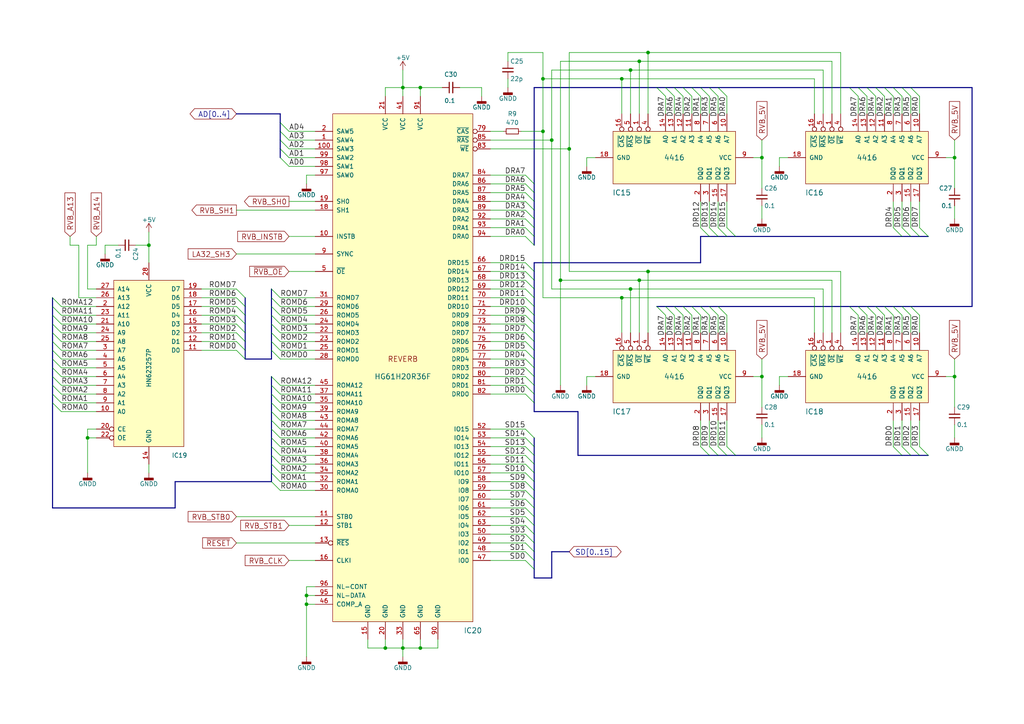
<source format=kicad_sch>
(kicad_sch (version 20211123) (generator eeschema)

  (uuid 1cbbfee4-06dd-44ee-af91-d336edf2459c)

  (paper "A4")

  (title_block
    (title "LAPC-I Clone")
  )

  (lib_symbols
    (symbol "Device:C_Small" (pin_numbers hide) (pin_names (offset 0.254) hide) (in_bom yes) (on_board yes)
      (property "Reference" "C" (id 0) (at 0.254 1.778 0)
        (effects (font (size 1.27 1.27)) (justify left))
      )
      (property "Value" "C_Small" (id 1) (at 0.254 -2.032 0)
        (effects (font (size 1.27 1.27)) (justify left))
      )
      (property "Footprint" "" (id 2) (at 0 0 0)
        (effects (font (size 1.27 1.27)) hide)
      )
      (property "Datasheet" "~" (id 3) (at 0 0 0)
        (effects (font (size 1.27 1.27)) hide)
      )
      (property "ki_keywords" "capacitor cap" (id 4) (at 0 0 0)
        (effects (font (size 1.27 1.27)) hide)
      )
      (property "ki_description" "Unpolarized capacitor, small symbol" (id 5) (at 0 0 0)
        (effects (font (size 1.27 1.27)) hide)
      )
      (property "ki_fp_filters" "C_*" (id 6) (at 0 0 0)
        (effects (font (size 1.27 1.27)) hide)
      )
      (symbol "C_Small_0_1"
        (polyline
          (pts
            (xy -1.524 -0.508)
            (xy 1.524 -0.508)
          )
          (stroke (width 0.3302) (type default) (color 0 0 0 0))
          (fill (type none))
        )
        (polyline
          (pts
            (xy -1.524 0.508)
            (xy 1.524 0.508)
          )
          (stroke (width 0.3048) (type default) (color 0 0 0 0))
          (fill (type none))
        )
      )
      (symbol "C_Small_1_1"
        (pin passive line (at 0 2.54 270) (length 2.032)
          (name "~" (effects (font (size 1.27 1.27))))
          (number "1" (effects (font (size 1.27 1.27))))
        )
        (pin passive line (at 0 -2.54 90) (length 2.032)
          (name "~" (effects (font (size 1.27 1.27))))
          (number "2" (effects (font (size 1.27 1.27))))
        )
      )
    )
    (symbol "Device:R_Small" (pin_numbers hide) (pin_names (offset 0.254) hide) (in_bom yes) (on_board yes)
      (property "Reference" "R" (id 0) (at 0.762 0.508 0)
        (effects (font (size 1.27 1.27)) (justify left))
      )
      (property "Value" "R_Small" (id 1) (at 0.762 -1.016 0)
        (effects (font (size 1.27 1.27)) (justify left))
      )
      (property "Footprint" "" (id 2) (at 0 0 0)
        (effects (font (size 1.27 1.27)) hide)
      )
      (property "Datasheet" "~" (id 3) (at 0 0 0)
        (effects (font (size 1.27 1.27)) hide)
      )
      (property "ki_keywords" "R resistor" (id 4) (at 0 0 0)
        (effects (font (size 1.27 1.27)) hide)
      )
      (property "ki_description" "Resistor, small symbol" (id 5) (at 0 0 0)
        (effects (font (size 1.27 1.27)) hide)
      )
      (property "ki_fp_filters" "R_*" (id 6) (at 0 0 0)
        (effects (font (size 1.27 1.27)) hide)
      )
      (symbol "R_Small_0_1"
        (rectangle (start -0.762 1.778) (end 0.762 -1.778)
          (stroke (width 0.2032) (type default) (color 0 0 0 0))
          (fill (type none))
        )
      )
      (symbol "R_Small_1_1"
        (pin passive line (at 0 2.54 270) (length 0.762)
          (name "~" (effects (font (size 1.27 1.27))))
          (number "1" (effects (font (size 1.27 1.27))))
        )
        (pin passive line (at 0 -2.54 90) (length 0.762)
          (name "~" (effects (font (size 1.27 1.27))))
          (number "2" (effects (font (size 1.27 1.27))))
        )
      )
    )
    (symbol "lapci_clone:4416" (pin_names (offset 1.016)) (in_bom yes) (on_board yes)
      (property "Reference" "U" (id 0) (at 10.16 -15.24 0)
        (effects (font (size 1.524 1.524)))
      )
      (property "Value" "4416" (id 1) (at 0 0 90)
        (effects (font (size 1.524 1.524)))
      )
      (property "Footprint" "" (id 2) (at 0 -10.16 0)
        (effects (font (size 1.524 1.524)) hide)
      )
      (property "Datasheet" "" (id 3) (at 0 -10.16 0)
        (effects (font (size 1.524 1.524)) hide)
      )
      (symbol "4416_0_1"
        (rectangle (start -7.62 17.78) (end 7.62 -17.78)
          (stroke (width 0) (type default) (color 0 0 0 0))
          (fill (type background))
        )
      )
      (symbol "4416_1_1"
        (pin input inverted (at -12.7 -10.16 0) (length 5.08)
          (name "~{OE}" (effects (font (size 1.27 1.27))))
          (number "1" (effects (font (size 1.27 1.27))))
        )
        (pin input line (at -12.7 15.24 0) (length 5.08)
          (name "A7" (effects (font (size 1.27 1.27))))
          (number "10" (effects (font (size 1.27 1.27))))
        )
        (pin input line (at -12.7 5.08 0) (length 5.08)
          (name "A3" (effects (font (size 1.27 1.27))))
          (number "11" (effects (font (size 1.27 1.27))))
        )
        (pin input line (at -12.7 2.54 0) (length 5.08)
          (name "A2" (effects (font (size 1.27 1.27))))
          (number "12" (effects (font (size 1.27 1.27))))
        )
        (pin input line (at -12.7 0 0) (length 5.08)
          (name "A1" (effects (font (size 1.27 1.27))))
          (number "13" (effects (font (size 1.27 1.27))))
        )
        (pin input line (at -12.7 -2.54 0) (length 5.08)
          (name "A0" (effects (font (size 1.27 1.27))))
          (number "14" (effects (font (size 1.27 1.27))))
        )
        (pin tri_state line (at 12.7 12.7 180) (length 5.08)
          (name "DQ2" (effects (font (size 1.27 1.27))))
          (number "15" (effects (font (size 1.27 1.27))))
        )
        (pin input inverted (at -12.7 -15.24 0) (length 5.08)
          (name "~{CAS}" (effects (font (size 1.27 1.27))))
          (number "16" (effects (font (size 1.27 1.27))))
        )
        (pin tri_state line (at 12.7 15.24 180) (length 5.08)
          (name "DQ3" (effects (font (size 1.27 1.27))))
          (number "17" (effects (font (size 1.27 1.27))))
        )
        (pin power_in line (at 0 -22.86 90) (length 5.08)
          (name "GND" (effects (font (size 1.27 1.27))))
          (number "18" (effects (font (size 1.27 1.27))))
        )
        (pin tri_state line (at 12.7 7.62 180) (length 5.08)
          (name "DQ0" (effects (font (size 1.27 1.27))))
          (number "2" (effects (font (size 1.27 1.27))))
        )
        (pin tri_state line (at 12.7 10.16 180) (length 5.08)
          (name "DQ1" (effects (font (size 1.27 1.27))))
          (number "3" (effects (font (size 1.27 1.27))))
        )
        (pin input inverted (at -12.7 -7.62 0) (length 5.08)
          (name "~{WE}" (effects (font (size 1.27 1.27))))
          (number "4" (effects (font (size 1.27 1.27))))
        )
        (pin input inverted (at -12.7 -12.7 0) (length 5.08)
          (name "~{RAS}" (effects (font (size 1.27 1.27))))
          (number "5" (effects (font (size 1.27 1.27))))
        )
        (pin input line (at -12.7 12.7 0) (length 5.08)
          (name "A6" (effects (font (size 1.27 1.27))))
          (number "6" (effects (font (size 1.27 1.27))))
        )
        (pin input line (at -12.7 10.16 0) (length 5.08)
          (name "A5" (effects (font (size 1.27 1.27))))
          (number "7" (effects (font (size 1.27 1.27))))
        )
        (pin input line (at -12.7 7.62 0) (length 5.08)
          (name "A4" (effects (font (size 1.27 1.27))))
          (number "8" (effects (font (size 1.27 1.27))))
        )
        (pin power_in line (at 0 22.86 270) (length 5.08)
          (name "VCC" (effects (font (size 1.27 1.27))))
          (number "9" (effects (font (size 1.27 1.27))))
        )
      )
    )
    (symbol "lapci_clone:HG61H20R36F" (pin_names (offset 1.016)) (in_bom yes) (on_board yes)
      (property "Reference" "U" (id 0) (at 20.32 -76.2 0)
        (effects (font (size 1.524 1.524)))
      )
      (property "Value" "HG61H20R36F" (id 1) (at 0 -2.54 0)
        (effects (font (size 1.524 1.524)))
      )
      (property "Footprint" "" (id 2) (at 0 45.72 0)
        (effects (font (size 1.524 1.524)) hide)
      )
      (property "Datasheet" "" (id 3) (at 0 45.72 0)
        (effects (font (size 1.524 1.524)) hide)
      )
      (symbol "HG61H20R36F_0_0"
        (text "REVERB" (at 0 2.54 0)
          (effects (font (size 1.524 1.524)))
        )
      )
      (symbol "HG61H20R36F_0_1"
        (rectangle (start -20.32 73.66) (end 20.32 -73.66)
          (stroke (width 0) (type default) (color 0 0 0 0))
          (fill (type background))
        )
      )
      (symbol "HG61H20R36F_1_1"
        (pin bidirectional line (at -25.4 66.04 0) (length 5.08)
          (name "SAW4" (effects (font (size 1.27 1.27))))
          (number "1" (effects (font (size 1.27 1.27))))
        )
        (pin input line (at -25.4 38.1 0) (length 5.08)
          (name "INSTB" (effects (font (size 1.27 1.27))))
          (number "10" (effects (font (size 1.27 1.27))))
        )
        (pin bidirectional line (at -25.4 63.5 0) (length 5.08)
          (name "SAW3" (effects (font (size 1.27 1.27))))
          (number "100" (effects (font (size 1.27 1.27))))
        )
        (pin input line (at -25.4 -43.18 0) (length 5.08)
          (name "STB0" (effects (font (size 1.27 1.27))))
          (number "11" (effects (font (size 1.27 1.27))))
        )
        (pin input line (at -25.4 -45.72 0) (length 5.08)
          (name "STB1" (effects (font (size 1.27 1.27))))
          (number "12" (effects (font (size 1.27 1.27))))
        )
        (pin input inverted (at -25.4 -50.8 0) (length 5.08)
          (name "~{RES}" (effects (font (size 1.27 1.27))))
          (number "13" (effects (font (size 1.27 1.27))))
        )
        (pin no_connect line (at 0 -15.24 180) (length 5.08) hide
          (name "NC" (effects (font (size 1.27 1.27))))
          (number "14" (effects (font (size 1.27 1.27))))
        )
        (pin power_in line (at -10.16 -78.74 90) (length 5.08)
          (name "GND" (effects (font (size 1.27 1.27))))
          (number "15" (effects (font (size 1.27 1.27))))
        )
        (pin input line (at -25.4 -55.88 0) (length 5.08)
          (name "CLKI" (effects (font (size 1.27 1.27))))
          (number "16" (effects (font (size 1.27 1.27))))
        )
        (pin no_connect line (at 0 -17.78 180) (length 5.08) hide
          (name "NC" (effects (font (size 1.27 1.27))))
          (number "17" (effects (font (size 1.27 1.27))))
        )
        (pin output line (at -25.4 45.72 0) (length 5.08)
          (name "SH1" (effects (font (size 1.27 1.27))))
          (number "18" (effects (font (size 1.27 1.27))))
        )
        (pin output line (at -25.4 48.26 0) (length 5.08)
          (name "SH0" (effects (font (size 1.27 1.27))))
          (number "19" (effects (font (size 1.27 1.27))))
        )
        (pin bidirectional line (at -25.4 68.58 0) (length 5.08)
          (name "SAW5" (effects (font (size 1.27 1.27))))
          (number "2" (effects (font (size 1.27 1.27))))
        )
        (pin power_in line (at -5.08 -78.74 90) (length 5.08)
          (name "GND" (effects (font (size 1.27 1.27))))
          (number "20" (effects (font (size 1.27 1.27))))
        )
        (pin power_in line (at -5.08 78.74 270) (length 5.08)
          (name "VCC" (effects (font (size 1.27 1.27))))
          (number "21" (effects (font (size 1.27 1.27))))
        )
        (pin input line (at -25.4 10.16 0) (length 5.08)
          (name "ROMD3" (effects (font (size 1.27 1.27))))
          (number "22" (effects (font (size 1.27 1.27))))
        )
        (pin input line (at -25.4 7.62 0) (length 5.08)
          (name "ROMD2" (effects (font (size 1.27 1.27))))
          (number "23" (effects (font (size 1.27 1.27))))
        )
        (pin input line (at -25.4 12.7 0) (length 5.08)
          (name "ROMD4" (effects (font (size 1.27 1.27))))
          (number "24" (effects (font (size 1.27 1.27))))
        )
        (pin input line (at -25.4 5.08 0) (length 5.08)
          (name "ROMD1" (effects (font (size 1.27 1.27))))
          (number "25" (effects (font (size 1.27 1.27))))
        )
        (pin input line (at -25.4 15.24 0) (length 5.08)
          (name "ROMD5" (effects (font (size 1.27 1.27))))
          (number "26" (effects (font (size 1.27 1.27))))
        )
        (pin no_connect line (at 0 -20.32 180) (length 5.08) hide
          (name "NC" (effects (font (size 1.27 1.27))))
          (number "27" (effects (font (size 1.27 1.27))))
        )
        (pin input line (at -25.4 2.54 0) (length 5.08)
          (name "ROMD0" (effects (font (size 1.27 1.27))))
          (number "28" (effects (font (size 1.27 1.27))))
        )
        (pin input line (at -25.4 17.78 0) (length 5.08)
          (name "ROMD6" (effects (font (size 1.27 1.27))))
          (number "29" (effects (font (size 1.27 1.27))))
        )
        (pin no_connect line (at 0 -2.54 180) (length 5.08) hide
          (name "NC" (effects (font (size 1.27 1.27))))
          (number "3" (effects (font (size 1.27 1.27))))
        )
        (pin output line (at -25.4 -35.56 0) (length 5.08)
          (name "ROMA0" (effects (font (size 1.27 1.27))))
          (number "30" (effects (font (size 1.27 1.27))))
        )
        (pin input line (at -25.4 20.32 0) (length 5.08)
          (name "ROMD7" (effects (font (size 1.27 1.27))))
          (number "31" (effects (font (size 1.27 1.27))))
        )
        (pin output line (at -25.4 -33.02 0) (length 5.08)
          (name "ROMA1" (effects (font (size 1.27 1.27))))
          (number "32" (effects (font (size 1.27 1.27))))
        )
        (pin power_in line (at 0 -78.74 90) (length 5.08)
          (name "GND" (effects (font (size 1.27 1.27))))
          (number "33" (effects (font (size 1.27 1.27))))
        )
        (pin output line (at -25.4 -30.48 0) (length 5.08)
          (name "ROMA2" (effects (font (size 1.27 1.27))))
          (number "34" (effects (font (size 1.27 1.27))))
        )
        (pin output line (at -25.4 -10.16 0) (length 5.08)
          (name "ROMA10" (effects (font (size 1.27 1.27))))
          (number "35" (effects (font (size 1.27 1.27))))
        )
        (pin output line (at -25.4 -27.94 0) (length 5.08)
          (name "ROMA3" (effects (font (size 1.27 1.27))))
          (number "36" (effects (font (size 1.27 1.27))))
        )
        (pin output line (at -25.4 -7.62 0) (length 5.08)
          (name "ROMA11" (effects (font (size 1.27 1.27))))
          (number "37" (effects (font (size 1.27 1.27))))
        )
        (pin output line (at -25.4 -25.4 0) (length 5.08)
          (name "ROMA4" (effects (font (size 1.27 1.27))))
          (number "38" (effects (font (size 1.27 1.27))))
        )
        (pin output line (at -25.4 -12.7 0) (length 5.08)
          (name "ROMA9" (effects (font (size 1.27 1.27))))
          (number "39" (effects (font (size 1.27 1.27))))
        )
        (pin no_connect line (at 0 -5.08 180) (length 5.08) hide
          (name "NC" (effects (font (size 1.27 1.27))))
          (number "4" (effects (font (size 1.27 1.27))))
        )
        (pin output line (at -25.4 -22.86 0) (length 5.08)
          (name "ROMA5" (effects (font (size 1.27 1.27))))
          (number "40" (effects (font (size 1.27 1.27))))
        )
        (pin power_in line (at 0 78.74 270) (length 5.08)
          (name "VCC" (effects (font (size 1.27 1.27))))
          (number "41" (effects (font (size 1.27 1.27))))
        )
        (pin output line (at -25.4 -20.32 0) (length 5.08)
          (name "ROMA6" (effects (font (size 1.27 1.27))))
          (number "42" (effects (font (size 1.27 1.27))))
        )
        (pin output line (at -25.4 -15.24 0) (length 5.08)
          (name "ROMA8" (effects (font (size 1.27 1.27))))
          (number "43" (effects (font (size 1.27 1.27))))
        )
        (pin output line (at -25.4 -17.78 0) (length 5.08)
          (name "ROMA7" (effects (font (size 1.27 1.27))))
          (number "44" (effects (font (size 1.27 1.27))))
        )
        (pin output line (at -25.4 -5.08 0) (length 5.08)
          (name "ROMA12" (effects (font (size 1.27 1.27))))
          (number "45" (effects (font (size 1.27 1.27))))
        )
        (pin passive line (at -25.4 -68.58 0) (length 5.08)
          (name "COMP_A" (effects (font (size 1.27 1.27))))
          (number "46" (effects (font (size 1.27 1.27))))
        )
        (pin bidirectional line (at 25.4 -55.88 180) (length 5.08)
          (name "IO0" (effects (font (size 1.27 1.27))))
          (number "47" (effects (font (size 1.27 1.27))))
        )
        (pin bidirectional line (at 25.4 -53.34 180) (length 5.08)
          (name "IO1" (effects (font (size 1.27 1.27))))
          (number "48" (effects (font (size 1.27 1.27))))
        )
        (pin bidirectional line (at 25.4 -50.8 180) (length 5.08)
          (name "IO2" (effects (font (size 1.27 1.27))))
          (number "49" (effects (font (size 1.27 1.27))))
        )
        (pin input line (at -25.4 27.94 0) (length 5.08)
          (name "~{OE}" (effects (font (size 1.27 1.27))))
          (number "5" (effects (font (size 1.27 1.27))))
        )
        (pin bidirectional line (at 25.4 -48.26 180) (length 5.08)
          (name "IO3" (effects (font (size 1.27 1.27))))
          (number "50" (effects (font (size 1.27 1.27))))
        )
        (pin no_connect line (at 0 -22.86 180) (length 5.08) hide
          (name "NC" (effects (font (size 1.27 1.27))))
          (number "51" (effects (font (size 1.27 1.27))))
        )
        (pin bidirectional line (at 25.4 -17.78 180) (length 5.08)
          (name "IO15" (effects (font (size 1.27 1.27))))
          (number "52" (effects (font (size 1.27 1.27))))
        )
        (pin bidirectional line (at 25.4 -20.32 180) (length 5.08)
          (name "IO14" (effects (font (size 1.27 1.27))))
          (number "53" (effects (font (size 1.27 1.27))))
        )
        (pin bidirectional line (at 25.4 -22.86 180) (length 5.08)
          (name "IO13" (effects (font (size 1.27 1.27))))
          (number "54" (effects (font (size 1.27 1.27))))
        )
        (pin bidirectional line (at 25.4 -25.4 180) (length 5.08)
          (name "IO12" (effects (font (size 1.27 1.27))))
          (number "55" (effects (font (size 1.27 1.27))))
        )
        (pin bidirectional line (at 25.4 -27.94 180) (length 5.08)
          (name "IO11" (effects (font (size 1.27 1.27))))
          (number "56" (effects (font (size 1.27 1.27))))
        )
        (pin bidirectional line (at 25.4 -30.48 180) (length 5.08)
          (name "IO10" (effects (font (size 1.27 1.27))))
          (number "57" (effects (font (size 1.27 1.27))))
        )
        (pin bidirectional line (at 25.4 -33.02 180) (length 5.08)
          (name "IO9" (effects (font (size 1.27 1.27))))
          (number "58" (effects (font (size 1.27 1.27))))
        )
        (pin bidirectional line (at 25.4 -35.56 180) (length 5.08)
          (name "IO8" (effects (font (size 1.27 1.27))))
          (number "59" (effects (font (size 1.27 1.27))))
        )
        (pin no_connect line (at 0 -7.62 180) (length 5.08) hide
          (name "NC" (effects (font (size 1.27 1.27))))
          (number "6" (effects (font (size 1.27 1.27))))
        )
        (pin bidirectional line (at 25.4 -38.1 180) (length 5.08)
          (name "IO7" (effects (font (size 1.27 1.27))))
          (number "60" (effects (font (size 1.27 1.27))))
        )
        (pin bidirectional line (at 25.4 -40.64 180) (length 5.08)
          (name "IO6" (effects (font (size 1.27 1.27))))
          (number "61" (effects (font (size 1.27 1.27))))
        )
        (pin bidirectional line (at 25.4 -43.18 180) (length 5.08)
          (name "IO5" (effects (font (size 1.27 1.27))))
          (number "62" (effects (font (size 1.27 1.27))))
        )
        (pin bidirectional line (at 25.4 -45.72 180) (length 5.08)
          (name "IO4" (effects (font (size 1.27 1.27))))
          (number "63" (effects (font (size 1.27 1.27))))
        )
        (pin no_connect line (at 0 -25.4 180) (length 5.08) hide
          (name "NC" (effects (font (size 1.27 1.27))))
          (number "64" (effects (font (size 1.27 1.27))))
        )
        (pin power_in line (at 5.08 -78.74 90) (length 5.08)
          (name "GND" (effects (font (size 1.27 1.27))))
          (number "65" (effects (font (size 1.27 1.27))))
        )
        (pin bidirectional line (at 25.4 30.48 180) (length 5.08)
          (name "DRD15" (effects (font (size 1.27 1.27))))
          (number "66" (effects (font (size 1.27 1.27))))
        )
        (pin bidirectional line (at 25.4 27.94 180) (length 5.08)
          (name "DRD14" (effects (font (size 1.27 1.27))))
          (number "67" (effects (font (size 1.27 1.27))))
        )
        (pin bidirectional line (at 25.4 25.4 180) (length 5.08)
          (name "DRD13" (effects (font (size 1.27 1.27))))
          (number "68" (effects (font (size 1.27 1.27))))
        )
        (pin bidirectional line (at 25.4 22.86 180) (length 5.08)
          (name "DRD12" (effects (font (size 1.27 1.27))))
          (number "69" (effects (font (size 1.27 1.27))))
        )
        (pin no_connect line (at 0 -10.16 180) (length 5.08) hide
          (name "NC" (effects (font (size 1.27 1.27))))
          (number "7" (effects (font (size 1.27 1.27))))
        )
        (pin bidirectional line (at 25.4 20.32 180) (length 5.08)
          (name "DRD11" (effects (font (size 1.27 1.27))))
          (number "70" (effects (font (size 1.27 1.27))))
        )
        (pin bidirectional line (at 25.4 17.78 180) (length 5.08)
          (name "DRD10" (effects (font (size 1.27 1.27))))
          (number "71" (effects (font (size 1.27 1.27))))
        )
        (pin bidirectional line (at 25.4 15.24 180) (length 5.08)
          (name "DRD9" (effects (font (size 1.27 1.27))))
          (number "72" (effects (font (size 1.27 1.27))))
        )
        (pin bidirectional line (at 25.4 12.7 180) (length 5.08)
          (name "DRD8" (effects (font (size 1.27 1.27))))
          (number "73" (effects (font (size 1.27 1.27))))
        )
        (pin bidirectional line (at 25.4 10.16 180) (length 5.08)
          (name "DRD7" (effects (font (size 1.27 1.27))))
          (number "74" (effects (font (size 1.27 1.27))))
        )
        (pin bidirectional line (at 25.4 7.62 180) (length 5.08)
          (name "DRD6" (effects (font (size 1.27 1.27))))
          (number "75" (effects (font (size 1.27 1.27))))
        )
        (pin bidirectional line (at 25.4 5.08 180) (length 5.08)
          (name "DRD5" (effects (font (size 1.27 1.27))))
          (number "76" (effects (font (size 1.27 1.27))))
        )
        (pin bidirectional line (at 25.4 2.54 180) (length 5.08)
          (name "DRD4" (effects (font (size 1.27 1.27))))
          (number "77" (effects (font (size 1.27 1.27))))
        )
        (pin bidirectional line (at 25.4 0 180) (length 5.08)
          (name "DRD3" (effects (font (size 1.27 1.27))))
          (number "78" (effects (font (size 1.27 1.27))))
        )
        (pin output inverted (at 25.4 68.58 180) (length 5.08)
          (name "~{CAS}" (effects (font (size 1.27 1.27))))
          (number "79" (effects (font (size 1.27 1.27))))
        )
        (pin no_connect line (at 0 -12.7 180) (length 5.08) hide
          (name "NC" (effects (font (size 1.27 1.27))))
          (number "8" (effects (font (size 1.27 1.27))))
        )
        (pin bidirectional line (at 25.4 -2.54 180) (length 5.08)
          (name "DRD2" (effects (font (size 1.27 1.27))))
          (number "80" (effects (font (size 1.27 1.27))))
        )
        (pin bidirectional line (at 25.4 -5.08 180) (length 5.08)
          (name "DRD1" (effects (font (size 1.27 1.27))))
          (number "81" (effects (font (size 1.27 1.27))))
        )
        (pin bidirectional line (at 25.4 -7.62 180) (length 5.08)
          (name "DRD0" (effects (font (size 1.27 1.27))))
          (number "82" (effects (font (size 1.27 1.27))))
        )
        (pin output inverted (at 25.4 63.5 180) (length 5.08)
          (name "~{WE}" (effects (font (size 1.27 1.27))))
          (number "83" (effects (font (size 1.27 1.27))))
        )
        (pin output line (at 25.4 55.88 180) (length 5.08)
          (name "DRA7" (effects (font (size 1.27 1.27))))
          (number "84" (effects (font (size 1.27 1.27))))
        )
        (pin output inverted (at 25.4 66.04 180) (length 5.08)
          (name "~{RAS}" (effects (font (size 1.27 1.27))))
          (number "85" (effects (font (size 1.27 1.27))))
        )
        (pin output line (at 25.4 53.34 180) (length 5.08)
          (name "DRA6" (effects (font (size 1.27 1.27))))
          (number "86" (effects (font (size 1.27 1.27))))
        )
        (pin output line (at 25.4 50.8 180) (length 5.08)
          (name "DRA5" (effects (font (size 1.27 1.27))))
          (number "87" (effects (font (size 1.27 1.27))))
        )
        (pin output line (at 25.4 48.26 180) (length 5.08)
          (name "DRA4" (effects (font (size 1.27 1.27))))
          (number "88" (effects (font (size 1.27 1.27))))
        )
        (pin output line (at 25.4 45.72 180) (length 5.08)
          (name "DRA3" (effects (font (size 1.27 1.27))))
          (number "89" (effects (font (size 1.27 1.27))))
        )
        (pin input line (at -25.4 33.02 0) (length 5.08)
          (name "SYNC" (effects (font (size 1.27 1.27))))
          (number "9" (effects (font (size 1.27 1.27))))
        )
        (pin power_in line (at 10.16 -78.74 90) (length 5.08)
          (name "GND" (effects (font (size 1.27 1.27))))
          (number "90" (effects (font (size 1.27 1.27))))
        )
        (pin power_in line (at 5.08 78.74 270) (length 5.08)
          (name "VCC" (effects (font (size 1.27 1.27))))
          (number "91" (effects (font (size 1.27 1.27))))
        )
        (pin output line (at 25.4 43.18 180) (length 5.08)
          (name "DRA2" (effects (font (size 1.27 1.27))))
          (number "92" (effects (font (size 1.27 1.27))))
        )
        (pin output line (at 25.4 40.64 180) (length 5.08)
          (name "DRA1" (effects (font (size 1.27 1.27))))
          (number "93" (effects (font (size 1.27 1.27))))
        )
        (pin output line (at 25.4 38.1 180) (length 5.08)
          (name "DRA0" (effects (font (size 1.27 1.27))))
          (number "94" (effects (font (size 1.27 1.27))))
        )
        (pin passive line (at -25.4 -66.04 0) (length 5.08)
          (name "NL-DATA" (effects (font (size 1.27 1.27))))
          (number "95" (effects (font (size 1.27 1.27))))
        )
        (pin passive line (at -25.4 -63.5 0) (length 5.08)
          (name "NL-CONT" (effects (font (size 1.27 1.27))))
          (number "96" (effects (font (size 1.27 1.27))))
        )
        (pin input line (at -25.4 55.88 0) (length 5.08)
          (name "SAW0" (effects (font (size 1.27 1.27))))
          (number "97" (effects (font (size 1.27 1.27))))
        )
        (pin bidirectional line (at -25.4 58.42 0) (length 5.08)
          (name "SAW1" (effects (font (size 1.27 1.27))))
          (number "98" (effects (font (size 1.27 1.27))))
        )
        (pin bidirectional line (at -25.4 60.96 0) (length 5.08)
          (name "SAW2" (effects (font (size 1.27 1.27))))
          (number "99" (effects (font (size 1.27 1.27))))
        )
      )
    )
    (symbol "lapci_clone:HN623257P" (pin_names (offset 1.016)) (in_bom yes) (on_board yes)
      (property "Reference" "U" (id 0) (at 8.89 26.67 0)
        (effects (font (size 1.27 1.27)))
      )
      (property "Value" "HN623257P" (id 1) (at 0 0 90)
        (effects (font (size 1.27 1.27)))
      )
      (property "Footprint" "" (id 2) (at 0 0 0)
        (effects (font (size 1.27 1.27)) hide)
      )
      (property "Datasheet" "" (id 3) (at 0 0 0)
        (effects (font (size 1.27 1.27)) hide)
      )
      (symbol "HN623257P_0_0"
        (pin power_in line (at 0 -27.94 90) (length 5.08)
          (name "GND" (effects (font (size 1.27 1.27))))
          (number "14" (effects (font (size 1.27 1.27))))
        )
        (pin power_in line (at 0 30.48 270) (length 5.08)
          (name "VCC" (effects (font (size 1.27 1.27))))
          (number "28" (effects (font (size 1.27 1.27))))
        )
      )
      (symbol "HN623257P_0_1"
        (rectangle (start -10.16 25.4) (end 10.16 -22.86)
          (stroke (width 0) (type default) (color 0 0 0 0))
          (fill (type background))
        )
      )
      (symbol "HN623257P_1_1"
        (pin no_connect line (at 7.62 -10.16 180) (length 5.08) hide
          (name "NC" (effects (font (size 1.27 1.27))))
          (number "1" (effects (font (size 1.27 1.27))))
        )
        (pin input line (at -15.24 -12.7 0) (length 5.08)
          (name "A0" (effects (font (size 1.27 1.27))))
          (number "10" (effects (font (size 1.27 1.27))))
        )
        (pin tri_state line (at 15.24 5.08 180) (length 5.08)
          (name "D0" (effects (font (size 1.27 1.27))))
          (number "11" (effects (font (size 1.27 1.27))))
        )
        (pin tri_state line (at 15.24 7.62 180) (length 5.08)
          (name "D1" (effects (font (size 1.27 1.27))))
          (number "12" (effects (font (size 1.27 1.27))))
        )
        (pin tri_state line (at 15.24 10.16 180) (length 5.08)
          (name "D2" (effects (font (size 1.27 1.27))))
          (number "13" (effects (font (size 1.27 1.27))))
        )
        (pin tri_state line (at 15.24 12.7 180) (length 5.08)
          (name "D3" (effects (font (size 1.27 1.27))))
          (number "15" (effects (font (size 1.27 1.27))))
        )
        (pin tri_state line (at 15.24 15.24 180) (length 5.08)
          (name "D4" (effects (font (size 1.27 1.27))))
          (number "16" (effects (font (size 1.27 1.27))))
        )
        (pin tri_state line (at 15.24 17.78 180) (length 5.08)
          (name "D5" (effects (font (size 1.27 1.27))))
          (number "17" (effects (font (size 1.27 1.27))))
        )
        (pin tri_state line (at 15.24 20.32 180) (length 5.08)
          (name "D6" (effects (font (size 1.27 1.27))))
          (number "18" (effects (font (size 1.27 1.27))))
        )
        (pin tri_state line (at 15.24 22.86 180) (length 5.08)
          (name "D7" (effects (font (size 1.27 1.27))))
          (number "19" (effects (font (size 1.27 1.27))))
        )
        (pin input line (at -15.24 17.78 0) (length 5.08)
          (name "A12" (effects (font (size 1.27 1.27))))
          (number "2" (effects (font (size 1.27 1.27))))
        )
        (pin input inverted (at -15.24 -17.78 0) (length 5.08)
          (name "CE" (effects (font (size 1.27 1.27))))
          (number "20" (effects (font (size 1.27 1.27))))
        )
        (pin input line (at -15.24 12.7 0) (length 5.08)
          (name "A10" (effects (font (size 1.27 1.27))))
          (number "21" (effects (font (size 1.27 1.27))))
        )
        (pin input inverted (at -15.24 -20.32 0) (length 5.08)
          (name "OE" (effects (font (size 1.27 1.27))))
          (number "22" (effects (font (size 1.27 1.27))))
        )
        (pin input line (at -15.24 15.24 0) (length 5.08)
          (name "A11" (effects (font (size 1.27 1.27))))
          (number "23" (effects (font (size 1.27 1.27))))
        )
        (pin input line (at -15.24 10.16 0) (length 5.08)
          (name "A9" (effects (font (size 1.27 1.27))))
          (number "24" (effects (font (size 1.27 1.27))))
        )
        (pin input line (at -15.24 7.62 0) (length 5.08)
          (name "A8" (effects (font (size 1.27 1.27))))
          (number "25" (effects (font (size 1.27 1.27))))
        )
        (pin input line (at -15.24 20.32 0) (length 5.08)
          (name "A13" (effects (font (size 1.27 1.27))))
          (number "26" (effects (font (size 1.27 1.27))))
        )
        (pin input line (at -15.24 22.86 0) (length 5.08)
          (name "A14" (effects (font (size 1.27 1.27))))
          (number "27" (effects (font (size 1.27 1.27))))
        )
        (pin input line (at -15.24 5.08 0) (length 5.08)
          (name "A7" (effects (font (size 1.27 1.27))))
          (number "3" (effects (font (size 1.27 1.27))))
        )
        (pin input line (at -15.24 2.54 0) (length 5.08)
          (name "A6" (effects (font (size 1.27 1.27))))
          (number "4" (effects (font (size 1.27 1.27))))
        )
        (pin input line (at -15.24 0 0) (length 5.08)
          (name "A5" (effects (font (size 1.27 1.27))))
          (number "5" (effects (font (size 1.27 1.27))))
        )
        (pin input line (at -15.24 -2.54 0) (length 5.08)
          (name "A4" (effects (font (size 1.27 1.27))))
          (number "6" (effects (font (size 1.27 1.27))))
        )
        (pin input line (at -15.24 -5.08 0) (length 5.08)
          (name "A3" (effects (font (size 1.27 1.27))))
          (number "7" (effects (font (size 1.27 1.27))))
        )
        (pin input line (at -15.24 -7.62 0) (length 5.08)
          (name "A2" (effects (font (size 1.27 1.27))))
          (number "8" (effects (font (size 1.27 1.27))))
        )
        (pin input line (at -15.24 -10.16 0) (length 5.08)
          (name "A1" (effects (font (size 1.27 1.27))))
          (number "9" (effects (font (size 1.27 1.27))))
        )
      )
    )
    (symbol "power:+5V" (power) (pin_names (offset 0)) (in_bom yes) (on_board yes)
      (property "Reference" "#PWR" (id 0) (at 0 -3.81 0)
        (effects (font (size 1.27 1.27)) hide)
      )
      (property "Value" "+5V" (id 1) (at 0 3.556 0)
        (effects (font (size 1.27 1.27)))
      )
      (property "Footprint" "" (id 2) (at 0 0 0)
        (effects (font (size 1.27 1.27)) hide)
      )
      (property "Datasheet" "" (id 3) (at 0 0 0)
        (effects (font (size 1.27 1.27)) hide)
      )
      (property "ki_keywords" "power-flag" (id 4) (at 0 0 0)
        (effects (font (size 1.27 1.27)) hide)
      )
      (property "ki_description" "Power symbol creates a global label with name \"+5V\"" (id 5) (at 0 0 0)
        (effects (font (size 1.27 1.27)) hide)
      )
      (symbol "+5V_0_1"
        (polyline
          (pts
            (xy -0.762 1.27)
            (xy 0 2.54)
          )
          (stroke (width 0) (type default) (color 0 0 0 0))
          (fill (type none))
        )
        (polyline
          (pts
            (xy 0 0)
            (xy 0 2.54)
          )
          (stroke (width 0) (type default) (color 0 0 0 0))
          (fill (type none))
        )
        (polyline
          (pts
            (xy 0 2.54)
            (xy 0.762 1.27)
          )
          (stroke (width 0) (type default) (color 0 0 0 0))
          (fill (type none))
        )
      )
      (symbol "+5V_1_1"
        (pin power_in line (at 0 0 90) (length 0) hide
          (name "+5V" (effects (font (size 1.27 1.27))))
          (number "1" (effects (font (size 1.27 1.27))))
        )
      )
    )
    (symbol "power:GNDD" (power) (pin_names (offset 0)) (in_bom yes) (on_board yes)
      (property "Reference" "#PWR" (id 0) (at 0 -6.35 0)
        (effects (font (size 1.27 1.27)) hide)
      )
      (property "Value" "GNDD" (id 1) (at 0 -3.175 0)
        (effects (font (size 1.27 1.27)))
      )
      (property "Footprint" "" (id 2) (at 0 0 0)
        (effects (font (size 1.27 1.27)) hide)
      )
      (property "Datasheet" "" (id 3) (at 0 0 0)
        (effects (font (size 1.27 1.27)) hide)
      )
      (property "ki_keywords" "power-flag" (id 4) (at 0 0 0)
        (effects (font (size 1.27 1.27)) hide)
      )
      (property "ki_description" "Power symbol creates a global label with name \"GNDD\" , digital ground" (id 5) (at 0 0 0)
        (effects (font (size 1.27 1.27)) hide)
      )
      (symbol "GNDD_0_1"
        (rectangle (start -1.27 -1.524) (end 1.27 -2.032)
          (stroke (width 0.254) (type default) (color 0 0 0 0))
          (fill (type outline))
        )
        (polyline
          (pts
            (xy 0 0)
            (xy 0 -1.524)
          )
          (stroke (width 0) (type default) (color 0 0 0 0))
          (fill (type none))
        )
      )
      (symbol "GNDD_1_1"
        (pin power_in line (at 0 0 270) (length 0) hide
          (name "GNDD" (effects (font (size 1.27 1.27))))
          (number "1" (effects (font (size 1.27 1.27))))
        )
      )
    )
  )

  (junction (at 180.34 86.36) (diameter 0) (color 0 0 0 0)
    (uuid 1a9f0d73-6986-450b-8da5-dca8d718cd0d)
  )
  (junction (at 276.86 109.22) (diameter 0) (color 0 0 0 0)
    (uuid 2792ed93-89db-4e51-99ff-281323e776eb)
  )
  (junction (at 116.84 25.4) (diameter 0) (color 0 0 0 0)
    (uuid 2fe436e0-75bf-42a2-b14a-09df5c2be702)
  )
  (junction (at 162.56 81.28) (diameter 0) (color 0 0 0 0)
    (uuid 3497045f-d218-47c9-8fd1-2d0a39585aa6)
  )
  (junction (at 182.88 20.32) (diameter 0) (color 0 0 0 0)
    (uuid 414a1d4c-7afc-4ffa-8579-88675cedc4ce)
  )
  (junction (at 116.84 187.96) (diameter 0) (color 0 0 0 0)
    (uuid 42eea0a0-d889-4e4e-980c-c3b6b62767e5)
  )
  (junction (at 220.98 45.72) (diameter 0) (color 0 0 0 0)
    (uuid 4612f9f0-1343-4ba7-94dd-7d3e9fc08dad)
  )
  (junction (at 187.96 15.24) (diameter 0) (color 0 0 0 0)
    (uuid 5daf2c3c-7702-4a59-b99d-84464c054bc4)
  )
  (junction (at 185.42 81.28) (diameter 0) (color 0 0 0 0)
    (uuid 60ca4740-3009-4486-93d6-c2502818122b)
  )
  (junction (at 165.1 43.18) (diameter 0) (color 0 0 0 0)
    (uuid 6dc32d24-5ef0-4c0e-ad26-4d147b147b28)
  )
  (junction (at 157.48 38.1) (diameter 0) (color 0 0 0 0)
    (uuid 6fff55eb-076f-4a2f-86d3-091fcb2366e9)
  )
  (junction (at 43.18 71.12) (diameter 0) (color 0 0 0 0)
    (uuid 83181dd0-bbcd-4a99-a5a2-7d6961abb51a)
  )
  (junction (at 121.92 25.4) (diameter 0) (color 0 0 0 0)
    (uuid 8e5a3783-142f-42f6-a215-d0f81a05c5c0)
  )
  (junction (at 180.34 22.86) (diameter 0) (color 0 0 0 0)
    (uuid 8e6e5f4d-6567-459b-ac23-dfc1d101e708)
  )
  (junction (at 276.86 45.72) (diameter 0) (color 0 0 0 0)
    (uuid 9a88d63d-f7e5-416d-9807-a8e942aef287)
  )
  (junction (at 121.92 187.96) (diameter 0) (color 0 0 0 0)
    (uuid a6347fea-87e1-4897-bfe2-729d24d2f085)
  )
  (junction (at 25.4 127) (diameter 0) (color 0 0 0 0)
    (uuid b4eddc61-2cab-493a-b874-62b106cef9f4)
  )
  (junction (at 182.88 83.82) (diameter 0) (color 0 0 0 0)
    (uuid b7496a40-6116-4192-b413-2a22be4b5f9f)
  )
  (junction (at 220.98 109.22) (diameter 0) (color 0 0 0 0)
    (uuid cd8c6c53-febf-40c1-af77-5373add0fde7)
  )
  (junction (at 160.02 40.64) (diameter 0) (color 0 0 0 0)
    (uuid d97f24b8-3f5c-4536-a071-0786594f3ffe)
  )
  (junction (at 187.96 78.74) (diameter 0) (color 0 0 0 0)
    (uuid da37a168-b259-4f98-9030-90f2f5ac962a)
  )
  (junction (at 157.48 22.86) (diameter 0) (color 0 0 0 0)
    (uuid dd552f19-e379-4dd5-a10b-882b6c8e7a65)
  )
  (junction (at 185.42 17.78) (diameter 0) (color 0 0 0 0)
    (uuid e47d9cf3-579e-4750-bc6d-bf58b55862bb)
  )
  (junction (at 88.9 172.72) (diameter 0) (color 0 0 0 0)
    (uuid f17daa22-500e-4b54-81a7-f5c3878a87d9)
  )
  (junction (at 111.76 187.96) (diameter 0) (color 0 0 0 0)
    (uuid fcb7a65f-f4cd-47e7-94e9-48c450d0d7f3)
  )
  (junction (at 88.9 175.26) (diameter 0) (color 0 0 0 0)
    (uuid ff163833-80b9-4bc7-baa1-aa11870ad397)
  )

  (bus_entry (at 152.4 109.22) (size 2.54 2.54)
    (stroke (width 0) (type default) (color 0 0 0 0))
    (uuid 00e39da0-4b3e-4884-a91e-86d729914953)
  )
  (bus_entry (at 78.74 129.54) (size 2.54 2.54)
    (stroke (width 0) (type default) (color 0 0 0 0))
    (uuid 0208dcec-5844-41d6-8382-4437ac8ac82d)
  )
  (bus_entry (at 68.58 93.98) (size 2.54 2.54)
    (stroke (width 0) (type default) (color 0 0 0 0))
    (uuid 062fbe79-da43-4e6a-bd6f-509557f2df9b)
  )
  (bus_entry (at 190.5 88.9) (size 2.54 2.54)
    (stroke (width 0) (type default) (color 0 0 0 0))
    (uuid 064853d1-fee5-4dc2-a187-8cbdd26d3919)
  )
  (bus_entry (at 261.62 129.54) (size 2.54 2.54)
    (stroke (width 0) (type default) (color 0 0 0 0))
    (uuid 0667208e-872f-444a-9ed0-78a1b5f392d2)
  )
  (bus_entry (at 203.2 66.04) (size 2.54 2.54)
    (stroke (width 0) (type default) (color 0 0 0 0))
    (uuid 0c75753f-ac98-42bf-95d0-ee8de408989d)
  )
  (bus_entry (at 246.38 88.9) (size 2.54 2.54)
    (stroke (width 0) (type default) (color 0 0 0 0))
    (uuid 0d1c133a-5b0b-4fe0-b915-2f72b13b37e9)
  )
  (bus_entry (at 195.58 25.4) (size 2.54 2.54)
    (stroke (width 0) (type default) (color 0 0 0 0))
    (uuid 0d7333ca-0587-43cb-9af7-f59016c85820)
  )
  (bus_entry (at 152.4 63.5) (size 2.54 2.54)
    (stroke (width 0) (type default) (color 0 0 0 0))
    (uuid 0de7d0e7-c8d5-482b-8e8a-d56acfc6ebd8)
  )
  (bus_entry (at 152.4 93.98) (size 2.54 2.54)
    (stroke (width 0) (type default) (color 0 0 0 0))
    (uuid 119c633c-175b-4b38-bbc1-1a076032c16e)
  )
  (bus_entry (at 78.74 124.46) (size 2.54 2.54)
    (stroke (width 0) (type default) (color 0 0 0 0))
    (uuid 1569382e-a4f5-4166-a19c-b78580f8c980)
  )
  (bus_entry (at 205.74 88.9) (size 2.54 2.54)
    (stroke (width 0) (type default) (color 0 0 0 0))
    (uuid 168e91de-8892-4570-a62e-0a6a88daec47)
  )
  (bus_entry (at 152.4 114.3) (size 2.54 2.54)
    (stroke (width 0) (type default) (color 0 0 0 0))
    (uuid 18b6dcb6-5ab3-481b-b998-33e8cf6d281f)
  )
  (bus_entry (at 152.4 149.86) (size 2.54 2.54)
    (stroke (width 0) (type default) (color 0 0 0 0))
    (uuid 1a1da3ab-0792-420a-a2dd-c670f9cd52e8)
  )
  (bus_entry (at 152.4 60.96) (size 2.54 2.54)
    (stroke (width 0) (type default) (color 0 0 0 0))
    (uuid 1aaf34a3-282e-4633-82fa-9d6cdf32efbb)
  )
  (bus_entry (at 193.04 88.9) (size 2.54 2.54)
    (stroke (width 0) (type default) (color 0 0 0 0))
    (uuid 1bb16fed-1537-47fa-90f6-8dc136da5d16)
  )
  (bus_entry (at 15.24 93.98) (size 2.54 2.54)
    (stroke (width 0) (type default) (color 0 0 0 0))
    (uuid 1c7ec62e-d96c-4a0d-ac32-e919b90a3c5b)
  )
  (bus_entry (at 152.4 137.16) (size 2.54 2.54)
    (stroke (width 0) (type default) (color 0 0 0 0))
    (uuid 1d2d8ec8-1f1b-4d06-9a35-eff8e386bdb8)
  )
  (bus_entry (at 198.12 88.9) (size 2.54 2.54)
    (stroke (width 0) (type default) (color 0 0 0 0))
    (uuid 1d801ac4-6429-45d9-ad70-9dd82bd9c030)
  )
  (bus_entry (at 152.4 55.88) (size 2.54 2.54)
    (stroke (width 0) (type default) (color 0 0 0 0))
    (uuid 1ec648ca-df29-4910-86ed-6f48e345dbdb)
  )
  (bus_entry (at 15.24 104.14) (size 2.54 2.54)
    (stroke (width 0) (type default) (color 0 0 0 0))
    (uuid 2056f16f-2d4a-4f35-8a56-49ab69eeef16)
  )
  (bus_entry (at 15.24 116.84) (size 2.54 2.54)
    (stroke (width 0) (type default) (color 0 0 0 0))
    (uuid 207932d1-3fbf-4bd3-8ef6-a6601aaaae72)
  )
  (bus_entry (at 15.24 106.68) (size 2.54 2.54)
    (stroke (width 0) (type default) (color 0 0 0 0))
    (uuid 21c9358c-c2dd-4df5-9cfe-ea9bd0b49374)
  )
  (bus_entry (at 152.4 142.24) (size 2.54 2.54)
    (stroke (width 0) (type default) (color 0 0 0 0))
    (uuid 22614aba-2c26-4590-8e12-a7a6b6de48de)
  )
  (bus_entry (at 68.58 99.06) (size 2.54 2.54)
    (stroke (width 0) (type default) (color 0 0 0 0))
    (uuid 226f524c-89b4-46ed-86fd-c8ea41059fd4)
  )
  (bus_entry (at 203.2 25.4) (size 2.54 2.54)
    (stroke (width 0) (type default) (color 0 0 0 0))
    (uuid 2571f4c8-d7fc-4e8c-94df-f480e56bb717)
  )
  (bus_entry (at 152.4 111.76) (size 2.54 2.54)
    (stroke (width 0) (type default) (color 0 0 0 0))
    (uuid 25ca9482-069d-43de-b77e-6f2ad77fa017)
  )
  (bus_entry (at 78.74 132.08) (size 2.54 2.54)
    (stroke (width 0) (type default) (color 0 0 0 0))
    (uuid 291e4200-f3c9-4b61-8158-17e8c4424a24)
  )
  (bus_entry (at 15.24 111.76) (size 2.54 2.54)
    (stroke (width 0) (type default) (color 0 0 0 0))
    (uuid 2f8ebbbf-0f11-4a15-9648-1d28e5593127)
  )
  (bus_entry (at 152.4 53.34) (size 2.54 2.54)
    (stroke (width 0) (type default) (color 0 0 0 0))
    (uuid 30cf5573-2ac5-4d4b-8678-7fcebe2bcd36)
  )
  (bus_entry (at 251.46 88.9) (size 2.54 2.54)
    (stroke (width 0) (type default) (color 0 0 0 0))
    (uuid 31e2d26e-842a-4694-a3ae-7642d792727c)
  )
  (bus_entry (at 78.74 101.6) (size 2.54 2.54)
    (stroke (width 0) (type default) (color 0 0 0 0))
    (uuid 33064f56-88c0-44a1-ac52-96957fe5ad49)
  )
  (bus_entry (at 264.16 25.4) (size 2.54 2.54)
    (stroke (width 0) (type default) (color 0 0 0 0))
    (uuid 34d3baf1-c1a6-463d-a7da-03fde565ea93)
  )
  (bus_entry (at 152.4 124.46) (size 2.54 2.54)
    (stroke (width 0) (type default) (color 0 0 0 0))
    (uuid 35e60fa0-27cf-4d0e-8bab-b364400c08c0)
  )
  (bus_entry (at 78.74 114.3) (size 2.54 2.54)
    (stroke (width 0) (type default) (color 0 0 0 0))
    (uuid 376a6f44-cf22-4d88-ac13-30f83803795f)
  )
  (bus_entry (at 210.82 66.04) (size 2.54 2.54)
    (stroke (width 0) (type default) (color 0 0 0 0))
    (uuid 376da264-b219-4ddc-be78-a640bbee3aef)
  )
  (bus_entry (at 15.24 86.36) (size 2.54 2.54)
    (stroke (width 0) (type default) (color 0 0 0 0))
    (uuid 3a568413-17bd-4a87-b1ac-928e77fa1b6a)
  )
  (bus_entry (at 152.4 76.2) (size 2.54 2.54)
    (stroke (width 0) (type default) (color 0 0 0 0))
    (uuid 3b450865-b2ef-4d25-9b34-4d42975b5e24)
  )
  (bus_entry (at 68.58 88.9) (size 2.54 2.54)
    (stroke (width 0) (type default) (color 0 0 0 0))
    (uuid 3ce4c631-4e8b-4ee6-a520-34bf7b12880c)
  )
  (bus_entry (at 254 88.9) (size 2.54 2.54)
    (stroke (width 0) (type default) (color 0 0 0 0))
    (uuid 3f1d3b22-3ba1-4783-af8d-526bce7c36db)
  )
  (bus_entry (at 78.74 83.82) (size 2.54 2.54)
    (stroke (width 0) (type default) (color 0 0 0 0))
    (uuid 3f206607-332e-4c96-8963-5302804f476f)
  )
  (bus_entry (at 152.4 134.62) (size 2.54 2.54)
    (stroke (width 0) (type default) (color 0 0 0 0))
    (uuid 401b5a0c-f502-4551-9d61-fa50a303707e)
  )
  (bus_entry (at 68.58 83.82) (size 2.54 2.54)
    (stroke (width 0) (type default) (color 0 0 0 0))
    (uuid 4116bfc2-eab3-4c29-a983-44eacd9f10f5)
  )
  (bus_entry (at 208.28 129.54) (size 2.54 2.54)
    (stroke (width 0) (type default) (color 0 0 0 0))
    (uuid 419715bf-ffaa-4f14-ba39-b7cca3633324)
  )
  (bus_entry (at 78.74 96.52) (size 2.54 2.54)
    (stroke (width 0) (type default) (color 0 0 0 0))
    (uuid 4208e41d-1d0a-40b9-bf94-fcbeb6562f9d)
  )
  (bus_entry (at 15.24 109.22) (size 2.54 2.54)
    (stroke (width 0) (type default) (color 0 0 0 0))
    (uuid 4266f6dc-b108-467a-bc4a-756158b1a271)
  )
  (bus_entry (at 152.4 101.6) (size 2.54 2.54)
    (stroke (width 0) (type default) (color 0 0 0 0))
    (uuid 43f4cf53-1dc5-4426-bbd2-fabe9c3d45ec)
  )
  (bus_entry (at 200.66 88.9) (size 2.54 2.54)
    (stroke (width 0) (type default) (color 0 0 0 0))
    (uuid 443de8e6-6c50-4145-a643-8098c9ffc1e6)
  )
  (bus_entry (at 256.54 88.9) (size 2.54 2.54)
    (stroke (width 0) (type default) (color 0 0 0 0))
    (uuid 449cc181-df4b-4d3b-93ef-0653c2171fe8)
  )
  (bus_entry (at 78.74 121.92) (size 2.54 2.54)
    (stroke (width 0) (type default) (color 0 0 0 0))
    (uuid 4625ef31-ba9f-4b3e-8ebc-93b4658ad74a)
  )
  (bus_entry (at 152.4 132.08) (size 2.54 2.54)
    (stroke (width 0) (type default) (color 0 0 0 0))
    (uuid 4c069f0b-8c76-44a0-a999-7bd72a3e8dee)
  )
  (bus_entry (at 152.4 68.58) (size 2.54 2.54)
    (stroke (width 0) (type default) (color 0 0 0 0))
    (uuid 4c38e5ef-0105-4756-a059-34a9c3247d1f)
  )
  (bus_entry (at 68.58 91.44) (size 2.54 2.54)
    (stroke (width 0) (type default) (color 0 0 0 0))
    (uuid 51320c8c-9c4a-48b8-a7b8-e2c8d1f2e5ad)
  )
  (bus_entry (at 259.08 25.4) (size 2.54 2.54)
    (stroke (width 0) (type default) (color 0 0 0 0))
    (uuid 513c5122-3fbb-44b6-aa2c-74224719f915)
  )
  (bus_entry (at 261.62 88.9) (size 2.54 2.54)
    (stroke (width 0) (type default) (color 0 0 0 0))
    (uuid 524dc8d0-13b4-43fe-b274-8ac08bc4b894)
  )
  (bus_entry (at 78.74 111.76) (size 2.54 2.54)
    (stroke (width 0) (type default) (color 0 0 0 0))
    (uuid 52d326d4-51c9-4c17-8412-9aaf3e6cdf4c)
  )
  (bus_entry (at 15.24 101.6) (size 2.54 2.54)
    (stroke (width 0) (type default) (color 0 0 0 0))
    (uuid 56b53988-7c92-40d8-a754-683f4429d93e)
  )
  (bus_entry (at 78.74 139.7) (size 2.54 2.54)
    (stroke (width 0) (type default) (color 0 0 0 0))
    (uuid 578f33ff-8d12-4136-bb61-e55b7655fa5b)
  )
  (bus_entry (at 68.58 101.6) (size 2.54 2.54)
    (stroke (width 0) (type default) (color 0 0 0 0))
    (uuid 57e17378-f1f7-42d0-9ad3-fb44c2d5cdc3)
  )
  (bus_entry (at 152.4 86.36) (size 2.54 2.54)
    (stroke (width 0) (type default) (color 0 0 0 0))
    (uuid 5b29962f-685a-409c-915c-9c4a92ed442a)
  )
  (bus_entry (at 81.28 35.56) (size 2.54 2.54)
    (stroke (width 0) (type default) (color 0 0 0 0))
    (uuid 5de5a872-aa15-495b-b53b-b8a64bbfa4f0)
  )
  (bus_entry (at 152.4 157.48) (size 2.54 2.54)
    (stroke (width 0) (type default) (color 0 0 0 0))
    (uuid 5e27f565-c85a-4f3b-9862-58c0accdd5e3)
  )
  (bus_entry (at 78.74 116.84) (size 2.54 2.54)
    (stroke (width 0) (type default) (color 0 0 0 0))
    (uuid 60d30b2f-02cb-42f2-b2ed-c84cb33e3e36)
  )
  (bus_entry (at 205.74 129.54) (size 2.54 2.54)
    (stroke (width 0) (type default) (color 0 0 0 0))
    (uuid 63892cea-0371-47b0-925d-c40106168946)
  )
  (bus_entry (at 81.28 38.1) (size 2.54 2.54)
    (stroke (width 0) (type default) (color 0 0 0 0))
    (uuid 6579642b-a152-47f7-af0e-0d8866bdfcb8)
  )
  (bus_entry (at 193.04 25.4) (size 2.54 2.54)
    (stroke (width 0) (type default) (color 0 0 0 0))
    (uuid 6597e724-ffad-43f1-9619-cca25cced87f)
  )
  (bus_entry (at 78.74 137.16) (size 2.54 2.54)
    (stroke (width 0) (type default) (color 0 0 0 0))
    (uuid 664ea685-f665-4315-aadf-581a656f41df)
  )
  (bus_entry (at 152.4 88.9) (size 2.54 2.54)
    (stroke (width 0) (type default) (color 0 0 0 0))
    (uuid 669e2f76-dce7-4b88-b383-d3587e6cc0cc)
  )
  (bus_entry (at 78.74 91.44) (size 2.54 2.54)
    (stroke (width 0) (type default) (color 0 0 0 0))
    (uuid 68f7174d-ce7a-41b4-89f8-dd7e3ded57a1)
  )
  (bus_entry (at 152.4 104.14) (size 2.54 2.54)
    (stroke (width 0) (type default) (color 0 0 0 0))
    (uuid 6ceb10bf-4340-4309-8250-882c2b60a70e)
  )
  (bus_entry (at 81.28 43.18) (size 2.54 2.54)
    (stroke (width 0) (type default) (color 0 0 0 0))
    (uuid 6e416a78-df14-48ee-9842-e6e24081191e)
  )
  (bus_entry (at 68.58 86.36) (size 2.54 2.54)
    (stroke (width 0) (type default) (color 0 0 0 0))
    (uuid 704ba6e6-ee13-4d9d-b544-d836a743bdda)
  )
  (bus_entry (at 68.58 96.52) (size 2.54 2.54)
    (stroke (width 0) (type default) (color 0 0 0 0))
    (uuid 7147b342-4ca8-4694-a1ec-b615c151a5d0)
  )
  (bus_entry (at 259.08 129.54) (size 2.54 2.54)
    (stroke (width 0) (type default) (color 0 0 0 0))
    (uuid 7aad0cca-fb50-4041-9a10-5380cb0860ac)
  )
  (bus_entry (at 203.2 129.54) (size 2.54 2.54)
    (stroke (width 0) (type default) (color 0 0 0 0))
    (uuid 7b8f4734-c91c-4c35-bc25-8ba9e0a60f64)
  )
  (bus_entry (at 152.4 81.28) (size 2.54 2.54)
    (stroke (width 0) (type default) (color 0 0 0 0))
    (uuid 7cc510d9-2339-42a7-bb31-eff1142f0636)
  )
  (bus_entry (at 251.46 25.4) (size 2.54 2.54)
    (stroke (width 0) (type default) (color 0 0 0 0))
    (uuid 7f7833f4-976f-4a80-99c4-69f2976ed565)
  )
  (bus_entry (at 264.16 129.54) (size 2.54 2.54)
    (stroke (width 0) (type default) (color 0 0 0 0))
    (uuid 7fd11519-eb9e-4413-8ca2-e43e38c699f6)
  )
  (bus_entry (at 15.24 91.44) (size 2.54 2.54)
    (stroke (width 0) (type default) (color 0 0 0 0))
    (uuid 82941cb3-7e8d-4836-8b43-647cd4390ab6)
  )
  (bus_entry (at 152.4 83.82) (size 2.54 2.54)
    (stroke (width 0) (type default) (color 0 0 0 0))
    (uuid 8e247c2e-b63e-4a70-8c32-64933e91ced0)
  )
  (bus_entry (at 152.4 154.94) (size 2.54 2.54)
    (stroke (width 0) (type default) (color 0 0 0 0))
    (uuid 9050328c-80d1-449f-94a8-27658961ba9d)
  )
  (bus_entry (at 15.24 88.9) (size 2.54 2.54)
    (stroke (width 0) (type default) (color 0 0 0 0))
    (uuid 914a2046-646f-4d53-b355-ce2139e25907)
  )
  (bus_entry (at 152.4 139.7) (size 2.54 2.54)
    (stroke (width 0) (type default) (color 0 0 0 0))
    (uuid 92822296-9b31-4c78-bfe1-2dc7c2e425bc)
  )
  (bus_entry (at 78.74 134.62) (size 2.54 2.54)
    (stroke (width 0) (type default) (color 0 0 0 0))
    (uuid 933a17ae-06d4-4de3-aae1-d3835cc0d957)
  )
  (bus_entry (at 152.4 106.68) (size 2.54 2.54)
    (stroke (width 0) (type default) (color 0 0 0 0))
    (uuid 946a171e-cd55-473d-bab9-8d2c7c34161c)
  )
  (bus_entry (at 205.74 25.4) (size 2.54 2.54)
    (stroke (width 0) (type default) (color 0 0 0 0))
    (uuid 95aed042-4cef-4360-9184-83bbe2dcfbaa)
  )
  (bus_entry (at 264.16 88.9) (size 2.54 2.54)
    (stroke (width 0) (type default) (color 0 0 0 0))
    (uuid 969d876f-dc87-40bf-9e96-03cbb9ea5e82)
  )
  (bus_entry (at 248.92 88.9) (size 2.54 2.54)
    (stroke (width 0) (type default) (color 0 0 0 0))
    (uuid 99162744-5eac-427e-9957-877587056aee)
  )
  (bus_entry (at 152.4 160.02) (size 2.54 2.54)
    (stroke (width 0) (type default) (color 0 0 0 0))
    (uuid 99c0b885-9395-4eaa-a204-8d7dea094883)
  )
  (bus_entry (at 15.24 99.06) (size 2.54 2.54)
    (stroke (width 0) (type default) (color 0 0 0 0))
    (uuid 9ad8e352-005c-4299-8beb-56f3b58c96b7)
  )
  (bus_entry (at 200.66 25.4) (size 2.54 2.54)
    (stroke (width 0) (type default) (color 0 0 0 0))
    (uuid 9cab0c4e-2726-433f-a46f-c25156ae2489)
  )
  (bus_entry (at 152.4 127) (size 2.54 2.54)
    (stroke (width 0) (type default) (color 0 0 0 0))
    (uuid 9d2af601-5327-4706-9acb-978b65e95af5)
  )
  (bus_entry (at 78.74 127) (size 2.54 2.54)
    (stroke (width 0) (type default) (color 0 0 0 0))
    (uuid a2ead14b-89a8-4438-a7df-7876de28e69a)
  )
  (bus_entry (at 152.4 162.56) (size 2.54 2.54)
    (stroke (width 0) (type default) (color 0 0 0 0))
    (uuid a3a9b316-86eb-411d-82d0-37407c2e4142)
  )
  (bus_entry (at 152.4 78.74) (size 2.54 2.54)
    (stroke (width 0) (type default) (color 0 0 0 0))
    (uuid a60f8360-f38f-439d-b446-391101ae4282)
  )
  (bus_entry (at 78.74 119.38) (size 2.54 2.54)
    (stroke (width 0) (type default) (color 0 0 0 0))
    (uuid a6694369-d7a9-41d0-a88e-8a3c16982564)
  )
  (bus_entry (at 256.54 25.4) (size 2.54 2.54)
    (stroke (width 0) (type default) (color 0 0 0 0))
    (uuid a8470270-920a-4fed-9691-22526135f92c)
  )
  (bus_entry (at 152.4 129.54) (size 2.54 2.54)
    (stroke (width 0) (type default) (color 0 0 0 0))
    (uuid ac0e5582-f44c-4bc2-8ae7-2c3f1115fb00)
  )
  (bus_entry (at 266.7 66.04) (size 2.54 2.54)
    (stroke (width 0) (type default) (color 0 0 0 0))
    (uuid ad4fcc27-bf1e-4e2e-ab26-9b8032da7693)
  )
  (bus_entry (at 190.5 25.4) (size 2.54 2.54)
    (stroke (width 0) (type default) (color 0 0 0 0))
    (uuid aeae1c08-0511-41ff-896d-95b95a86eb35)
  )
  (bus_entry (at 78.74 86.36) (size 2.54 2.54)
    (stroke (width 0) (type default) (color 0 0 0 0))
    (uuid b20fb198-6b0b-4cab-9ba8-ea9b46e8088f)
  )
  (bus_entry (at 81.28 45.72) (size 2.54 2.54)
    (stroke (width 0) (type default) (color 0 0 0 0))
    (uuid b2f7301d-582c-4990-a060-4a71ef08c6eb)
  )
  (bus_entry (at 246.38 25.4) (size 2.54 2.54)
    (stroke (width 0) (type default) (color 0 0 0 0))
    (uuid b45faf1e-b7a2-4d73-9833-db84a2fde78b)
  )
  (bus_entry (at 266.7 129.54) (size 2.54 2.54)
    (stroke (width 0) (type default) (color 0 0 0 0))
    (uuid bc29a09d-ebbe-4bab-9edb-114e75ee17a4)
  )
  (bus_entry (at 152.4 144.78) (size 2.54 2.54)
    (stroke (width 0) (type default) (color 0 0 0 0))
    (uuid bf3524aa-7451-4bff-a4df-53f0aa1c0aeb)
  )
  (bus_entry (at 203.2 88.9) (size 2.54 2.54)
    (stroke (width 0) (type default) (color 0 0 0 0))
    (uuid bf958b11-f26e-429d-9cb0-d1379a98f463)
  )
  (bus_entry (at 15.24 96.52) (size 2.54 2.54)
    (stroke (width 0) (type default) (color 0 0 0 0))
    (uuid c2079b33-906e-4c67-b0b6-7e228acc166b)
  )
  (bus_entry (at 78.74 99.06) (size 2.54 2.54)
    (stroke (width 0) (type default) (color 0 0 0 0))
    (uuid c2564ecf-bd43-431d-b9a2-c7be54487485)
  )
  (bus_entry (at 208.28 88.9) (size 2.54 2.54)
    (stroke (width 0) (type default) (color 0 0 0 0))
    (uuid c60045a9-c6dd-4a1d-b776-92c82360c330)
  )
  (bus_entry (at 152.4 96.52) (size 2.54 2.54)
    (stroke (width 0) (type default) (color 0 0 0 0))
    (uuid c66790a8-2c84-47da-b059-a728d9f51463)
  )
  (bus_entry (at 261.62 66.04) (size 2.54 2.54)
    (stroke (width 0) (type default) (color 0 0 0 0))
    (uuid c7524402-4dbd-4d05-888d-edab7e79a150)
  )
  (bus_entry (at 152.4 99.06) (size 2.54 2.54)
    (stroke (width 0) (type default) (color 0 0 0 0))
    (uuid cb4b7bcd-f8cd-4398-9baf-986854c6b2ae)
  )
  (bus_entry (at 152.4 50.8) (size 2.54 2.54)
    (stroke (width 0) (type default) (color 0 0 0 0))
    (uuid cd1b9f49-f6c4-4c81-a715-14d19fd506d7)
  )
  (bus_entry (at 152.4 152.4) (size 2.54 2.54)
    (stroke (width 0) (type default) (color 0 0 0 0))
    (uuid d0060422-f68b-4ffa-bca8-6f70dc4f862d)
  )
  (bus_entry (at 78.74 93.98) (size 2.54 2.54)
    (stroke (width 0) (type default) (color 0 0 0 0))
    (uuid d1f81642-eb3a-4277-b357-9cbb5a3aa5ac)
  )
  (bus_entry (at 208.28 25.4) (size 2.54 2.54)
    (stroke (width 0) (type default) (color 0 0 0 0))
    (uuid d316b729-072f-4d15-a495-cbeb8407aea0)
  )
  (bus_entry (at 152.4 66.04) (size 2.54 2.54)
    (stroke (width 0) (type default) (color 0 0 0 0))
    (uuid d35d7027-ac1b-44b2-9664-3d8a37ee0f4e)
  )
  (bus_entry (at 208.28 66.04) (size 2.54 2.54)
    (stroke (width 0) (type default) (color 0 0 0 0))
    (uuid d37a42c4-6950-4517-b4dd-96056acf0925)
  )
  (bus_entry (at 15.24 114.3) (size 2.54 2.54)
    (stroke (width 0) (type default) (color 0 0 0 0))
    (uuid d433e10e-a10c-42c7-9409-f756ab1084a2)
  )
  (bus_entry (at 259.08 66.04) (size 2.54 2.54)
    (stroke (width 0) (type default) (color 0 0 0 0))
    (uuid d5128f0b-0a4f-4337-a7f7-9a3dfe4ad4f9)
  )
  (bus_entry (at 152.4 58.42) (size 2.54 2.54)
    (stroke (width 0) (type default) (color 0 0 0 0))
    (uuid d7b67c11-d515-46cf-bcf0-0f0ef2d0158a)
  )
  (bus_entry (at 205.74 66.04) (size 2.54 2.54)
    (stroke (width 0) (type default) (color 0 0 0 0))
    (uuid d81bc63a-94f2-481d-a808-c50170eb6b79)
  )
  (bus_entry (at 195.58 88.9) (size 2.54 2.54)
    (stroke (width 0) (type default) (color 0 0 0 0))
    (uuid dd01ca49-c8a2-4580-af9a-2e9bce9769bc)
  )
  (bus_entry (at 78.74 109.22) (size 2.54 2.54)
    (stroke (width 0) (type default) (color 0 0 0 0))
    (uuid df3e0d78-29b1-4811-9600-571610f4b8a8)
  )
  (bus_entry (at 152.4 147.32) (size 2.54 2.54)
    (stroke (width 0) (type default) (color 0 0 0 0))
    (uuid e315fb88-f764-4ec7-a92b-006692d5e26f)
  )
  (bus_entry (at 78.74 88.9) (size 2.54 2.54)
    (stroke (width 0) (type default) (color 0 0 0 0))
    (uuid e3903eeb-8b72-4b40-a088-cbbba270c01b)
  )
  (bus_entry (at 248.92 25.4) (size 2.54 2.54)
    (stroke (width 0) (type default) (color 0 0 0 0))
    (uuid e5f06cd2-492e-41b2-8ded-13a3fa1042bb)
  )
  (bus_entry (at 81.28 40.64) (size 2.54 2.54)
    (stroke (width 0) (type default) (color 0 0 0 0))
    (uuid eac540a2-0555-4530-b9cb-9b037a65c0a7)
  )
  (bus_entry (at 254 25.4) (size 2.54 2.54)
    (stroke (width 0) (type default) (color 0 0 0 0))
    (uuid ec7073f7-f754-4ee6-a977-3d11d16480f8)
  )
  (bus_entry (at 259.08 88.9) (size 2.54 2.54)
    (stroke (width 0) (type default) (color 0 0 0 0))
    (uuid eec347af-8fb3-4b2d-8e93-6e7176516f57)
  )
  (bus_entry (at 210.82 129.54) (size 2.54 2.54)
    (stroke (width 0) (type default) (color 0 0 0 0))
    (uuid f88265e8-a27a-4259-b3ad-7df91a571c60)
  )
  (bus_entry (at 261.62 25.4) (size 2.54 2.54)
    (stroke (width 0) (type default) (color 0 0 0 0))
    (uuid f99552ce-0729-4ada-aef3-5686270d7c4d)
  )
  (bus_entry (at 152.4 91.44) (size 2.54 2.54)
    (stroke (width 0) (type default) (color 0 0 0 0))
    (uuid fb4e7351-d265-4999-adf6-bc7596c21cf3)
  )
  (bus_entry (at 198.12 25.4) (size 2.54 2.54)
    (stroke (width 0) (type default) (color 0 0 0 0))
    (uuid fc329e60-968a-4f61-ba77-53d29ff8c1c7)
  )
  (bus_entry (at 264.16 66.04) (size 2.54 2.54)
    (stroke (width 0) (type default) (color 0 0 0 0))
    (uuid fed6a1e7-e233-4dff-87e0-8992a65c8dd0)
  )

  (wire (pts (xy 226.06 45.72) (xy 228.6 45.72))
    (stroke (width 0) (type default) (color 0 0 0 0))
    (uuid 01422660-08c8-48f3-98ca-26cbe7f98f5b)
  )
  (wire (pts (xy 91.44 111.76) (xy 81.28 111.76))
    (stroke (width 0) (type default) (color 0 0 0 0))
    (uuid 01c54577-6862-4ca7-bb55-524c2e995aee)
  )
  (wire (pts (xy 276.86 40.64) (xy 276.86 45.72))
    (stroke (width 0) (type default) (color 0 0 0 0))
    (uuid 01caafb3-af8a-4642-870c-c290b286d040)
  )
  (bus (pts (xy 81.28 38.1) (xy 81.28 40.64))
    (stroke (width 0) (type default) (color 0 0 0 0))
    (uuid 023e13dc-13e1-4f11-86a2-53c20c87b441)
  )

  (wire (pts (xy 88.9 170.18) (xy 88.9 172.72))
    (stroke (width 0) (type default) (color 0 0 0 0))
    (uuid 0452da17-4ccf-4bdc-9fc3-b0a09600bd55)
  )
  (bus (pts (xy 203.2 76.2) (xy 203.2 68.58))
    (stroke (width 0) (type default) (color 0 0 0 0))
    (uuid 04868f85-bc69-4fa9-8e62-d78ffe5ae58e)
  )
  (bus (pts (xy 208.28 68.58) (xy 210.82 68.58))
    (stroke (width 0) (type default) (color 0 0 0 0))
    (uuid 0569e29d-a2bf-4795-b657-a2cf997bbf88)
  )

  (wire (pts (xy 81.28 139.7) (xy 91.44 139.7))
    (stroke (width 0) (type default) (color 0 0 0 0))
    (uuid 059f4155-bed3-4fb2-9baa-d569f31b7e5d)
  )
  (wire (pts (xy 142.24 101.6) (xy 152.4 101.6))
    (stroke (width 0) (type default) (color 0 0 0 0))
    (uuid 05c4a04b-0442-4e18-9747-3d9fc4a562fe)
  )
  (wire (pts (xy 220.98 104.14) (xy 220.98 109.22))
    (stroke (width 0) (type default) (color 0 0 0 0))
    (uuid 0648b195-3f37-49a2-a952-4c5886b521de)
  )
  (bus (pts (xy 213.36 68.58) (xy 261.62 68.58))
    (stroke (width 0) (type default) (color 0 0 0 0))
    (uuid 06ec3b09-2788-4deb-aa36-cfdacf9c2adf)
  )

  (wire (pts (xy 88.9 53.34) (xy 88.9 50.8))
    (stroke (width 0) (type default) (color 0 0 0 0))
    (uuid 0774b60f-e343-428b-9125-3ca983239ad5)
  )
  (bus (pts (xy 190.5 88.9) (xy 193.04 88.9))
    (stroke (width 0) (type default) (color 0 0 0 0))
    (uuid 077985bd-c8a6-43b8-af30-1141a8334306)
  )

  (wire (pts (xy 68.58 157.48) (xy 91.44 157.48))
    (stroke (width 0) (type default) (color 0 0 0 0))
    (uuid 0844b132-5386-469c-86ff-d527c8a00608)
  )
  (bus (pts (xy 50.8 139.7) (xy 50.8 147.32))
    (stroke (width 0) (type default) (color 0 0 0 0))
    (uuid 08bb8c58-1868-4a96-8aaa-36d9e141ec38)
  )

  (wire (pts (xy 170.18 48.26) (xy 170.18 45.72))
    (stroke (width 0) (type default) (color 0 0 0 0))
    (uuid 08fa8ff6-09a7-484c-b1d9-0e3b7c49bb26)
  )
  (wire (pts (xy 81.28 119.38) (xy 91.44 119.38))
    (stroke (width 0) (type default) (color 0 0 0 0))
    (uuid 09741e1c-c412-4f50-b5b7-03d5820a1bad)
  )
  (bus (pts (xy 15.24 99.06) (xy 15.24 101.6))
    (stroke (width 0) (type default) (color 0 0 0 0))
    (uuid 0991bfbc-45fd-46e2-acfe-57ec232c74cf)
  )

  (wire (pts (xy 259.08 58.42) (xy 259.08 66.04))
    (stroke (width 0) (type default) (color 0 0 0 0))
    (uuid 0a2d185c-629f-461f-8b6b-f91f1894e6ba)
  )
  (wire (pts (xy 266.7 58.42) (xy 266.7 66.04))
    (stroke (width 0) (type default) (color 0 0 0 0))
    (uuid 0a52fedd-967a-423d-aaaf-3875f20f935b)
  )
  (bus (pts (xy 78.74 137.16) (xy 78.74 139.7))
    (stroke (width 0) (type default) (color 0 0 0 0))
    (uuid 0a62ba81-7758-493b-9fd9-9412dd624f69)
  )
  (bus (pts (xy 71.12 88.9) (xy 71.12 91.44))
    (stroke (width 0) (type default) (color 0 0 0 0))
    (uuid 0bb513ae-68e0-4002-beee-91c28df38c0d)
  )

  (wire (pts (xy 30.48 71.12) (xy 34.29 71.12))
    (stroke (width 0) (type default) (color 0 0 0 0))
    (uuid 0c345fc5-964b-48c0-9452-55507c868edc)
  )
  (bus (pts (xy 154.94 63.5) (xy 154.94 66.04))
    (stroke (width 0) (type default) (color 0 0 0 0))
    (uuid 0c96c053-b7ba-44b5-aa2a-83c5e122f528)
  )
  (bus (pts (xy 264.16 68.58) (xy 266.7 68.58))
    (stroke (width 0) (type default) (color 0 0 0 0))
    (uuid 0cf55983-c6fd-4899-94d5-c9435c7ffe56)
  )
  (bus (pts (xy 154.94 96.52) (xy 154.94 99.06))
    (stroke (width 0) (type default) (color 0 0 0 0))
    (uuid 0d1b1c98-432e-491f-8ec2-c6cf00b93062)
  )

  (wire (pts (xy 238.76 20.32) (xy 238.76 33.02))
    (stroke (width 0) (type default) (color 0 0 0 0))
    (uuid 0dcb5ab5-f291-489d-b2bc-0f0b25b801ee)
  )
  (wire (pts (xy 157.48 86.36) (xy 180.34 86.36))
    (stroke (width 0) (type default) (color 0 0 0 0))
    (uuid 0e1c6bbc-4cc4-4ce9-b48a-8292bb286da8)
  )
  (wire (pts (xy 220.98 45.72) (xy 220.98 54.61))
    (stroke (width 0) (type default) (color 0 0 0 0))
    (uuid 0ef32369-e37b-408d-9752-7cbb993d9abb)
  )
  (wire (pts (xy 276.86 45.72) (xy 276.86 54.61))
    (stroke (width 0) (type default) (color 0 0 0 0))
    (uuid 0f6b89db-12ed-4dac-b3ce-819a49798117)
  )
  (bus (pts (xy 248.92 25.4) (xy 251.46 25.4))
    (stroke (width 0) (type default) (color 0 0 0 0))
    (uuid 0faa49c6-8c14-4135-88ad-803b11ec84d1)
  )

  (wire (pts (xy 142.24 68.58) (xy 152.4 68.58))
    (stroke (width 0) (type default) (color 0 0 0 0))
    (uuid 10e5ae6d-e43e-4ff8-abc5-fd9df16782da)
  )
  (wire (pts (xy 266.7 91.44) (xy 266.7 96.52))
    (stroke (width 0) (type default) (color 0 0 0 0))
    (uuid 12481f4a-71b0-43a4-a69b-bc048ed999f0)
  )
  (bus (pts (xy 198.12 88.9) (xy 200.66 88.9))
    (stroke (width 0) (type default) (color 0 0 0 0))
    (uuid 12721fda-601b-4781-adb3-c9dc386e1292)
  )

  (wire (pts (xy 142.24 142.24) (xy 152.4 142.24))
    (stroke (width 0) (type default) (color 0 0 0 0))
    (uuid 12c9f3e1-9431-42f8-b6f8-fb6fd35fc1cb)
  )
  (wire (pts (xy 116.84 187.96) (xy 116.84 190.5))
    (stroke (width 0) (type default) (color 0 0 0 0))
    (uuid 133bb99a-82f3-4f77-a20b-451874ac44f4)
  )
  (bus (pts (xy 154.94 165.1) (xy 154.94 167.64))
    (stroke (width 0) (type default) (color 0 0 0 0))
    (uuid 1462b4ce-aa81-4c1b-b041-3015c311ec59)
  )
  (bus (pts (xy 261.62 25.4) (xy 264.16 25.4))
    (stroke (width 0) (type default) (color 0 0 0 0))
    (uuid 1542ddb3-4b2d-4447-a1f2-88b8c1db5017)
  )

  (wire (pts (xy 261.62 58.42) (xy 261.62 66.04))
    (stroke (width 0) (type default) (color 0 0 0 0))
    (uuid 17adff9d-c581-42e4-b552-035b922b5256)
  )
  (wire (pts (xy 238.76 83.82) (xy 238.76 96.52))
    (stroke (width 0) (type default) (color 0 0 0 0))
    (uuid 1843d2c0-629c-44e7-8460-03ced60a2111)
  )
  (wire (pts (xy 170.18 111.76) (xy 170.18 109.22))
    (stroke (width 0) (type default) (color 0 0 0 0))
    (uuid 199ade13-7442-4da9-8eea-a8e7681e2aee)
  )
  (wire (pts (xy 185.42 96.52) (xy 185.42 81.28))
    (stroke (width 0) (type default) (color 0 0 0 0))
    (uuid 19d6a411-8997-491d-aace-09fdbc63404d)
  )
  (bus (pts (xy 15.24 111.76) (xy 15.24 114.3))
    (stroke (width 0) (type default) (color 0 0 0 0))
    (uuid 19e890e0-2979-446c-bfd5-6d8761601eba)
  )
  (bus (pts (xy 261.62 68.58) (xy 264.16 68.58))
    (stroke (width 0) (type default) (color 0 0 0 0))
    (uuid 1a640b62-9513-4028-95ab-b3575734d8f9)
  )
  (bus (pts (xy 200.66 25.4) (xy 203.2 25.4))
    (stroke (width 0) (type default) (color 0 0 0 0))
    (uuid 1b5024d8-e6f7-489c-be9e-aace5383dc2b)
  )

  (wire (pts (xy 142.24 109.22) (xy 152.4 109.22))
    (stroke (width 0) (type default) (color 0 0 0 0))
    (uuid 1c4dfe58-85b1-467f-8e9d-bdb7a0d0ca8e)
  )
  (wire (pts (xy 133.35 25.4) (xy 139.7 25.4))
    (stroke (width 0) (type default) (color 0 0 0 0))
    (uuid 1c57f8a5-0a6c-44cd-b514-5b9d5f8cc98b)
  )
  (wire (pts (xy 193.04 96.52) (xy 193.04 91.44))
    (stroke (width 0) (type default) (color 0 0 0 0))
    (uuid 1f70d207-e63d-4692-be1f-5b6fa8599d57)
  )
  (bus (pts (xy 15.24 96.52) (xy 15.24 99.06))
    (stroke (width 0) (type default) (color 0 0 0 0))
    (uuid 20d93355-fdd9-4d24-8843-fba7e376cb7b)
  )

  (wire (pts (xy 187.96 96.52) (xy 187.96 78.74))
    (stroke (width 0) (type default) (color 0 0 0 0))
    (uuid 218a2487-4406-4830-b6ad-8a4182eda4f4)
  )
  (wire (pts (xy 30.48 73.66) (xy 30.48 71.12))
    (stroke (width 0) (type default) (color 0 0 0 0))
    (uuid 224e8890-cdee-45fd-bd2e-64fe49c2de75)
  )
  (wire (pts (xy 91.44 88.9) (xy 81.28 88.9))
    (stroke (width 0) (type default) (color 0 0 0 0))
    (uuid 2276bf47-b441-4aa2-ba22-8213875ce0ee)
  )
  (bus (pts (xy 154.94 116.84) (xy 154.94 119.38))
    (stroke (width 0) (type default) (color 0 0 0 0))
    (uuid 22d4c2e2-0e0e-4c4d-ac26-e85a50cf73ef)
  )
  (bus (pts (xy 259.08 25.4) (xy 261.62 25.4))
    (stroke (width 0) (type default) (color 0 0 0 0))
    (uuid 234e5743-7117-4ca6-adae-9724d4722ac5)
  )
  (bus (pts (xy 256.54 88.9) (xy 259.08 88.9))
    (stroke (width 0) (type default) (color 0 0 0 0))
    (uuid 2580fbe7-4b5b-47a9-a1c0-2d7f132cbba6)
  )
  (bus (pts (xy 15.24 88.9) (xy 15.24 91.44))
    (stroke (width 0) (type default) (color 0 0 0 0))
    (uuid 25bd7ff2-cd96-48be-92bd-a950dbd86919)
  )

  (wire (pts (xy 162.56 17.78) (xy 162.56 81.28))
    (stroke (width 0) (type default) (color 0 0 0 0))
    (uuid 2628b16a-8b1e-4398-be45-c147110e73bb)
  )
  (bus (pts (xy 78.74 124.46) (xy 78.74 127))
    (stroke (width 0) (type default) (color 0 0 0 0))
    (uuid 26439941-672b-430c-96bc-1a423772990b)
  )

  (wire (pts (xy 58.42 93.98) (xy 68.58 93.98))
    (stroke (width 0) (type default) (color 0 0 0 0))
    (uuid 26edc121-4167-44e5-9aaf-65f4ac255233)
  )
  (wire (pts (xy 142.24 63.5) (xy 152.4 63.5))
    (stroke (width 0) (type default) (color 0 0 0 0))
    (uuid 28f921ab-5f55-47f8-b726-02e567145cd5)
  )
  (wire (pts (xy 142.24 88.9) (xy 152.4 88.9))
    (stroke (width 0) (type default) (color 0 0 0 0))
    (uuid 290c753b-3b9b-4c45-85a5-65bd9eae1f9e)
  )
  (wire (pts (xy 220.98 109.22) (xy 220.98 118.11))
    (stroke (width 0) (type default) (color 0 0 0 0))
    (uuid 2a507df7-40c5-4523-b0fd-269cea55efb9)
  )
  (wire (pts (xy 187.96 33.02) (xy 187.96 15.24))
    (stroke (width 0) (type default) (color 0 0 0 0))
    (uuid 2a756062-4e0c-4114-bc6d-4d6635f2d703)
  )
  (wire (pts (xy 81.28 91.44) (xy 91.44 91.44))
    (stroke (width 0) (type default) (color 0 0 0 0))
    (uuid 2af1d271-3c6a-476d-8eba-6b2aab466da3)
  )
  (wire (pts (xy 147.32 22.86) (xy 147.32 25.4))
    (stroke (width 0) (type default) (color 0 0 0 0))
    (uuid 2b1a1d99-4ea2-4cae-846a-5609aadc4265)
  )
  (bus (pts (xy 154.94 104.14) (xy 154.94 106.68))
    (stroke (width 0) (type default) (color 0 0 0 0))
    (uuid 2bab7698-8b80-4387-8ffa-5a8154feac45)
  )
  (bus (pts (xy 193.04 88.9) (xy 195.58 88.9))
    (stroke (width 0) (type default) (color 0 0 0 0))
    (uuid 2bdab8f3-fd9b-4c51-a762-669761c7b8c6)
  )
  (bus (pts (xy 200.66 88.9) (xy 203.2 88.9))
    (stroke (width 0) (type default) (color 0 0 0 0))
    (uuid 2bfc3999-ae73-47fc-aff0-72f4d50d19e8)
  )

  (wire (pts (xy 276.86 104.14) (xy 276.86 109.22))
    (stroke (width 0) (type default) (color 0 0 0 0))
    (uuid 2ca148b4-658e-4a63-ab5c-2e293c8a2284)
  )
  (wire (pts (xy 116.84 185.42) (xy 116.84 187.96))
    (stroke (width 0) (type default) (color 0 0 0 0))
    (uuid 2dba072b-3aba-4c6e-8dad-0c854cc5ab37)
  )
  (wire (pts (xy 241.3 17.78) (xy 241.3 33.02))
    (stroke (width 0) (type default) (color 0 0 0 0))
    (uuid 30b75c25-1d2c-45e7-83e2-bb3be98f8f83)
  )
  (bus (pts (xy 78.74 119.38) (xy 78.74 121.92))
    (stroke (width 0) (type default) (color 0 0 0 0))
    (uuid 30d7d2f2-b7cf-476d-93dd-c6ee8edf5160)
  )

  (wire (pts (xy 266.7 121.92) (xy 266.7 129.54))
    (stroke (width 0) (type default) (color 0 0 0 0))
    (uuid 321eb03e-d5d7-4c98-9326-4c49d56670ae)
  )
  (wire (pts (xy 142.24 157.48) (xy 152.4 157.48))
    (stroke (width 0) (type default) (color 0 0 0 0))
    (uuid 325f33ca-3e2f-400b-a27c-dce9977a2780)
  )
  (wire (pts (xy 81.28 132.08) (xy 91.44 132.08))
    (stroke (width 0) (type default) (color 0 0 0 0))
    (uuid 338b7824-6fa7-42ef-b79a-c6dc90689f4e)
  )
  (wire (pts (xy 43.18 67.31) (xy 43.18 71.12))
    (stroke (width 0) (type default) (color 0 0 0 0))
    (uuid 33b6dbe8-d555-4f35-a63c-27c75fa09ca7)
  )
  (bus (pts (xy 78.74 121.92) (xy 78.74 124.46))
    (stroke (width 0) (type default) (color 0 0 0 0))
    (uuid 344dda2f-069b-47d8-a08f-5e8c9b9a1782)
  )

  (wire (pts (xy 205.74 96.52) (xy 205.74 91.44))
    (stroke (width 0) (type default) (color 0 0 0 0))
    (uuid 35506831-8c22-45ab-9b57-69eb0f9ef003)
  )
  (bus (pts (xy 154.94 68.58) (xy 154.94 71.12))
    (stroke (width 0) (type default) (color 0 0 0 0))
    (uuid 358dc423-8799-47ea-b50e-cd8d3f59a56b)
  )

  (wire (pts (xy 58.42 91.44) (xy 68.58 91.44))
    (stroke (width 0) (type default) (color 0 0 0 0))
    (uuid 35e13391-5257-46f3-93a5-87ffd4e862a4)
  )
  (wire (pts (xy 198.12 96.52) (xy 198.12 91.44))
    (stroke (width 0) (type default) (color 0 0 0 0))
    (uuid 373b5b59-9fbb-41a2-845d-56a1ed5a82dd)
  )
  (bus (pts (xy 154.94 149.86) (xy 154.94 152.4))
    (stroke (width 0) (type default) (color 0 0 0 0))
    (uuid 37d0967e-58d3-405c-b5ba-f97c79c70cd6)
  )

  (wire (pts (xy 254 91.44) (xy 254 96.52))
    (stroke (width 0) (type default) (color 0 0 0 0))
    (uuid 39125f99-6caa-4e69-9ae5-ca3bd6e3a49c)
  )
  (bus (pts (xy 15.24 101.6) (xy 15.24 104.14))
    (stroke (width 0) (type default) (color 0 0 0 0))
    (uuid 3a14a30a-71d0-4263-a868-ba13e8c43c14)
  )

  (wire (pts (xy 185.42 81.28) (xy 241.3 81.28))
    (stroke (width 0) (type default) (color 0 0 0 0))
    (uuid 3a362cc7-5245-4ed2-8f66-3a6d74eaba39)
  )
  (wire (pts (xy 157.48 15.24) (xy 147.32 15.24))
    (stroke (width 0) (type default) (color 0 0 0 0))
    (uuid 3bc24d10-b3eb-4abe-836d-a8521ccc4341)
  )
  (bus (pts (xy 154.94 25.4) (xy 190.5 25.4))
    (stroke (width 0) (type default) (color 0 0 0 0))
    (uuid 3c3e78d8-62d7-4020-ae7c-c489234b27d5)
  )
  (bus (pts (xy 246.38 25.4) (xy 248.92 25.4))
    (stroke (width 0) (type default) (color 0 0 0 0))
    (uuid 3ce47b56-69a3-4ed3-9125-c983068653df)
  )
  (bus (pts (xy 167.64 119.38) (xy 167.64 132.08))
    (stroke (width 0) (type default) (color 0 0 0 0))
    (uuid 3cf0233f-86e3-4b85-ad75-fb8a46f37498)
  )

  (wire (pts (xy 81.28 129.54) (xy 91.44 129.54))
    (stroke (width 0) (type default) (color 0 0 0 0))
    (uuid 3d0a8609-a059-4734-b988-da00f509164d)
  )
  (bus (pts (xy 71.12 99.06) (xy 71.12 101.6))
    (stroke (width 0) (type default) (color 0 0 0 0))
    (uuid 3d5e5cf5-5937-44cc-a165-a375296ec8aa)
  )
  (bus (pts (xy 78.74 86.36) (xy 78.74 88.9))
    (stroke (width 0) (type default) (color 0 0 0 0))
    (uuid 3d6b92f4-3c3c-4b7d-8cf4-567e1f12c10e)
  )
  (bus (pts (xy 71.12 86.36) (xy 71.12 88.9))
    (stroke (width 0) (type default) (color 0 0 0 0))
    (uuid 3d8ae180-8beb-4868-96bd-080dbdab2951)
  )
  (bus (pts (xy 154.94 147.32) (xy 154.94 149.86))
    (stroke (width 0) (type default) (color 0 0 0 0))
    (uuid 3e7e5c45-0101-4ab0-9386-5837f3a39538)
  )

  (wire (pts (xy 200.66 27.94) (xy 200.66 33.02))
    (stroke (width 0) (type default) (color 0 0 0 0))
    (uuid 3f0c3fb9-57f0-4439-b2df-3c934842d7db)
  )
  (wire (pts (xy 25.4 83.82) (xy 27.94 83.82))
    (stroke (width 0) (type default) (color 0 0 0 0))
    (uuid 407d0cd8-54f8-47a8-90cb-42c8a441d04f)
  )
  (bus (pts (xy 154.94 76.2) (xy 203.2 76.2))
    (stroke (width 0) (type default) (color 0 0 0 0))
    (uuid 4102ae0e-3d75-40cd-957b-0b4db5d3f5ee)
  )
  (bus (pts (xy 266.7 68.58) (xy 269.24 68.58))
    (stroke (width 0) (type default) (color 0 0 0 0))
    (uuid 41baa6ba-93ff-4773-bfbf-f24c737e45c6)
  )

  (wire (pts (xy 83.82 78.74) (xy 91.44 78.74))
    (stroke (width 0) (type default) (color 0 0 0 0))
    (uuid 42012069-f136-4cdf-8386-a5e648d61587)
  )
  (wire (pts (xy 142.24 60.96) (xy 152.4 60.96))
    (stroke (width 0) (type default) (color 0 0 0 0))
    (uuid 4223805d-8db1-4df1-b73a-3d99f37f1701)
  )
  (wire (pts (xy 142.24 58.42) (xy 152.4 58.42))
    (stroke (width 0) (type default) (color 0 0 0 0))
    (uuid 4263a0e8-33fc-439f-9b56-889a4f5d7b26)
  )
  (wire (pts (xy 243.84 15.24) (xy 243.84 33.02))
    (stroke (width 0) (type default) (color 0 0 0 0))
    (uuid 44cd273f-f3a1-4b9a-83a6-972b276409e1)
  )
  (bus (pts (xy 154.94 154.94) (xy 154.94 157.48))
    (stroke (width 0) (type default) (color 0 0 0 0))
    (uuid 45aad86e-67ea-4747-90bb-7def2f304dc2)
  )

  (wire (pts (xy 142.24 127) (xy 152.4 127))
    (stroke (width 0) (type default) (color 0 0 0 0))
    (uuid 45fc93ca-f8ba-48a8-9189-1c9886475cd3)
  )
  (bus (pts (xy 154.94 101.6) (xy 154.94 104.14))
    (stroke (width 0) (type default) (color 0 0 0 0))
    (uuid 464c2f2c-6281-4508-9f7f-87593f2f7aab)
  )

  (wire (pts (xy 208.28 58.42) (xy 208.28 66.04))
    (stroke (width 0) (type default) (color 0 0 0 0))
    (uuid 47a2dd37-ad02-4281-9a66-8ff7ab400570)
  )
  (wire (pts (xy 142.24 114.3) (xy 152.4 114.3))
    (stroke (width 0) (type default) (color 0 0 0 0))
    (uuid 481354ed-51b9-4db2-9835-781681979b4b)
  )
  (bus (pts (xy 198.12 25.4) (xy 200.66 25.4))
    (stroke (width 0) (type default) (color 0 0 0 0))
    (uuid 487019e6-9ee1-431b-aec9-4d32febe8822)
  )

  (wire (pts (xy 226.06 111.76) (xy 226.06 109.22))
    (stroke (width 0) (type default) (color 0 0 0 0))
    (uuid 48a8c1f5-4bcb-4560-9762-44aaefee4419)
  )
  (bus (pts (xy 15.24 114.3) (xy 15.24 116.84))
    (stroke (width 0) (type default) (color 0 0 0 0))
    (uuid 4a033c00-ee04-4b84-963d-28f55c594fba)
  )

  (wire (pts (xy 218.44 45.72) (xy 220.98 45.72))
    (stroke (width 0) (type default) (color 0 0 0 0))
    (uuid 4b3cefd2-e7d7-4d25-8bb9-37548c3e8b03)
  )
  (bus (pts (xy 78.74 101.6) (xy 78.74 104.14))
    (stroke (width 0) (type default) (color 0 0 0 0))
    (uuid 4b558454-b670-460b-9b80-2271ae1228e2)
  )
  (bus (pts (xy 261.62 132.08) (xy 264.16 132.08))
    (stroke (width 0) (type default) (color 0 0 0 0))
    (uuid 4be37abe-4c9c-4074-a2dc-cb90d7c2cb4b)
  )

  (wire (pts (xy 91.44 86.36) (xy 81.28 86.36))
    (stroke (width 0) (type default) (color 0 0 0 0))
    (uuid 4d7ffc75-3dd8-46f7-86f3-405d41c4571a)
  )
  (wire (pts (xy 200.66 96.52) (xy 200.66 91.44))
    (stroke (width 0) (type default) (color 0 0 0 0))
    (uuid 4de018aa-33f9-4679-9406-fafd70ff0142)
  )
  (bus (pts (xy 78.74 114.3) (xy 78.74 116.84))
    (stroke (width 0) (type default) (color 0 0 0 0))
    (uuid 4ea356eb-a2b8-4a03-ad59-f9ba9e22d9c1)
  )
  (bus (pts (xy 254 88.9) (xy 256.54 88.9))
    (stroke (width 0) (type default) (color 0 0 0 0))
    (uuid 4ee6ea3f-56b2-4218-bcc4-751aff5342cb)
  )
  (bus (pts (xy 259.08 88.9) (xy 261.62 88.9))
    (stroke (width 0) (type default) (color 0 0 0 0))
    (uuid 5042d606-d27b-4d67-9037-d04855c517a3)
  )

  (wire (pts (xy 248.92 33.02) (xy 248.92 27.94))
    (stroke (width 0) (type default) (color 0 0 0 0))
    (uuid 504cb9e4-5572-4208-bc9d-30a7efff8b9a)
  )
  (bus (pts (xy 78.74 132.08) (xy 78.74 134.62))
    (stroke (width 0) (type default) (color 0 0 0 0))
    (uuid 5067bd5a-85a2-4700-97fb-9edcf0e35e3d)
  )

  (wire (pts (xy 17.78 93.98) (xy 27.94 93.98))
    (stroke (width 0) (type default) (color 0 0 0 0))
    (uuid 5125c4d9-cf5c-4fe5-9dc8-c939e40fcd6f)
  )
  (bus (pts (xy 190.5 25.4) (xy 193.04 25.4))
    (stroke (width 0) (type default) (color 0 0 0 0))
    (uuid 512b267b-e850-4252-9e43-017277299add)
  )
  (bus (pts (xy 154.94 55.88) (xy 154.94 58.42))
    (stroke (width 0) (type default) (color 0 0 0 0))
    (uuid 512ed214-cf7d-40c8-a2e8-0df6919047f4)
  )

  (wire (pts (xy 142.24 162.56) (xy 152.4 162.56))
    (stroke (width 0) (type default) (color 0 0 0 0))
    (uuid 52820a90-7869-43b3-b870-39c015371964)
  )
  (bus (pts (xy 205.74 132.08) (xy 208.28 132.08))
    (stroke (width 0) (type default) (color 0 0 0 0))
    (uuid 53bcfa96-8129-42fd-8f1d-d5407eddfc71)
  )

  (wire (pts (xy 259.08 91.44) (xy 259.08 96.52))
    (stroke (width 0) (type default) (color 0 0 0 0))
    (uuid 544c9ad7-a0b6-4f88-9dcd-908e3e2acf79)
  )
  (bus (pts (xy 15.24 104.14) (xy 15.24 106.68))
    (stroke (width 0) (type default) (color 0 0 0 0))
    (uuid 54f092d8-0fb0-4bc4-a717-89e6ae31e560)
  )
  (bus (pts (xy 154.94 129.54) (xy 154.94 132.08))
    (stroke (width 0) (type default) (color 0 0 0 0))
    (uuid 554d5ddb-4d0c-457a-a34a-32f97492c19e)
  )
  (bus (pts (xy 281.94 88.9) (xy 281.94 25.4))
    (stroke (width 0) (type default) (color 0 0 0 0))
    (uuid 557d128f-cf69-4c70-9959-d139ac95c63c)
  )

  (wire (pts (xy 142.24 40.64) (xy 160.02 40.64))
    (stroke (width 0) (type default) (color 0 0 0 0))
    (uuid 55b28997-b330-40d1-b32a-125cd071668d)
  )
  (bus (pts (xy 71.12 96.52) (xy 71.12 99.06))
    (stroke (width 0) (type default) (color 0 0 0 0))
    (uuid 567a779c-35a9-4bdf-bf21-1cefafe5b091)
  )

  (wire (pts (xy 264.16 58.42) (xy 264.16 66.04))
    (stroke (width 0) (type default) (color 0 0 0 0))
    (uuid 5684e95c-6824-46cf-8e72-881178a51d31)
  )
  (bus (pts (xy 78.74 111.76) (xy 78.74 114.3))
    (stroke (width 0) (type default) (color 0 0 0 0))
    (uuid 56d56456-562c-4764-b99d-98bdc6044e67)
  )

  (wire (pts (xy 266.7 27.94) (xy 266.7 33.02))
    (stroke (width 0) (type default) (color 0 0 0 0))
    (uuid 56dc9d1a-d125-4218-be7e-afbadad9f13c)
  )
  (bus (pts (xy 264.16 25.4) (xy 281.94 25.4))
    (stroke (width 0) (type default) (color 0 0 0 0))
    (uuid 571d3390-30ae-403d-bc22-01b5e443045f)
  )

  (wire (pts (xy 193.04 33.02) (xy 193.04 27.94))
    (stroke (width 0) (type default) (color 0 0 0 0))
    (uuid 581488ee-fe1f-43d1-a23d-526666571191)
  )
  (wire (pts (xy 17.78 91.44) (xy 27.94 91.44))
    (stroke (width 0) (type default) (color 0 0 0 0))
    (uuid 58728297-c362-4c70-a751-4d60ffa81b1a)
  )
  (bus (pts (xy 78.74 99.06) (xy 78.74 101.6))
    (stroke (width 0) (type default) (color 0 0 0 0))
    (uuid 58c1cf47-9e05-43a6-8914-387eccc5dd18)
  )

  (wire (pts (xy 195.58 27.94) (xy 195.58 33.02))
    (stroke (width 0) (type default) (color 0 0 0 0))
    (uuid 58e02161-61cc-4d0f-bdc8-c497a25ae380)
  )
  (bus (pts (xy 71.12 91.44) (xy 71.12 93.98))
    (stroke (width 0) (type default) (color 0 0 0 0))
    (uuid 5930ef78-ffef-4508-a176-b92fbef99ea3)
  )

  (wire (pts (xy 151.13 38.1) (xy 157.48 38.1))
    (stroke (width 0) (type default) (color 0 0 0 0))
    (uuid 594594ee-9de8-45bc-b621-a9251877b0c2)
  )
  (wire (pts (xy 81.28 134.62) (xy 91.44 134.62))
    (stroke (width 0) (type default) (color 0 0 0 0))
    (uuid 5a63aa46-8c18-43d5-8def-1c886562be17)
  )
  (wire (pts (xy 210.82 58.42) (xy 210.82 66.04))
    (stroke (width 0) (type default) (color 0 0 0 0))
    (uuid 5a67196f-9472-4a8d-961f-eac8ec999d85)
  )
  (wire (pts (xy 157.48 15.24) (xy 157.48 22.86))
    (stroke (width 0) (type default) (color 0 0 0 0))
    (uuid 5aa1c642-a9f0-4211-8572-3a7e8453422e)
  )
  (bus (pts (xy 208.28 25.4) (xy 246.38 25.4))
    (stroke (width 0) (type default) (color 0 0 0 0))
    (uuid 5ab87be9-c9a2-4710-95fc-8e38edbb1def)
  )

  (wire (pts (xy 261.62 91.44) (xy 261.62 96.52))
    (stroke (width 0) (type default) (color 0 0 0 0))
    (uuid 5c9202d7-6a93-43b3-87c0-77347fd72885)
  )
  (wire (pts (xy 142.24 152.4) (xy 152.4 152.4))
    (stroke (width 0) (type default) (color 0 0 0 0))
    (uuid 5c986000-fc83-4495-a50f-9f4b94e485bc)
  )
  (wire (pts (xy 68.58 73.66) (xy 91.44 73.66))
    (stroke (width 0) (type default) (color 0 0 0 0))
    (uuid 5d7cb436-106e-4464-b448-3b8bd128554c)
  )
  (bus (pts (xy 154.94 78.74) (xy 154.94 81.28))
    (stroke (width 0) (type default) (color 0 0 0 0))
    (uuid 5d9ea9f9-b45a-42ff-aa66-87c216afd1b5)
  )

  (wire (pts (xy 226.06 109.22) (xy 228.6 109.22))
    (stroke (width 0) (type default) (color 0 0 0 0))
    (uuid 5da0928a-9939-439c-bcbe-74de097058a8)
  )
  (wire (pts (xy 17.78 96.52) (xy 27.94 96.52))
    (stroke (width 0) (type default) (color 0 0 0 0))
    (uuid 5f7505cc-53a6-463b-b397-33ff845b1ac0)
  )
  (wire (pts (xy 259.08 121.92) (xy 259.08 129.54))
    (stroke (width 0) (type default) (color 0 0 0 0))
    (uuid 604495b3-3885-49af-8442-bcf3d7361dc4)
  )
  (wire (pts (xy 17.78 99.06) (xy 27.94 99.06))
    (stroke (width 0) (type default) (color 0 0 0 0))
    (uuid 60fc0348-15d2-462c-9b87-dbb507b8717b)
  )
  (bus (pts (xy 195.58 25.4) (xy 198.12 25.4))
    (stroke (width 0) (type default) (color 0 0 0 0))
    (uuid 610a5da3-c554-49d4-b661-8ed1a47423fb)
  )
  (bus (pts (xy 78.74 93.98) (xy 78.74 96.52))
    (stroke (width 0) (type default) (color 0 0 0 0))
    (uuid 6199b9f1-3a55-4edb-874c-0e58cf4901a2)
  )

  (wire (pts (xy 264.16 91.44) (xy 264.16 96.52))
    (stroke (width 0) (type default) (color 0 0 0 0))
    (uuid 628f0a9f-12ce-4a6a-8ea2-8c2cdfc4161e)
  )
  (wire (pts (xy 91.44 175.26) (xy 88.9 175.26))
    (stroke (width 0) (type default) (color 0 0 0 0))
    (uuid 62ab9051-fded-466c-9df1-9b40d76dc590)
  )
  (wire (pts (xy 205.74 58.42) (xy 205.74 66.04))
    (stroke (width 0) (type default) (color 0 0 0 0))
    (uuid 63ace593-9960-4666-bb08-47e6f085cee8)
  )
  (wire (pts (xy 220.98 59.69) (xy 220.98 63.5))
    (stroke (width 0) (type default) (color 0 0 0 0))
    (uuid 6476e233-d260-45fe-84d2-9ade7d0003a0)
  )
  (bus (pts (xy 154.94 93.98) (xy 154.94 96.52))
    (stroke (width 0) (type default) (color 0 0 0 0))
    (uuid 64a4b2ff-f9a6-495b-b1bb-b26a73781c9b)
  )

  (wire (pts (xy 157.48 22.86) (xy 180.34 22.86))
    (stroke (width 0) (type default) (color 0 0 0 0))
    (uuid 65d0582b-c8a1-45a8-a0e9-e797f01caa63)
  )
  (wire (pts (xy 170.18 45.72) (xy 172.72 45.72))
    (stroke (width 0) (type default) (color 0 0 0 0))
    (uuid 65e58d89-f213-4051-b36b-7b3454867ad5)
  )
  (bus (pts (xy 154.94 91.44) (xy 154.94 93.98))
    (stroke (width 0) (type default) (color 0 0 0 0))
    (uuid 66ff11ee-204f-4604-b435-46ba1183c643)
  )
  (bus (pts (xy 15.24 91.44) (xy 15.24 93.98))
    (stroke (width 0) (type default) (color 0 0 0 0))
    (uuid 674c9e60-955d-41d1-9de7-2731383eb85c)
  )
  (bus (pts (xy 205.74 25.4) (xy 208.28 25.4))
    (stroke (width 0) (type default) (color 0 0 0 0))
    (uuid 688333f3-640c-42e3-a1c9-927c342da2c4)
  )

  (wire (pts (xy 111.76 27.94) (xy 111.76 25.4))
    (stroke (width 0) (type default) (color 0 0 0 0))
    (uuid 69675058-6b96-42da-8df5-92aaf6930be8)
  )
  (wire (pts (xy 142.24 96.52) (xy 152.4 96.52))
    (stroke (width 0) (type default) (color 0 0 0 0))
    (uuid 6a5b3eea-de35-4a54-8316-e56ea2a634e4)
  )
  (bus (pts (xy 81.28 40.64) (xy 81.28 43.18))
    (stroke (width 0) (type default) (color 0 0 0 0))
    (uuid 6abde5a5-3c64-4391-809c-5019da5426ca)
  )

  (wire (pts (xy 83.82 162.56) (xy 91.44 162.56))
    (stroke (width 0) (type default) (color 0 0 0 0))
    (uuid 6b847b8a-c935-4366-8f7b-7cdbe96384da)
  )
  (wire (pts (xy 185.42 33.02) (xy 185.42 17.78))
    (stroke (width 0) (type default) (color 0 0 0 0))
    (uuid 6e24aa9b-c7e6-40f2-905b-b9c541e0e2f6)
  )
  (wire (pts (xy 261.62 121.92) (xy 261.62 129.54))
    (stroke (width 0) (type default) (color 0 0 0 0))
    (uuid 6f13bfbf-7f19-4b33-9de2-b8c15c8c88ee)
  )
  (bus (pts (xy 210.82 132.08) (xy 213.36 132.08))
    (stroke (width 0) (type default) (color 0 0 0 0))
    (uuid 6faed413-6d5b-4605-855e-2efb0a0e6c79)
  )

  (wire (pts (xy 81.28 142.24) (xy 91.44 142.24))
    (stroke (width 0) (type default) (color 0 0 0 0))
    (uuid 6fb8126a-bcf3-40a3-924c-e2fbe8dba36a)
  )
  (bus (pts (xy 248.92 88.9) (xy 251.46 88.9))
    (stroke (width 0) (type default) (color 0 0 0 0))
    (uuid 70453062-6490-4e46-b52c-328225d972ac)
  )
  (bus (pts (xy 71.12 101.6) (xy 71.12 104.14))
    (stroke (width 0) (type default) (color 0 0 0 0))
    (uuid 70f929b0-bd61-42ca-8b27-e2d5065fba56)
  )

  (wire (pts (xy 142.24 154.94) (xy 152.4 154.94))
    (stroke (width 0) (type default) (color 0 0 0 0))
    (uuid 7184670c-7656-49ee-9a6f-5771dc120d69)
  )
  (wire (pts (xy 106.68 185.42) (xy 106.68 187.96))
    (stroke (width 0) (type default) (color 0 0 0 0))
    (uuid 7195a7f5-2a0f-4cae-8649-2cc5cbdffe2b)
  )
  (wire (pts (xy 256.54 27.94) (xy 256.54 33.02))
    (stroke (width 0) (type default) (color 0 0 0 0))
    (uuid 72e9c34a-4fbc-4581-8ad2-e93bc3c3ccb0)
  )
  (bus (pts (xy 256.54 25.4) (xy 259.08 25.4))
    (stroke (width 0) (type default) (color 0 0 0 0))
    (uuid 73fe65f2-4144-4379-8ed6-8ff6a5fab65b)
  )
  (bus (pts (xy 154.94 86.36) (xy 154.94 88.9))
    (stroke (width 0) (type default) (color 0 0 0 0))
    (uuid 740b09a2-8054-4006-b2d8-a79cc892ca36)
  )

  (wire (pts (xy 142.24 83.82) (xy 152.4 83.82))
    (stroke (width 0) (type default) (color 0 0 0 0))
    (uuid 740c9c9e-c377-4082-a7c2-2dfeb8296429)
  )
  (wire (pts (xy 236.22 22.86) (xy 236.22 33.02))
    (stroke (width 0) (type default) (color 0 0 0 0))
    (uuid 7410568a-af90-4a4e-a67d-5fd1863e0d95)
  )
  (wire (pts (xy 220.98 40.64) (xy 220.98 45.72))
    (stroke (width 0) (type default) (color 0 0 0 0))
    (uuid 74d2d2c1-d0d5-412f-ab06-bb67df0a3900)
  )
  (wire (pts (xy 165.1 15.24) (xy 187.96 15.24))
    (stroke (width 0) (type default) (color 0 0 0 0))
    (uuid 758f4e53-9507-488a-960b-2e8e487b7ac8)
  )
  (bus (pts (xy 167.64 132.08) (xy 205.74 132.08))
    (stroke (width 0) (type default) (color 0 0 0 0))
    (uuid 75f982a1-6ab8-4209-a4a8-58e41c3ce9c1)
  )

  (wire (pts (xy 22.86 86.36) (xy 27.94 86.36))
    (stroke (width 0) (type default) (color 0 0 0 0))
    (uuid 767e3782-90bf-4d7f-b1ef-719aa7013187)
  )
  (bus (pts (xy 154.94 119.38) (xy 167.64 119.38))
    (stroke (width 0) (type default) (color 0 0 0 0))
    (uuid 77121855-7958-40c5-81ca-b386a811e84c)
  )

  (wire (pts (xy 81.28 96.52) (xy 91.44 96.52))
    (stroke (width 0) (type default) (color 0 0 0 0))
    (uuid 77cfe682-cc36-4979-823b-05ea5f187ba7)
  )
  (wire (pts (xy 116.84 187.96) (xy 121.92 187.96))
    (stroke (width 0) (type default) (color 0 0 0 0))
    (uuid 78de0256-23a6-42c0-8b5a-1425aa40457a)
  )
  (wire (pts (xy 81.28 127) (xy 91.44 127))
    (stroke (width 0) (type default) (color 0 0 0 0))
    (uuid 7984c59d-64f6-424c-8273-5bab21ab292d)
  )
  (wire (pts (xy 160.02 83.82) (xy 182.88 83.82))
    (stroke (width 0) (type default) (color 0 0 0 0))
    (uuid 79bd7607-8381-4bff-b61a-a2c7ffa05fe5)
  )
  (wire (pts (xy 142.24 104.14) (xy 152.4 104.14))
    (stroke (width 0) (type default) (color 0 0 0 0))
    (uuid 7a332b0c-4cba-438b-85c1-9efe2690fb62)
  )
  (wire (pts (xy 17.78 114.3) (xy 27.94 114.3))
    (stroke (width 0) (type default) (color 0 0 0 0))
    (uuid 7a3fed5a-9b6f-45f0-9ad7-54e1bda0ea60)
  )
  (bus (pts (xy 154.94 25.4) (xy 154.94 53.34))
    (stroke (width 0) (type default) (color 0 0 0 0))
    (uuid 7a4a5c0e-c639-4f33-aa7f-cf5502abd572)
  )

  (wire (pts (xy 17.78 88.9) (xy 27.94 88.9))
    (stroke (width 0) (type default) (color 0 0 0 0))
    (uuid 7b58219a-a31d-4ba4-804a-77c6d706d8bc)
  )
  (bus (pts (xy 15.24 109.22) (xy 15.24 111.76))
    (stroke (width 0) (type default) (color 0 0 0 0))
    (uuid 7b5a5b9c-ab04-489c-9c57-a7fece8d12b0)
  )

  (wire (pts (xy 116.84 25.4) (xy 121.92 25.4))
    (stroke (width 0) (type default) (color 0 0 0 0))
    (uuid 7b845862-cbd0-4fb3-909e-eb8579f14aa2)
  )
  (bus (pts (xy 15.24 86.36) (xy 15.24 88.9))
    (stroke (width 0) (type default) (color 0 0 0 0))
    (uuid 7badec54-dd0c-405a-acf1-25eff9460213)
  )

  (wire (pts (xy 276.86 109.22) (xy 276.86 118.11))
    (stroke (width 0) (type default) (color 0 0 0 0))
    (uuid 7d283b62-f314-41a0-b56b-d307f2ebfa85)
  )
  (wire (pts (xy 182.88 20.32) (xy 238.76 20.32))
    (stroke (width 0) (type default) (color 0 0 0 0))
    (uuid 7d86ba37-b98f-40a5-b35f-96db8417b185)
  )
  (wire (pts (xy 198.12 27.94) (xy 198.12 33.02))
    (stroke (width 0) (type default) (color 0 0 0 0))
    (uuid 7da78911-dd6f-4bbd-9a74-8a3476ec1fb5)
  )
  (wire (pts (xy 25.4 124.46) (xy 25.4 127))
    (stroke (width 0) (type default) (color 0 0 0 0))
    (uuid 7f9c0307-e84d-4f8a-93be-34fc4b3feb89)
  )
  (wire (pts (xy 111.76 185.42) (xy 111.76 187.96))
    (stroke (width 0) (type default) (color 0 0 0 0))
    (uuid 7fc6eda3-a41a-4ab9-935d-37e18cb30594)
  )
  (wire (pts (xy 142.24 132.08) (xy 152.4 132.08))
    (stroke (width 0) (type default) (color 0 0 0 0))
    (uuid 802bd717-75a4-4efc-bdc3-ab512c6bce65)
  )
  (wire (pts (xy 121.92 187.96) (xy 127 187.96))
    (stroke (width 0) (type default) (color 0 0 0 0))
    (uuid 807db03e-eb6e-4455-9049-0461408189fa)
  )
  (bus (pts (xy 154.94 88.9) (xy 154.94 91.44))
    (stroke (width 0) (type default) (color 0 0 0 0))
    (uuid 80ac4bc9-b641-4643-803e-b5cc15a4bb25)
  )

  (wire (pts (xy 17.78 119.38) (xy 27.94 119.38))
    (stroke (width 0) (type default) (color 0 0 0 0))
    (uuid 80b5b54b-a1cc-434c-8739-1e133d53601d)
  )
  (wire (pts (xy 203.2 58.42) (xy 203.2 66.04))
    (stroke (width 0) (type default) (color 0 0 0 0))
    (uuid 8162f841-188b-4932-8603-536d516e6ca1)
  )
  (wire (pts (xy 83.82 45.72) (xy 91.44 45.72))
    (stroke (width 0) (type default) (color 0 0 0 0))
    (uuid 825065db-dc11-43e9-aa2e-59e6b2cd21f3)
  )
  (wire (pts (xy 88.9 170.18) (xy 91.44 170.18))
    (stroke (width 0) (type default) (color 0 0 0 0))
    (uuid 82bf2831-f69a-4cf1-ad28-e7c6c4e8c86f)
  )
  (wire (pts (xy 27.94 71.12) (xy 27.94 68.58))
    (stroke (width 0) (type default) (color 0 0 0 0))
    (uuid 84315919-677c-4909-a747-2c92c96d5870)
  )
  (wire (pts (xy 162.56 81.28) (xy 162.56 111.76))
    (stroke (width 0) (type default) (color 0 0 0 0))
    (uuid 845f389f-ac5c-4af4-aa4f-3b1355707a5f)
  )
  (bus (pts (xy 154.94 139.7) (xy 154.94 142.24))
    (stroke (width 0) (type default) (color 0 0 0 0))
    (uuid 85041f5e-1497-4291-9b8b-68866bfdc7d4)
  )

  (wire (pts (xy 142.24 53.34) (xy 152.4 53.34))
    (stroke (width 0) (type default) (color 0 0 0 0))
    (uuid 856c0384-2dfc-47d2-a66c-a145c3149f14)
  )
  (wire (pts (xy 185.42 17.78) (xy 241.3 17.78))
    (stroke (width 0) (type default) (color 0 0 0 0))
    (uuid 86a34ff8-9697-4394-b32e-9c903027c8af)
  )
  (wire (pts (xy 111.76 25.4) (xy 116.84 25.4))
    (stroke (width 0) (type default) (color 0 0 0 0))
    (uuid 87110cd9-2ac8-40e0-9e87-2e8196cde92a)
  )
  (wire (pts (xy 81.28 121.92) (xy 91.44 121.92))
    (stroke (width 0) (type default) (color 0 0 0 0))
    (uuid 874dbaf8-adf6-4f01-81a0-e037bac53346)
  )
  (wire (pts (xy 39.37 71.12) (xy 43.18 71.12))
    (stroke (width 0) (type default) (color 0 0 0 0))
    (uuid 87bdd00e-f10c-4d37-9a6b-480b5e87ca33)
  )
  (wire (pts (xy 165.1 78.74) (xy 187.96 78.74))
    (stroke (width 0) (type default) (color 0 0 0 0))
    (uuid 88e4f832-79d6-4c54-9ce3-4328dcb9d5b5)
  )
  (wire (pts (xy 142.24 134.62) (xy 152.4 134.62))
    (stroke (width 0) (type default) (color 0 0 0 0))
    (uuid 88ea0fe3-17bb-45bf-bf71-4da88c965186)
  )
  (wire (pts (xy 162.56 17.78) (xy 185.42 17.78))
    (stroke (width 0) (type default) (color 0 0 0 0))
    (uuid 88f2670e-1113-4ed9-b644-cfdac6e8b249)
  )
  (wire (pts (xy 81.28 99.06) (xy 91.44 99.06))
    (stroke (width 0) (type default) (color 0 0 0 0))
    (uuid 88fb8817-4ee2-4465-a9af-37fedc8b835b)
  )
  (wire (pts (xy 165.1 43.18) (xy 142.24 43.18))
    (stroke (width 0) (type default) (color 0 0 0 0))
    (uuid 899a4caf-0563-4c2a-9bca-5aa28747ef75)
  )
  (bus (pts (xy 154.94 137.16) (xy 154.94 139.7))
    (stroke (width 0) (type default) (color 0 0 0 0))
    (uuid 89d3d549-d03b-47fa-8702-558cd9b2c18e)
  )

  (wire (pts (xy 142.24 91.44) (xy 152.4 91.44))
    (stroke (width 0) (type default) (color 0 0 0 0))
    (uuid 8a0095e3-f64e-4bc6-8d5a-1cdcee192b11)
  )
  (wire (pts (xy 58.42 99.06) (xy 68.58 99.06))
    (stroke (width 0) (type default) (color 0 0 0 0))
    (uuid 8a3381a5-19d1-47f5-85b0-cf20b0f3bb61)
  )
  (wire (pts (xy 88.9 172.72) (xy 88.9 175.26))
    (stroke (width 0) (type default) (color 0 0 0 0))
    (uuid 8aaa3345-c586-4729-9584-3137be876023)
  )
  (wire (pts (xy 256.54 91.44) (xy 256.54 96.52))
    (stroke (width 0) (type default) (color 0 0 0 0))
    (uuid 8aab4608-39e8-491a-83a8-7194f36094f1)
  )
  (bus (pts (xy 154.94 134.62) (xy 154.94 137.16))
    (stroke (width 0) (type default) (color 0 0 0 0))
    (uuid 8ac2b04e-2d9f-4e62-9380-76c09596a021)
  )

  (wire (pts (xy 81.28 114.3) (xy 91.44 114.3))
    (stroke (width 0) (type default) (color 0 0 0 0))
    (uuid 8b9c1722-a1fd-4391-b4b4-854b2cc1549f)
  )
  (bus (pts (xy 78.74 127) (xy 78.74 129.54))
    (stroke (width 0) (type default) (color 0 0 0 0))
    (uuid 8c5f5cfe-7643-4fef-86d5-77549382fb92)
  )
  (bus (pts (xy 15.24 116.84) (xy 15.24 147.32))
    (stroke (width 0) (type default) (color 0 0 0 0))
    (uuid 8cabdff6-a2f4-473f-a480-83c689fccc22)
  )

  (wire (pts (xy 142.24 38.1) (xy 146.05 38.1))
    (stroke (width 0) (type default) (color 0 0 0 0))
    (uuid 8cf4e6c7-f213-4dc6-a215-9a85d8791784)
  )
  (wire (pts (xy 83.82 58.42) (xy 91.44 58.42))
    (stroke (width 0) (type default) (color 0 0 0 0))
    (uuid 8d054a8d-7435-41ed-8832-6067aada259a)
  )
  (wire (pts (xy 276.86 123.19) (xy 276.86 127))
    (stroke (width 0) (type default) (color 0 0 0 0))
    (uuid 8dcf40e6-09a5-42e4-8b46-f4738540468d)
  )
  (wire (pts (xy 58.42 83.82) (xy 68.58 83.82))
    (stroke (width 0) (type default) (color 0 0 0 0))
    (uuid 8e981540-9cda-414d-abbb-d34e005f000e)
  )
  (bus (pts (xy 264.16 132.08) (xy 266.7 132.08))
    (stroke (width 0) (type default) (color 0 0 0 0))
    (uuid 8ed87944-c447-47e1-9a41-9756bf6d038a)
  )

  (wire (pts (xy 20.32 71.12) (xy 22.86 71.12))
    (stroke (width 0) (type default) (color 0 0 0 0))
    (uuid 90207e9d-650a-4c45-b7d5-e506cc85537d)
  )
  (wire (pts (xy 142.24 111.76) (xy 152.4 111.76))
    (stroke (width 0) (type default) (color 0 0 0 0))
    (uuid 90912a07-8f0d-457a-b78a-1c112c8f2052)
  )
  (wire (pts (xy 142.24 86.36) (xy 152.4 86.36))
    (stroke (width 0) (type default) (color 0 0 0 0))
    (uuid 90b3e3a5-04e0-491b-97bf-2e8a21e1833b)
  )
  (wire (pts (xy 17.78 109.22) (xy 27.94 109.22))
    (stroke (width 0) (type default) (color 0 0 0 0))
    (uuid 91637a62-ec43-463a-9edc-420af478d9cb)
  )
  (wire (pts (xy 106.68 187.96) (xy 111.76 187.96))
    (stroke (width 0) (type default) (color 0 0 0 0))
    (uuid 920101e0-4dde-4453-ba02-4211cb357ea2)
  )
  (wire (pts (xy 58.42 88.9) (xy 68.58 88.9))
    (stroke (width 0) (type default) (color 0 0 0 0))
    (uuid 92ee3d85-c13e-4120-ad64-bd390adf040c)
  )
  (bus (pts (xy 78.74 109.22) (xy 78.74 111.76))
    (stroke (width 0) (type default) (color 0 0 0 0))
    (uuid 946b1da9-be3d-46a5-8490-1a85862f3b88)
  )

  (wire (pts (xy 116.84 25.4) (xy 116.84 20.32))
    (stroke (width 0) (type default) (color 0 0 0 0))
    (uuid 95376300-f16d-43b2-b149-df8f49eb2782)
  )
  (bus (pts (xy 154.94 160.02) (xy 154.94 162.56))
    (stroke (width 0) (type default) (color 0 0 0 0))
    (uuid 9734bacc-7318-492a-a59e-ede1e568e561)
  )
  (bus (pts (xy 254 25.4) (xy 256.54 25.4))
    (stroke (width 0) (type default) (color 0 0 0 0))
    (uuid 9759337a-e64f-4b6c-8775-f09221c04233)
  )
  (bus (pts (xy 154.94 53.34) (xy 154.94 55.88))
    (stroke (width 0) (type default) (color 0 0 0 0))
    (uuid 97da9f6f-4ad7-42e6-a39a-233ecbd8c4ad)
  )

  (wire (pts (xy 81.28 116.84) (xy 91.44 116.84))
    (stroke (width 0) (type default) (color 0 0 0 0))
    (uuid 9812a82a-67c8-4c7e-8eb9-2d5188d40486)
  )
  (bus (pts (xy 261.62 88.9) (xy 264.16 88.9))
    (stroke (width 0) (type default) (color 0 0 0 0))
    (uuid 98cbd226-cb13-40f2-856b-fc5c3bedb4e4)
  )

  (wire (pts (xy 88.9 50.8) (xy 91.44 50.8))
    (stroke (width 0) (type default) (color 0 0 0 0))
    (uuid 9924c304-97d1-4655-9ab8-854a335a84c2)
  )
  (wire (pts (xy 264.16 121.92) (xy 264.16 129.54))
    (stroke (width 0) (type default) (color 0 0 0 0))
    (uuid 9959c68a-7d2a-4f14-b245-3548992673f3)
  )
  (bus (pts (xy 154.94 144.78) (xy 154.94 147.32))
    (stroke (width 0) (type default) (color 0 0 0 0))
    (uuid 9a6a1876-1d52-4f26-8e1b-00aa89b4c157)
  )
  (bus (pts (xy 154.94 109.22) (xy 154.94 111.76))
    (stroke (width 0) (type default) (color 0 0 0 0))
    (uuid 9a8fba49-b717-4b89-a9fd-af4e37c532f8)
  )

  (wire (pts (xy 142.24 160.02) (xy 152.4 160.02))
    (stroke (width 0) (type default) (color 0 0 0 0))
    (uuid 9c5b8388-0c5b-43a4-a3f4-d7cd72b89084)
  )
  (bus (pts (xy 154.94 127) (xy 154.94 129.54))
    (stroke (width 0) (type default) (color 0 0 0 0))
    (uuid 9caefee8-6dcd-4815-b6e5-c75999fb9c90)
  )

  (wire (pts (xy 243.84 78.74) (xy 243.84 96.52))
    (stroke (width 0) (type default) (color 0 0 0 0))
    (uuid 9cdaf74c-bd9d-4293-9612-c30a4bca9a30)
  )
  (wire (pts (xy 81.28 137.16) (xy 91.44 137.16))
    (stroke (width 0) (type default) (color 0 0 0 0))
    (uuid 9d4bb085-5413-4cad-9765-4f916ffbe612)
  )
  (wire (pts (xy 226.06 48.26) (xy 226.06 45.72))
    (stroke (width 0) (type default) (color 0 0 0 0))
    (uuid 9d541d6f-313d-4469-a000-68242c1dd6d6)
  )
  (wire (pts (xy 17.78 101.6) (xy 27.94 101.6))
    (stroke (width 0) (type default) (color 0 0 0 0))
    (uuid 9efb25aa-d11e-4d2f-96a9-326a2f75dcc1)
  )
  (wire (pts (xy 142.24 144.78) (xy 152.4 144.78))
    (stroke (width 0) (type default) (color 0 0 0 0))
    (uuid 9fbabfd5-5316-4dcb-8d99-3c53b9c69880)
  )
  (wire (pts (xy 58.42 101.6) (xy 68.58 101.6))
    (stroke (width 0) (type default) (color 0 0 0 0))
    (uuid a06bd114-6488-4d22-b31a-c3a8f70a2574)
  )
  (wire (pts (xy 91.44 172.72) (xy 88.9 172.72))
    (stroke (width 0) (type default) (color 0 0 0 0))
    (uuid a0e74fdd-2272-42b1-9d9a-65553efcd00a)
  )
  (wire (pts (xy 17.78 111.76) (xy 27.94 111.76))
    (stroke (width 0) (type default) (color 0 0 0 0))
    (uuid a1223b95-aa11-427a-b201-9190a86a68be)
  )
  (wire (pts (xy 127 187.96) (xy 127 185.42))
    (stroke (width 0) (type default) (color 0 0 0 0))
    (uuid a12c94a5-1fd0-4cb6-9bfe-f7529f451405)
  )
  (wire (pts (xy 203.2 121.92) (xy 203.2 129.54))
    (stroke (width 0) (type default) (color 0 0 0 0))
    (uuid a1b97586-5ccb-4d4b-808f-ce5452376c86)
  )
  (bus (pts (xy 71.12 93.98) (xy 71.12 96.52))
    (stroke (width 0) (type default) (color 0 0 0 0))
    (uuid a1c2d558-8b9e-4cbb-b214-fc50d17d85d1)
  )

  (wire (pts (xy 116.84 25.4) (xy 116.84 27.94))
    (stroke (width 0) (type default) (color 0 0 0 0))
    (uuid a2306fdc-d8f4-42ce-83f7-03c3d3fe62be)
  )
  (wire (pts (xy 276.86 59.69) (xy 276.86 63.5))
    (stroke (width 0) (type default) (color 0 0 0 0))
    (uuid a29e1299-22c5-4fd2-9a37-e405785962a9)
  )
  (bus (pts (xy 154.94 167.64) (xy 160.02 167.64))
    (stroke (width 0) (type default) (color 0 0 0 0))
    (uuid a2d090b5-bdc2-4863-87f2-2ea46a246d3d)
  )

  (wire (pts (xy 121.92 185.42) (xy 121.92 187.96))
    (stroke (width 0) (type default) (color 0 0 0 0))
    (uuid a2f96f4e-d95d-4c20-90ff-804397e6e6ba)
  )
  (bus (pts (xy 78.74 88.9) (xy 78.74 91.44))
    (stroke (width 0) (type default) (color 0 0 0 0))
    (uuid a57a136f-69d4-4683-8689-4a33cb62f675)
  )

  (wire (pts (xy 81.28 101.6) (xy 91.44 101.6))
    (stroke (width 0) (type default) (color 0 0 0 0))
    (uuid a5dfaf18-d33f-45c4-b76f-2a5051ec9118)
  )
  (wire (pts (xy 210.82 121.92) (xy 210.82 129.54))
    (stroke (width 0) (type default) (color 0 0 0 0))
    (uuid a6187c22-3622-4a1a-a49a-b21e96986f96)
  )
  (wire (pts (xy 88.9 175.26) (xy 88.9 190.5))
    (stroke (width 0) (type default) (color 0 0 0 0))
    (uuid a8333ca2-6919-4fe3-9f28-bacc852923df)
  )
  (wire (pts (xy 220.98 123.19) (xy 220.98 127))
    (stroke (width 0) (type default) (color 0 0 0 0))
    (uuid a8cdda0e-7b06-4b92-8078-341b4e32614a)
  )
  (wire (pts (xy 68.58 149.86) (xy 91.44 149.86))
    (stroke (width 0) (type default) (color 0 0 0 0))
    (uuid aafd680e-f3de-44c3-b8d2-897188909f89)
  )
  (bus (pts (xy 15.24 106.68) (xy 15.24 109.22))
    (stroke (width 0) (type default) (color 0 0 0 0))
    (uuid ab9c8be3-4dd8-48b1-b392-66d2e553083d)
  )
  (bus (pts (xy 154.94 142.24) (xy 154.94 144.78))
    (stroke (width 0) (type default) (color 0 0 0 0))
    (uuid ad13904e-60aa-4067-8cf7-31064021a144)
  )
  (bus (pts (xy 203.2 25.4) (xy 205.74 25.4))
    (stroke (width 0) (type default) (color 0 0 0 0))
    (uuid ad288c61-5b0c-40db-a8c3-2211b0dd5a3a)
  )
  (bus (pts (xy 78.74 83.82) (xy 78.74 86.36))
    (stroke (width 0) (type default) (color 0 0 0 0))
    (uuid ad541cb2-f097-4769-b1c0-c1cca23ca9bd)
  )
  (bus (pts (xy 78.74 91.44) (xy 78.74 93.98))
    (stroke (width 0) (type default) (color 0 0 0 0))
    (uuid ae43e97a-b3e0-4442-a4a1-f4c6f5b84403)
  )

  (wire (pts (xy 180.34 33.02) (xy 180.34 22.86))
    (stroke (width 0) (type default) (color 0 0 0 0))
    (uuid af35a153-e4cc-4cb5-9b0a-a247aa9a27b2)
  )
  (wire (pts (xy 264.16 27.94) (xy 264.16 33.02))
    (stroke (width 0) (type default) (color 0 0 0 0))
    (uuid af66589f-0dae-4737-851f-f8cddd35005b)
  )
  (wire (pts (xy 142.24 81.28) (xy 152.4 81.28))
    (stroke (width 0) (type default) (color 0 0 0 0))
    (uuid afc58bc7-e8b3-4ec7-b7ec-e155055196a5)
  )
  (wire (pts (xy 180.34 86.36) (xy 236.22 86.36))
    (stroke (width 0) (type default) (color 0 0 0 0))
    (uuid b03cb553-3709-44f5-9a1e-0bd7ca2daf93)
  )
  (bus (pts (xy 154.94 60.96) (xy 154.94 63.5))
    (stroke (width 0) (type default) (color 0 0 0 0))
    (uuid b0849a90-508f-49ef-807d-c356946740f8)
  )
  (bus (pts (xy 154.94 99.06) (xy 154.94 101.6))
    (stroke (width 0) (type default) (color 0 0 0 0))
    (uuid b08f5410-c010-4315-94f7-a3bc6fd6998c)
  )
  (bus (pts (xy 154.94 132.08) (xy 154.94 134.62))
    (stroke (width 0) (type default) (color 0 0 0 0))
    (uuid b17ac810-d073-42c4-baf9-aebc1bdeb7c3)
  )

  (wire (pts (xy 81.28 93.98) (xy 91.44 93.98))
    (stroke (width 0) (type default) (color 0 0 0 0))
    (uuid b2691466-e53b-4f43-806f-abeb762713f6)
  )
  (wire (pts (xy 142.24 50.8) (xy 152.4 50.8))
    (stroke (width 0) (type default) (color 0 0 0 0))
    (uuid b285d77c-3eef-4763-b6e4-d7759b529dfd)
  )
  (bus (pts (xy 246.38 88.9) (xy 248.92 88.9))
    (stroke (width 0) (type default) (color 0 0 0 0))
    (uuid b2aca01f-9fee-4659-a8a7-625825ed1db4)
  )

  (wire (pts (xy 142.24 76.2) (xy 152.4 76.2))
    (stroke (width 0) (type default) (color 0 0 0 0))
    (uuid b2cac11a-5f3b-43d7-88e5-8d0241ac6453)
  )
  (wire (pts (xy 180.34 22.86) (xy 236.22 22.86))
    (stroke (width 0) (type default) (color 0 0 0 0))
    (uuid b2fcabdc-443d-41f9-9892-34509b22b3c4)
  )
  (bus (pts (xy 15.24 93.98) (xy 15.24 96.52))
    (stroke (width 0) (type default) (color 0 0 0 0))
    (uuid b3555a9b-4fe1-4980-8a3e-83e7da0b1d76)
  )
  (bus (pts (xy 81.28 33.02) (xy 68.58 33.02))
    (stroke (width 0) (type default) (color 0 0 0 0))
    (uuid b3dbf4ad-71cb-48f5-9655-41b47deeea78)
  )
  (bus (pts (xy 213.36 132.08) (xy 261.62 132.08))
    (stroke (width 0) (type default) (color 0 0 0 0))
    (uuid b3dca766-8ed1-49a2-85ab-278e7b90528a)
  )
  (bus (pts (xy 208.28 132.08) (xy 210.82 132.08))
    (stroke (width 0) (type default) (color 0 0 0 0))
    (uuid b3ee6ba3-c49e-48bb-8f59-e1c853c81e7f)
  )

  (wire (pts (xy 142.24 124.46) (xy 152.4 124.46))
    (stroke (width 0) (type default) (color 0 0 0 0))
    (uuid b400c80e-5312-495d-b0d5-8365ed4de032)
  )
  (wire (pts (xy 261.62 27.94) (xy 261.62 33.02))
    (stroke (width 0) (type default) (color 0 0 0 0))
    (uuid b42a4498-7f71-4787-a0f1-b44423616ac9)
  )
  (wire (pts (xy 218.44 109.22) (xy 220.98 109.22))
    (stroke (width 0) (type default) (color 0 0 0 0))
    (uuid b4856fa9-d711-4b3f-8ccf-343375c62dce)
  )
  (bus (pts (xy 203.2 68.58) (xy 205.74 68.58))
    (stroke (width 0) (type default) (color 0 0 0 0))
    (uuid b5b863ac-a506-4b3e-baa9-6daff41ac83f)
  )
  (bus (pts (xy 81.28 43.18) (xy 81.28 45.72))
    (stroke (width 0) (type default) (color 0 0 0 0))
    (uuid b6510b17-f267-45b8-b185-ee0586d5f56f)
  )

  (wire (pts (xy 160.02 40.64) (xy 160.02 83.82))
    (stroke (width 0) (type default) (color 0 0 0 0))
    (uuid b6a3e709-356a-4a55-ac00-07ba73afac37)
  )
  (bus (pts (xy 78.74 104.14) (xy 71.12 104.14))
    (stroke (width 0) (type default) (color 0 0 0 0))
    (uuid b6e7e52e-fa7c-4663-b29b-8d72461a55fb)
  )

  (wire (pts (xy 162.56 81.28) (xy 185.42 81.28))
    (stroke (width 0) (type default) (color 0 0 0 0))
    (uuid b70f4be0-be81-40f1-b237-a16be3740211)
  )
  (wire (pts (xy 91.44 38.1) (xy 83.82 38.1))
    (stroke (width 0) (type default) (color 0 0 0 0))
    (uuid b7844cf9-69d3-4f7a-977a-bfc30d5d4c82)
  )
  (wire (pts (xy 170.18 109.22) (xy 172.72 109.22))
    (stroke (width 0) (type default) (color 0 0 0 0))
    (uuid b8381d48-3c5b-401b-ac19-279d8173864c)
  )
  (wire (pts (xy 43.18 134.62) (xy 43.18 137.16))
    (stroke (width 0) (type default) (color 0 0 0 0))
    (uuid b8eb5c02-d344-4431-a592-0e7ad9f9a78f)
  )
  (wire (pts (xy 165.1 43.18) (xy 165.1 78.74))
    (stroke (width 0) (type default) (color 0 0 0 0))
    (uuid ba3f68df-a80d-4363-9b28-2b49507e87bd)
  )
  (wire (pts (xy 274.32 45.72) (xy 276.86 45.72))
    (stroke (width 0) (type default) (color 0 0 0 0))
    (uuid baaf14d0-0c5c-4bf0-82d7-5ee71082500d)
  )
  (bus (pts (xy 154.94 114.3) (xy 154.94 116.84))
    (stroke (width 0) (type default) (color 0 0 0 0))
    (uuid bb1f1e74-6ba4-4ee7-909e-c6eff9d61ec6)
  )

  (wire (pts (xy 142.24 137.16) (xy 152.4 137.16))
    (stroke (width 0) (type default) (color 0 0 0 0))
    (uuid bb7f3caf-4343-4dcb-b7b2-5479c850c4a2)
  )
  (bus (pts (xy 160.02 167.64) (xy 160.02 160.02))
    (stroke (width 0) (type default) (color 0 0 0 0))
    (uuid bc408f2c-2338-4a2e-9d30-e90fd4d4f487)
  )

  (wire (pts (xy 274.32 109.22) (xy 276.86 109.22))
    (stroke (width 0) (type default) (color 0 0 0 0))
    (uuid bca99a8e-598f-436a-9158-7a050d1f7ca4)
  )
  (bus (pts (xy 78.74 96.52) (xy 78.74 99.06))
    (stroke (width 0) (type default) (color 0 0 0 0))
    (uuid bd15062d-7d76-4935-ab22-2a1e40d81f1d)
  )
  (bus (pts (xy 154.94 157.48) (xy 154.94 160.02))
    (stroke (width 0) (type default) (color 0 0 0 0))
    (uuid bf793c1f-b846-4b0d-9285-18b44244c2c4)
  )

  (wire (pts (xy 182.88 96.52) (xy 182.88 83.82))
    (stroke (width 0) (type default) (color 0 0 0 0))
    (uuid c0e13d91-53b7-4de6-8d61-7c13732113b8)
  )
  (wire (pts (xy 17.78 106.68) (xy 27.94 106.68))
    (stroke (width 0) (type default) (color 0 0 0 0))
    (uuid c1b603f4-7037-47e9-a9dc-a0bb6f7e58b1)
  )
  (bus (pts (xy 78.74 129.54) (xy 78.74 132.08))
    (stroke (width 0) (type default) (color 0 0 0 0))
    (uuid c227d4d2-f2c6-4c9a-8e85-08edbd13fa59)
  )

  (wire (pts (xy 22.86 71.12) (xy 22.86 86.36))
    (stroke (width 0) (type default) (color 0 0 0 0))
    (uuid c34f5129-9516-486b-b322-ada2d7baa6ba)
  )
  (bus (pts (xy 154.94 111.76) (xy 154.94 114.3))
    (stroke (width 0) (type default) (color 0 0 0 0))
    (uuid c5db26fb-911b-4cb2-acbc-d2cf866e3fb0)
  )

  (wire (pts (xy 187.96 15.24) (xy 243.84 15.24))
    (stroke (width 0) (type default) (color 0 0 0 0))
    (uuid c6d0e6be-376d-4beb-9794-508920a2265a)
  )
  (wire (pts (xy 58.42 96.52) (xy 68.58 96.52))
    (stroke (width 0) (type default) (color 0 0 0 0))
    (uuid c96fb61f-984b-4e24-874e-ad2f1e86f9d7)
  )
  (wire (pts (xy 142.24 129.54) (xy 152.4 129.54))
    (stroke (width 0) (type default) (color 0 0 0 0))
    (uuid c9863f4f-bdf5-49f4-b18e-dce622ff9931)
  )
  (wire (pts (xy 142.24 78.74) (xy 152.4 78.74))
    (stroke (width 0) (type default) (color 0 0 0 0))
    (uuid c9ab240f-b898-4113-9b58-995237cd751a)
  )
  (wire (pts (xy 25.4 127) (xy 25.4 137.16))
    (stroke (width 0) (type default) (color 0 0 0 0))
    (uuid ca2c6135-06b9-49ec-b90b-71e52fd66fd1)
  )
  (bus (pts (xy 251.46 88.9) (xy 254 88.9))
    (stroke (width 0) (type default) (color 0 0 0 0))
    (uuid ca316e89-3d20-4aea-a2c6-af7aadcfc7b8)
  )
  (bus (pts (xy 266.7 132.08) (xy 269.24 132.08))
    (stroke (width 0) (type default) (color 0 0 0 0))
    (uuid ca9283e3-21ae-488e-9b3a-3eb98a9fdea7)
  )

  (wire (pts (xy 68.58 60.96) (xy 91.44 60.96))
    (stroke (width 0) (type default) (color 0 0 0 0))
    (uuid ca9607c0-16b8-4085-880e-b87c3f210fd1)
  )
  (wire (pts (xy 157.48 38.1) (xy 157.48 86.36))
    (stroke (width 0) (type default) (color 0 0 0 0))
    (uuid cac6ef5d-79dc-46ad-ba83-77cb1377c287)
  )
  (wire (pts (xy 180.34 96.52) (xy 180.34 86.36))
    (stroke (width 0) (type default) (color 0 0 0 0))
    (uuid cad44c02-7fd2-4e9a-b93a-e1b73d6a3ee6)
  )
  (wire (pts (xy 147.32 15.24) (xy 147.32 17.78))
    (stroke (width 0) (type default) (color 0 0 0 0))
    (uuid cb264f5c-8c6d-42d7-b52d-ea304b08528f)
  )
  (wire (pts (xy 27.94 127) (xy 25.4 127))
    (stroke (width 0) (type default) (color 0 0 0 0))
    (uuid cc93ecb4-fd7b-48b7-868d-89f294f07c27)
  )
  (wire (pts (xy 142.24 149.86) (xy 152.4 149.86))
    (stroke (width 0) (type default) (color 0 0 0 0))
    (uuid ce4b6c19-1441-4e43-8af4-a7f34dfbb538)
  )
  (wire (pts (xy 142.24 99.06) (xy 152.4 99.06))
    (stroke (width 0) (type default) (color 0 0 0 0))
    (uuid cec22d4a-eda3-4d50-8609-c3a123c120be)
  )
  (bus (pts (xy 154.94 58.42) (xy 154.94 60.96))
    (stroke (width 0) (type default) (color 0 0 0 0))
    (uuid cf41db2c-3aa1-4c1d-a1d2-6b0ded58191b)
  )

  (wire (pts (xy 17.78 104.14) (xy 27.94 104.14))
    (stroke (width 0) (type default) (color 0 0 0 0))
    (uuid d09d8e7f-f203-4b36-92ba-f9f29b6e7d13)
  )
  (wire (pts (xy 165.1 15.24) (xy 165.1 43.18))
    (stroke (width 0) (type default) (color 0 0 0 0))
    (uuid d27bd75e-eeb9-4d8b-bfdb-bddce4b94b6c)
  )
  (wire (pts (xy 160.02 20.32) (xy 160.02 40.64))
    (stroke (width 0) (type default) (color 0 0 0 0))
    (uuid d40f18db-c543-4c22-a8b0-72b9c9e5ae8b)
  )
  (wire (pts (xy 142.24 93.98) (xy 152.4 93.98))
    (stroke (width 0) (type default) (color 0 0 0 0))
    (uuid d4f9d898-7a83-4186-a9d6-9da79adbdd19)
  )
  (bus (pts (xy 78.74 134.62) (xy 78.74 137.16))
    (stroke (width 0) (type default) (color 0 0 0 0))
    (uuid d55bd1aa-533e-4796-9899-0d0c7f4a3fff)
  )

  (wire (pts (xy 205.74 121.92) (xy 205.74 129.54))
    (stroke (width 0) (type default) (color 0 0 0 0))
    (uuid d5eb7c6e-b098-49b0-b366-c8b7c67afed0)
  )
  (bus (pts (xy 264.16 88.9) (xy 281.94 88.9))
    (stroke (width 0) (type default) (color 0 0 0 0))
    (uuid d69487aa-c146-4167-8f6d-463061f88199)
  )

  (wire (pts (xy 20.32 68.58) (xy 20.32 71.12))
    (stroke (width 0) (type default) (color 0 0 0 0))
    (uuid d6cc98ff-7d68-4734-afa1-c7dd225e08d3)
  )
  (bus (pts (xy 154.94 162.56) (xy 154.94 165.1))
    (stroke (width 0) (type default) (color 0 0 0 0))
    (uuid d70631b5-3378-49ef-8ae9-424778ef4c14)
  )

  (wire (pts (xy 208.28 27.94) (xy 208.28 33.02))
    (stroke (width 0) (type default) (color 0 0 0 0))
    (uuid d7de2887-c7b2-4bb7-a339-632f4f906224)
  )
  (wire (pts (xy 142.24 139.7) (xy 152.4 139.7))
    (stroke (width 0) (type default) (color 0 0 0 0))
    (uuid d8932824-bdfc-4009-a7d0-6ff32efa7e1a)
  )
  (bus (pts (xy 205.74 68.58) (xy 208.28 68.58))
    (stroke (width 0) (type default) (color 0 0 0 0))
    (uuid d8a5537f-cb65-41b0-b0f9-80d160d109b1)
  )
  (bus (pts (xy 208.28 88.9) (xy 246.38 88.9))
    (stroke (width 0) (type default) (color 0 0 0 0))
    (uuid d9d7d1c0-060b-4ce9-a00e-9f16ab7b45a0)
  )

  (wire (pts (xy 121.92 25.4) (xy 128.27 25.4))
    (stroke (width 0) (type default) (color 0 0 0 0))
    (uuid da710602-5c6f-4ba5-b461-48eb0116bbbe)
  )
  (wire (pts (xy 142.24 106.68) (xy 152.4 106.68))
    (stroke (width 0) (type default) (color 0 0 0 0))
    (uuid da7eee34-4516-4154-9034-7c9b8e2afe41)
  )
  (wire (pts (xy 25.4 124.46) (xy 27.94 124.46))
    (stroke (width 0) (type default) (color 0 0 0 0))
    (uuid db97118a-0872-4a5d-aaa5-b35f9498f22a)
  )
  (wire (pts (xy 25.4 71.12) (xy 25.4 83.82))
    (stroke (width 0) (type default) (color 0 0 0 0))
    (uuid dc9eba43-a0ae-45fc-b91c-9050201557b9)
  )
  (bus (pts (xy 251.46 25.4) (xy 254 25.4))
    (stroke (width 0) (type default) (color 0 0 0 0))
    (uuid dd0d698f-7ef4-43cb-96b6-c22f88163f99)
  )

  (wire (pts (xy 205.74 27.94) (xy 205.74 33.02))
    (stroke (width 0) (type default) (color 0 0 0 0))
    (uuid de91796c-56de-4405-8fcc-748bd6a08e86)
  )
  (bus (pts (xy 50.8 147.32) (xy 15.24 147.32))
    (stroke (width 0) (type default) (color 0 0 0 0))
    (uuid dea30d29-44e9-47fc-bccc-6928d5c29cea)
  )

  (wire (pts (xy 208.28 121.92) (xy 208.28 129.54))
    (stroke (width 0) (type default) (color 0 0 0 0))
    (uuid e1df8cea-32a4-457d-86df-d8e326022a52)
  )
  (wire (pts (xy 17.78 116.84) (xy 27.94 116.84))
    (stroke (width 0) (type default) (color 0 0 0 0))
    (uuid e234e19f-cd33-4584-947b-bf9feaf6cddd)
  )
  (bus (pts (xy 78.74 139.7) (xy 50.8 139.7))
    (stroke (width 0) (type default) (color 0 0 0 0))
    (uuid e250304b-2864-4f44-b1e8-173cc34a2ac6)
  )
  (bus (pts (xy 195.58 88.9) (xy 198.12 88.9))
    (stroke (width 0) (type default) (color 0 0 0 0))
    (uuid e2b3489d-6106-4005-b4f2-d1df49757094)
  )

  (wire (pts (xy 142.24 55.88) (xy 152.4 55.88))
    (stroke (width 0) (type default) (color 0 0 0 0))
    (uuid e4d0483b-1c21-4fb6-87dd-47e636746c0e)
  )
  (wire (pts (xy 111.76 187.96) (xy 116.84 187.96))
    (stroke (width 0) (type default) (color 0 0 0 0))
    (uuid e4df63e4-2a5a-405f-916a-ea67ff3a2b21)
  )
  (bus (pts (xy 78.74 116.84) (xy 78.74 119.38))
    (stroke (width 0) (type default) (color 0 0 0 0))
    (uuid e59fa1af-b957-4d9e-8a43-6ce3336c0751)
  )

  (wire (pts (xy 208.28 96.52) (xy 208.28 91.44))
    (stroke (width 0) (type default) (color 0 0 0 0))
    (uuid e6b8e749-dce0-4716-821f-058d77eed5ce)
  )
  (bus (pts (xy 154.94 83.82) (xy 154.94 86.36))
    (stroke (width 0) (type default) (color 0 0 0 0))
    (uuid e70a73d8-f7fe-4c92-adf7-1ce7bf7f1ad3)
  )

  (wire (pts (xy 58.42 86.36) (xy 68.58 86.36))
    (stroke (width 0) (type default) (color 0 0 0 0))
    (uuid e7f989f7-95da-4be3-9e33-743523ae1ee0)
  )
  (wire (pts (xy 142.24 66.04) (xy 152.4 66.04))
    (stroke (width 0) (type default) (color 0 0 0 0))
    (uuid e89e5b16-554a-4d97-8f95-fc89c9b40d74)
  )
  (bus (pts (xy 205.74 88.9) (xy 208.28 88.9))
    (stroke (width 0) (type default) (color 0 0 0 0))
    (uuid e8bd2f15-b9aa-4872-86ea-1629fb9ac0ca)
  )
  (bus (pts (xy 154.94 66.04) (xy 154.94 68.58))
    (stroke (width 0) (type default) (color 0 0 0 0))
    (uuid e908769b-44ee-4c48-8e5c-bb16cfe3dfc3)
  )

  (wire (pts (xy 259.08 27.94) (xy 259.08 33.02))
    (stroke (width 0) (type default) (color 0 0 0 0))
    (uuid e9597133-3d67-41f8-aabc-5b61d8d3c3c1)
  )
  (wire (pts (xy 160.02 20.32) (xy 182.88 20.32))
    (stroke (width 0) (type default) (color 0 0 0 0))
    (uuid e978c208-72f4-4c78-b109-bcb5e56d4024)
  )
  (wire (pts (xy 248.92 96.52) (xy 248.92 91.44))
    (stroke (width 0) (type default) (color 0 0 0 0))
    (uuid ea020aa6-c820-47b1-bdf7-82790dcca121)
  )
  (wire (pts (xy 182.88 33.02) (xy 182.88 20.32))
    (stroke (width 0) (type default) (color 0 0 0 0))
    (uuid ea3cd08e-2d6a-4ba3-9c39-87a3d44d2015)
  )
  (wire (pts (xy 83.82 48.26) (xy 91.44 48.26))
    (stroke (width 0) (type default) (color 0 0 0 0))
    (uuid eaab2e59-ff73-4d74-b3d3-7e7c2515083f)
  )
  (wire (pts (xy 83.82 152.4) (xy 91.44 152.4))
    (stroke (width 0) (type default) (color 0 0 0 0))
    (uuid eb14ae89-b776-4a7c-b1cb-51227ede5631)
  )
  (bus (pts (xy 154.94 76.2) (xy 154.94 78.74))
    (stroke (width 0) (type default) (color 0 0 0 0))
    (uuid ec1c193f-86ec-48fc-a26b-de8201d681ac)
  )

  (wire (pts (xy 203.2 96.52) (xy 203.2 91.44))
    (stroke (width 0) (type default) (color 0 0 0 0))
    (uuid eca8c1f1-6751-4304-8a65-b05952048507)
  )
  (wire (pts (xy 157.48 22.86) (xy 157.48 38.1))
    (stroke (width 0) (type default) (color 0 0 0 0))
    (uuid ee4527a8-96f7-423b-b0eb-5c3b1bed75f9)
  )
  (wire (pts (xy 83.82 43.18) (xy 91.44 43.18))
    (stroke (width 0) (type default) (color 0 0 0 0))
    (uuid ee6e4a23-bb7c-4f28-ab56-3ba1b79e1c04)
  )
  (wire (pts (xy 81.28 124.46) (xy 91.44 124.46))
    (stroke (width 0) (type default) (color 0 0 0 0))
    (uuid ee80c1b4-78a3-4713-a7cd-fc09dd9d2b28)
  )
  (wire (pts (xy 187.96 78.74) (xy 243.84 78.74))
    (stroke (width 0) (type default) (color 0 0 0 0))
    (uuid ee94ab47-8315-46a5-bfc7-60550df5879d)
  )
  (bus (pts (xy 193.04 25.4) (xy 195.58 25.4))
    (stroke (width 0) (type default) (color 0 0 0 0))
    (uuid ee9876f3-29cb-4017-957d-62759d8b324c)
  )
  (bus (pts (xy 81.28 33.02) (xy 81.28 35.56))
    (stroke (width 0) (type default) (color 0 0 0 0))
    (uuid eed5fd95-a7ce-441e-bbe1-d330431c5e6d)
  )

  (wire (pts (xy 83.82 40.64) (xy 91.44 40.64))
    (stroke (width 0) (type default) (color 0 0 0 0))
    (uuid ef11623e-ea9c-4a76-a028-9fae209a45f2)
  )
  (wire (pts (xy 25.4 71.12) (xy 27.94 71.12))
    (stroke (width 0) (type default) (color 0 0 0 0))
    (uuid efd79052-e146-4d61-9e0a-ba764a5a966b)
  )
  (wire (pts (xy 43.18 71.12) (xy 43.18 76.2))
    (stroke (width 0) (type default) (color 0 0 0 0))
    (uuid f0d5ae26-c535-4a37-9220-b3d08bfeda2f)
  )
  (wire (pts (xy 254 27.94) (xy 254 33.02))
    (stroke (width 0) (type default) (color 0 0 0 0))
    (uuid f0e6fae4-0008-43ed-8719-bf62839f601f)
  )
  (wire (pts (xy 236.22 86.36) (xy 236.22 96.52))
    (stroke (width 0) (type default) (color 0 0 0 0))
    (uuid f0f3907b-44e3-4106-9f24-d8ce836b6bb0)
  )
  (bus (pts (xy 154.94 106.68) (xy 154.94 109.22))
    (stroke (width 0) (type default) (color 0 0 0 0))
    (uuid f347a0d4-dccd-40a1-aaa7-02445fb791fb)
  )
  (bus (pts (xy 154.94 152.4) (xy 154.94 154.94))
    (stroke (width 0) (type default) (color 0 0 0 0))
    (uuid f3ef1f48-05eb-46a2-8fb5-f8adda5a161f)
  )

  (wire (pts (xy 241.3 81.28) (xy 241.3 96.52))
    (stroke (width 0) (type default) (color 0 0 0 0))
    (uuid f45c8190-2f27-434c-8fbf-7d8a911faaab)
  )
  (bus (pts (xy 210.82 68.58) (xy 213.36 68.58))
    (stroke (width 0) (type default) (color 0 0 0 0))
    (uuid f5980574-f6be-47dc-b1ab-8921df9fe709)
  )
  (bus (pts (xy 154.94 81.28) (xy 154.94 83.82))
    (stroke (width 0) (type default) (color 0 0 0 0))
    (uuid f64a853d-18bc-48e3-9b32-0e8efb1b3921)
  )

  (wire (pts (xy 210.82 27.94) (xy 210.82 33.02))
    (stroke (width 0) (type default) (color 0 0 0 0))
    (uuid f69de914-d2d4-4fcf-a7d6-ce76fea2e1a7)
  )
  (wire (pts (xy 251.46 91.44) (xy 251.46 96.52))
    (stroke (width 0) (type default) (color 0 0 0 0))
    (uuid f753d3ee-689c-4dd5-a288-b018ad927185)
  )
  (bus (pts (xy 81.28 35.56) (xy 81.28 38.1))
    (stroke (width 0) (type default) (color 0 0 0 0))
    (uuid f76dcbba-2d28-4800-8f4c-ecf7da6d4866)
  )

  (wire (pts (xy 203.2 27.94) (xy 203.2 33.02))
    (stroke (width 0) (type default) (color 0 0 0 0))
    (uuid f76f4233-905d-4cb5-a153-eed7fe8e458e)
  )
  (wire (pts (xy 142.24 147.32) (xy 152.4 147.32))
    (stroke (width 0) (type default) (color 0 0 0 0))
    (uuid f89b1d5e-28c8-498c-b199-7acbd8607540)
  )
  (wire (pts (xy 139.7 25.4) (xy 139.7 27.94))
    (stroke (width 0) (type default) (color 0 0 0 0))
    (uuid f8fd3b2c-9550-4b51-be47-a8d9567c972f)
  )
  (wire (pts (xy 81.28 104.14) (xy 91.44 104.14))
    (stroke (width 0) (type default) (color 0 0 0 0))
    (uuid f9570ec9-4338-4208-aee7-369a45a284f8)
  )
  (wire (pts (xy 210.82 96.52) (xy 210.82 91.44))
    (stroke (width 0) (type default) (color 0 0 0 0))
    (uuid fad358eb-4b7a-4138-896b-0d1749221b0d)
  )
  (wire (pts (xy 182.88 83.82) (xy 238.76 83.82))
    (stroke (width 0) (type default) (color 0 0 0 0))
    (uuid fda0167e-248a-4b89-bf7b-490df46aeb7d)
  )
  (wire (pts (xy 251.46 27.94) (xy 251.46 33.02))
    (stroke (width 0) (type default) (color 0 0 0 0))
    (uuid fda94f0a-876e-4bf0-ad10-35819851e3e9)
  )
  (bus (pts (xy 160.02 160.02) (xy 165.1 160.02))
    (stroke (width 0) (type default) (color 0 0 0 0))
    (uuid fdd41a68-206a-4076-b64a-8b7633d428d6)
  )

  (wire (pts (xy 121.92 27.94) (xy 121.92 25.4))
    (stroke (width 0) (type default) (color 0 0 0 0))
    (uuid fe2b05f5-675b-44d0-956c-c5829b7c692a)
  )
  (wire (pts (xy 83.82 68.58) (xy 91.44 68.58))
    (stroke (width 0) (type default) (color 0 0 0 0))
    (uuid fe578162-0e40-4028-9277-b80f8071e7b8)
  )
  (wire (pts (xy 195.58 96.52) (xy 195.58 91.44))
    (stroke (width 0) (type default) (color 0 0 0 0))
    (uuid fea6a04b-4bfd-450f-890a-ba5d162e31d9)
  )
  (bus (pts (xy 203.2 88.9) (xy 205.74 88.9))
    (stroke (width 0) (type default) (color 0 0 0 0))
    (uuid fef10b96-7169-48c5-ab48-cc9a62c2225a)
  )

  (label "ROMA9" (at 81.28 119.38 0)
    (effects (font (size 1.524 1.524)) (justify left bottom))
    (uuid 00627221-b0fd-448e-b5a6-250d249697c2)
  )
  (label "ROMD1" (at 68.58 99.06 180)
    (effects (font (size 1.524 1.524)) (justify right bottom))
    (uuid 037a257a-ceb2-409c-ab24-48a743172dae)
  )
  (label "DRA3" (at 261.62 27.94 270)
    (effects (font (size 1.524 1.524)) (justify right bottom))
    (uuid 086ab04d-4086-427c-992f-819b91a9021d)
  )
  (label "DRA0" (at 152.4 68.58 180)
    (effects (font (size 1.524 1.524)) (justify right bottom))
    (uuid 08d1dac8-0d6e-4029-9a06-c8863d7fbd51)
  )
  (label "SD3" (at 152.4 154.94 180)
    (effects (font (size 1.524 1.524)) (justify right bottom))
    (uuid 09321bf4-1ea1-49b5-b1f9-ac29d6606a74)
  )
  (label "DRD1" (at 261.62 129.54 90)
    (effects (font (size 1.524 1.524)) (justify left bottom))
    (uuid 098afe52-27f0-4ec0-bf39-4eb766d2a851)
  )
  (label "ROMA12" (at 17.78 88.9 0)
    (effects (font (size 1.524 1.524)) (justify left bottom))
    (uuid 0ba3fcf8-07bd-443d-be28-f69a4ad80df4)
  )
  (label "DRA2" (at 200.66 91.44 270)
    (effects (font (size 1.524 1.524)) (justify right bottom))
    (uuid 0d678ff1-21aa-4e6f-ae06-abf24406f3c8)
  )
  (label "AD4" (at 83.82 38.1 0)
    (effects (font (size 1.524 1.524)) (justify left bottom))
    (uuid 0df798c0-963e-4340-a737-18e50763521e)
  )
  (label "DRD10" (at 208.28 129.54 90)
    (effects (font (size 1.524 1.524)) (justify left bottom))
    (uuid 12721b60-b423-4830-af94-c68b76872f05)
  )
  (label "DRD2" (at 152.4 109.22 180)
    (effects (font (size 1.524 1.524)) (justify right bottom))
    (uuid 1354903a-b7d2-4e04-b220-6c6c8f058ef7)
  )
  (label "DRD4" (at 259.08 66.04 90)
    (effects (font (size 1.524 1.524)) (justify left bottom))
    (uuid 1558a593-7554-4709-a27f-f70400a2199d)
  )
  (label "SD8" (at 152.4 142.24 180)
    (effects (font (size 1.524 1.524)) (justify right bottom))
    (uuid 16aa2316-1a67-45e5-b6c4-e59dd85814f4)
  )
  (label "DRA5" (at 208.28 91.44 270)
    (effects (font (size 1.524 1.524)) (justify right bottom))
    (uuid 172b515f-13aa-42a2-b6ac-db67c2e524e7)
  )
  (label "DRA7" (at 193.04 27.94 270)
    (effects (font (size 1.524 1.524)) (justify right bottom))
    (uuid 1ba3e338-9465-4844-8361-6715d7885c15)
  )
  (label "AD3" (at 83.82 40.64 0)
    (effects (font (size 1.524 1.524)) (justify left bottom))
    (uuid 1d6518e1-cfe9-4078-adc2-cf8e6477b5cb)
  )
  (label "DRD9" (at 205.74 129.54 90)
    (effects (font (size 1.524 1.524)) (justify left bottom))
    (uuid 24d3ee68-60f0-4c8a-a72b-065f1026fd87)
  )
  (label "DRA4" (at 254 27.94 270)
    (effects (font (size 1.524 1.524)) (justify right bottom))
    (uuid 25b39db8-8576-4473-b331-b912323e85f4)
  )
  (label "DRD8" (at 203.2 129.54 90)
    (effects (font (size 1.524 1.524)) (justify left bottom))
    (uuid 29f4961c-cbd7-42a0-91e7-8ae77405e061)
  )
  (label "DRD7" (at 152.4 96.52 180)
    (effects (font (size 1.524 1.524)) (justify right bottom))
    (uuid 2b878984-ad62-40d5-87be-d30f465ae2b3)
  )
  (label "ROMA0" (at 81.28 142.24 0)
    (effects (font (size 1.524 1.524)) (justify left bottom))
    (uuid 2f122013-8dbc-4371-941a-b52e2115db20)
  )
  (label "ROMA10" (at 17.78 93.98 0)
    (effects (font (size 1.524 1.524)) (justify left bottom))
    (uuid 2f29ffe5-cbdc-4a3f-81e6-c7d9f4c5145a)
  )
  (label "DRD0" (at 259.08 129.54 90)
    (effects (font (size 1.524 1.524)) (justify left bottom))
    (uuid 2ff15691-c9f8-4e08-a694-3230522780fc)
  )
  (label "SD5" (at 152.4 149.86 180)
    (effects (font (size 1.524 1.524)) (justify right bottom))
    (uuid 3742a313-c63e-4807-a7bf-be5a0ae2c781)
  )
  (label "SD11" (at 152.4 134.62 180)
    (effects (font (size 1.524 1.524)) (justify right bottom))
    (uuid 3b909fd4-b382-4019-8708-80d1d9a9fe1c)
  )
  (label "ROMA11" (at 17.78 91.44 0)
    (effects (font (size 1.524 1.524)) (justify left bottom))
    (uuid 3ba59656-e36e-4caa-8957-90ed8686b3d3)
  )
  (label "ROMA1" (at 17.78 116.84 0)
    (effects (font (size 1.524 1.524)) (justify left bottom))
    (uuid 3c19fda9-55de-469e-9693-2d8993bca106)
  )
  (label "DRA5" (at 264.16 91.44 270)
    (effects (font (size 1.524 1.524)) (justify right bottom))
    (uuid 3c5840eb-164e-426c-ab78-faa89624b9dc)
  )
  (label "ROMD0" (at 68.58 101.6 180)
    (effects (font (size 1.524 1.524)) (justify right bottom))
    (uuid 3d8571f7-688f-49ac-8d91-22508c277f45)
  )
  (label "DRD12" (at 203.2 66.04 90)
    (effects (font (size 1.524 1.524)) (justify left bottom))
    (uuid 3db00451-fbc3-4980-9f8f-a31cdc894554)
  )
  (label "ROMD3" (at 81.28 96.52 0)
    (effects (font (size 1.524 1.524)) (justify left bottom))
    (uuid 40800b4d-424c-4738-8041-4662989d2010)
  )
  (label "DRA6" (at 251.46 27.94 270)
    (effects (font (size 1.524 1.524)) (justify right bottom))
    (uuid 40962e92-90b6-487d-b0dc-0a6c42b5ebc2)
  )
  (label "DRA0" (at 210.82 27.94 270)
    (effects (font (size 1.524 1.524)) (justify right bottom))
    (uuid 41fc1c23-edd4-45a5-8036-7f62b013770f)
  )
  (label "DRA7" (at 152.4 50.8 180)
    (effects (font (size 1.524 1.524)) (justify right bottom))
    (uuid 42b7a68a-3837-4773-af68-a35059da48c3)
  )
  (label "DRA0" (at 266.7 91.44 270)
    (effects (font (size 1.524 1.524)) (justify right bottom))
    (uuid 43b7aab0-ec9b-4c58-bfa1-8dda8fccb53f)
  )
  (label "ROMD7" (at 81.28 86.36 0)
    (effects (font (size 1.524 1.524)) (justify left bottom))
    (uuid 45899113-d22e-4a5b-822e-9aca23b124ee)
  )
  (label "ROMA10" (at 81.28 116.84 0)
    (effects (font (size 1.524 1.524)) (justify left bottom))
    (uuid 4687c479-536f-4d7c-9d3c-04c9b426c43c)
  )
  (label "ROMA6" (at 81.28 127 0)
    (effects (font (size 1.524 1.524)) (justify left bottom))
    (uuid 47890384-6eaa-420c-b9ae-e68a6a7f17b5)
  )
  (label "DRD5" (at 152.4 101.6 180)
    (effects (font (size 1.524 1.524)) (justify right bottom))
    (uuid 4a56ac62-5ec2-46fc-a86c-9adf2d8fead1)
  )
  (label "ROMA6" (at 17.78 104.14 0)
    (effects (font (size 1.524 1.524)) (justify left bottom))
    (uuid 4e0c0da6-a302-49a1-8b88-4dccac856a0b)
  )
  (label "SD4" (at 152.4 152.4 180)
    (effects (font (size 1.524 1.524)) (justify right bottom))
    (uuid 5080cf4c-abda-4232-b279-44d0e6b9bde3)
  )
  (label "DRA0" (at 266.7 27.94 270)
    (effects (font (size 1.524 1.524)) (justify right bottom))
    (uuid 51bdd1cb-8a01-4b1c-940a-3ff4dd1de87c)
  )
  (label "DRA4" (at 198.12 27.94 270)
    (effects (font (size 1.524 1.524)) (justify right bottom))
    (uuid 539dec9e-2c45-4201-ab13-cbbbab8fc31b)
  )
  (label "SD10" (at 152.4 137.16 180)
    (effects (font (size 1.524 1.524)) (justify right bottom))
    (uuid 5891aa7f-2e48-4492-8db1-d54810991036)
  )
  (label "DRA5" (at 264.16 27.94 270)
    (effects (font (size 1.524 1.524)) (justify right bottom))
    (uuid 59246647-4e57-4b5f-9f1e-b0cc1fb90bb2)
  )
  (label "DRA1" (at 259.08 27.94 270)
    (effects (font (size 1.524 1.524)) (justify right bottom))
    (uuid 5aa0e472-160b-49ac-864f-0fa7cd9cf9b0)
  )
  (label "ROMD3" (at 68.58 93.98 180)
    (effects (font (size 1.524 1.524)) (justify right bottom))
    (uuid 5b5611ee-3a4f-4573-978f-2e48db0ecaf5)
  )
  (label "DRA7" (at 248.92 91.44 270)
    (effects (font (size 1.524 1.524)) (justify right bottom))
    (uuid 5bd90e77-727e-49e2-881e-09f4ce3768d4)
  )
  (label "SD13" (at 152.4 129.54 180)
    (effects (font (size 1.524 1.524)) (justify right bottom))
    (uuid 5f8cf0a3-5039-4ac4-8310-e201f8c0505f)
  )
  (label "DRA7" (at 193.04 91.44 270)
    (effects (font (size 1.524 1.524)) (justify right bottom))
    (uuid 6025c071-1487-4c03-a645-f67437519813)
  )
  (label "ROMA5" (at 81.28 129.54 0)
    (effects (font (size 1.524 1.524)) (justify left bottom))
    (uuid 62c6f8ce-78e5-4ab3-bb01-2fcb0df87aa6)
  )
  (label "DRA1" (at 259.08 91.44 270)
    (effects (font (size 1.524 1.524)) (justify right bottom))
    (uuid 67320774-1745-4c89-bec7-2213f7bb7ecc)
  )
  (label "ROMD6" (at 68.58 86.36 180)
    (effects (font (size 1.524 1.524)) (justify right bottom))
    (uuid 6ae47305-86b3-4e27-b3c6-46e195fdaa6d)
  )
  (label "ROMD4" (at 81.28 93.98 0)
    (effects (font (size 1.524 1.524)) (justify left bottom))
    (uuid 6c715627-9fe9-4566-9325-aed34f2a0ebd)
  )
  (label "DRD15" (at 152.4 76.2 180)
    (effects (font (size 1.524 1.524)) (justify right bottom))
    (uuid 6d401fdd-c1f6-4321-96c4-4843b6143be9)
  )
  (label "AD0" (at 83.82 48.26 0)
    (effects (font (size 1.524 1.524)) (justify left bottom))
    (uuid 6e21d8a8-05db-450e-863d-764ba51b5b58)
  )
  (label "ROMD7" (at 68.58 83.82 180)
    (effects (font (size 1.524 1.524)) (justify right bottom))
    (uuid 710852c3-85af-44f2-af12-adc5798f2795)
  )
  (label "DRA2" (at 200.66 27.94 270)
    (effects (font (size 1.524 1.524)) (justify right bottom))
    (uuid 7308e13a-4809-4e8e-af65-9905819aa376)
  )
  (label "DRD11" (at 152.4 86.36 180)
    (effects (font (size 1.524 1.524)) (justify right bottom))
    (uuid 773bdc81-beec-4a4b-9485-1c1dd15c6e5a)
  )
  (label "DRD4" (at 152.4 104.14 180)
    (effects (font (size 1.524 1.524)) (justify right bottom))
    (uuid 78d3a4a0-e724-44e1-963f-de88a39d4158)
  )
  (label "ROMA9" (at 17.78 96.52 0)
    (effects (font (size 1.524 1.524)) (justify left bottom))
    (uuid 7c1dbd41-291a-4aad-bf3b-16497f84df7b)
  )
  (label "DRD5" (at 261.62 66.04 90)
    (effects (font (size 1.524 1.524)) (justify left bottom))
    (uuid 7c49dc93-96a1-4a8f-a667-a4ee5ad692a0)
  )
  (label "DRD3" (at 266.7 129.54 90)
    (effects (font (size 1.524 1.524)) (justify left bottom))
    (uuid 7caf98e4-1466-4c74-8252-9e06859f5812)
  )
  (label "DRD7" (at 266.7 66.04 90)
    (effects (font (size 1.524 1.524)) (justify left bottom))
    (uuid 7cbc8c8d-fbc1-4902-ac93-6c241131aada)
  )
  (label "SD0" (at 152.4 162.56 180)
    (effects (font (size 1.524 1.524)) (justify right bottom))
    (uuid 7d3a9372-4f99-452e-9767-51a31df66106)
  )
  (label "ROMA7" (at 81.28 124.46 0)
    (effects (font (size 1.524 1.524)) (justify left bottom))
    (uuid 7da6dd22-6820-4812-8b65-ceb1440c016d)
  )
  (label "ROMA4" (at 17.78 109.22 0)
    (effects (font (size 1.524 1.524)) (justify left bottom))
    (uuid 7e509ce7-bdc7-45fb-b2d0-c14a958a5480)
  )
  (label "SD9" (at 152.4 139.7 180)
    (effects (font (size 1.524 1.524)) (justify right bottom))
    (uuid 7f4b7c2c-9af8-4317-9338-c2a6d8990ded)
  )
  (label "ROMA3" (at 81.28 134.62 0)
    (effects (font (size 1.524 1.524)) (justify left bottom))
    (uuid 825ca21e-b6a1-4e84-a612-f8e2fae8ac04)
  )
  (label "ROMA7" (at 17.78 101.6 0)
    (effects (font (size 1.524 1.524)) (justify left bottom))
    (uuid 82782dc2-cb84-4d0c-b85e-b3903aca1e13)
  )
  (label "ROMD5" (at 68.58 88.9 180)
    (effects (font (size 1.524 1.524)) (justify right bottom))
    (uuid 84e154cc-34e9-48ac-ab7e-fc52b3bc90d0)
  )
  (label "ROMD5" (at 81.28 91.44 0)
    (effects (font (size 1.524 1.524)) (justify left bottom))
    (uuid 8527ef2e-5212-4629-b6f5-b0130ab61dab)
  )
  (label "ROMA11" (at 81.28 114.3 0)
    (effects (font (size 1.524 1.524)) (justify left bottom))
    (uuid 858b182d-fdce-45a6-8c3a-626e9f7a9971)
  )
  (label "DRD6" (at 152.4 99.06 180)
    (effects (font (size 1.524 1.524)) (justify right bottom))
    (uuid 88a7e34c-57e7-48ce-a358-6866b2c01d90)
  )
  (label "ROMA1" (at 81.28 139.7 0)
    (effects (font (size 1.524 1.524)) (justify left bottom))
    (uuid 895d5ca3-0e9a-421e-88ea-3017edd2db62)
  )
  (label "SD7" (at 152.4 144.78 180)
    (effects (font (size 1.524 1.524)) (justify right bottom))
    (uuid 8ddee80f-a354-4a11-ae03-acb37cf50626)
  )
  (label "ROMA8" (at 17.78 99.06 0)
    (effects (font (size 1.524 1.524)) (justify left bottom))
    (uuid 8ecc0874-e7f5-4102-a6b7-0222cf1fccc2)
  )
  (label "DRD13" (at 152.4 81.28 180)
    (effects (font (size 1.524 1.524)) (justify right bottom))
    (uuid 90671817-460f-456a-a6e3-6cfa468bea55)
  )
  (label "DRA4" (at 254 91.44 270)
    (effects (font (size 1.524 1.524)) (justify right bottom))
    (uuid 911557e5-adec-4d13-9794-a18b325eb4ea)
  )
  (label "DRA1" (at 203.2 27.94 270)
    (effects (font (size 1.524 1.524)) (justify right bottom))
    (uuid 91c69423-de51-44fe-bc70-fec455b50634)
  )
  (label "DRD6" (at 264.16 66.04 90)
    (effects (font (size 1.524 1.524)) (justify left bottom))
    (uuid 96815f61-f3f5-43c2-b68f-856577233f16)
  )
  (label "DRA5" (at 208.28 27.94 270)
    (effects (font (size 1.524 1.524)) (justify right bottom))
    (uuid 9b4851fe-4e2f-4de0-a685-8e53004d88aa)
  )
  (label "DRA4" (at 152.4 58.42 180)
    (effects (font (size 1.524 1.524)) (justify right bottom))
    (uuid 9e5b0177-ea58-4f76-8b57-ff1c6e52d9df)
  )
  (label "ROMA4" (at 81.28 132.08 0)
    (effects (font (size 1.524 1.524)) (justify left bottom))
    (uuid 9f5c7a80-7220-432e-865b-d1468e8a8d4c)
  )
  (label "DRA4" (at 198.12 91.44 270)
    (effects (font (size 1.524 1.524)) (justify right bottom))
    (uuid a2c0fc07-9ed2-42e8-8fef-f02fce3412ee)
  )
  (label "ROMA8" (at 81.28 121.92 0)
    (effects (font (size 1.524 1.524)) (justify left bottom))
    (uuid a543a4a0-b8e2-45a4-be48-7207020a5b1f)
  )
  (label "ROMD4" (at 68.58 91.44 180)
    (effects (font (size 1.524 1.524)) (justify right bottom))
    (uuid a57e46ab-4127-4b88-afea-d94b5d7bc928)
  )
  (label "DRA0" (at 210.82 91.44 270)
    (effects (font (size 1.524 1.524)) (justify right bottom))
    (uuid a5c35670-98af-44c6-a3f4-bbad7ffecfd3)
  )
  (label "ROMD2" (at 81.28 99.06 0)
    (effects (font (size 1.524 1.524)) (justify left bottom))
    (uuid a67b97a6-51fd-4a32-8231-3fd10436b6ab)
  )
  (label "DRD12" (at 152.4 83.82 180)
    (effects (font (size 1.524 1.524)) (justify right bottom))
    (uuid a6d88d7d-92d8-4fc8-b103-7599e55f18c0)
  )
  (label "SD2" (at 152.4 157.48 180)
    (effects (font (size 1.524 1.524)) (justify right bottom))
    (uuid aa52a4ee-249d-4f84-a65a-9c1702b5bb75)
  )
  (label "ROMA3" (at 17.78 111.76 0)
    (effects (font (size 1.524 1.524)) (justify left bottom))
    (uuid ac99d2b9-3592-44c3-94eb-e556103750a4)
  )
  (label "DRA6" (at 251.46 91.44 270)
    (effects (font (size 1.524 1.524)) (justify right bottom))
    (uuid af7ccd5a-4c05-4a49-a412-ca568e4c81d2)
  )
  (label "DRD2" (at 264.16 129.54 90)
    (effects (font (size 1.524 1.524)) (justify left bottom))
    (uuid b2543723-4d00-4120-adfe-906c6c0f4cae)
  )
  (label "SD12" (at 152.4 132.08 180)
    (effects (font (size 1.524 1.524)) (justify right bottom))
    (uuid b5de2bf0-583c-45d9-bc5e-15007fe3ede8)
  )
  (label "DRD0" (at 152.4 114.3 180)
    (effects (font (size 1.524 1.524)) (justify right bottom))
    (uuid b7013b78-ce5a-47df-9e6f-e993b6073985)
  )
  (label "DRA5" (at 152.4 55.88 180)
    (effects (font (size 1.524 1.524)) (justify right bottom))
    (uuid b7340f23-0eaa-48ae-aea8-b5b53a0ae99a)
  )
  (label "DRA6" (at 195.58 91.44 270)
    (effects (font (size 1.524 1.524)) (justify right bottom))
    (uuid b79d8d99-88b5-4d84-a010-b6d768d67ec8)
  )
  (label "SD15" (at 152.4 124.46 180)
    (effects (font (size 1.524 1.524)) (justify right bottom))
    (uuid bfdbfa5d-af60-4bcb-aaee-563dc6121e2f)
  )
  (label "ROMD2" (at 68.58 96.52 180)
    (effects (font (size 1.524 1.524)) (justify right bottom))
    (uuid c1b73b2b-a0dd-4b0e-8d3d-c3beea420b93)
  )
  (label "ROMD0" (at 81.28 104.14 0)
    (effects (font (size 1.524 1.524)) (justify left bottom))
    (uuid c1d39a30-006e-4167-9c23-81a57fa0c1bb)
  )
  (label "DRD1" (at 152.4 111.76 180)
    (effects (font (size 1.524 1.524)) (justify right bottom))
    (uuid c2d24be9-0a91-4ad8-a6f8-4f606bd871ac)
  )
  (label "DRA1" (at 152.4 66.04 180)
    (effects (font (size 1.524 1.524)) (justify right bottom))
    (uuid c374668c-56af-42dd-a650-35352e96de63)
  )
  (label "ROMA0" (at 17.78 119.38 0)
    (effects (font (size 1.524 1.524)) (justify left bottom))
    (uuid c88340d4-f51e-4560-b5d7-7144fb4e8a04)
  )
  (label "ROMA5" (at 17.78 106.68 0)
    (effects (font (size 1.524 1.524)) (justify left bottom))
    (uuid c94b6f38-b2c7-494d-9fba-9edbdd8e122a)
  )
  (label "DRA3" (at 261.62 91.44 270)
    (effects (font (size 1.524 1.524)) (justify right bottom))
    (uuid cab0d0a9-e089-4f0b-8483-22b4e0addcae)
  )
  (label "DRD8" (at 152.4 93.98 180)
    (effects (font (size 1.524 1.524)) (justify right bottom))
    (uuid cce13a3b-854c-49ae-8b19-551eed5c4f96)
  )
  (label "DRD14" (at 208.28 66.04 90)
    (effects (font (size 1.524 1.524)) (justify left bottom))
    (uuid cdea6ba1-cc65-46ec-9776-a403fa76c4fe)
  )
  (label "AD2" (at 83.82 43.18 0)
    (effects (font (size 1.524 1.524)) (justify left bottom))
    (uuid cf45f134-35c0-4b31-91e7-048e45f34bf8)
  )
  (label "DRD10" (at 152.4 88.9 180)
    (effects (font (size 1.524 1.524)) (justify right bottom))
    (uuid d22f8c08-7c7a-481b-96ff-cad6b4c95453)
  )
  (label "ROMA2" (at 17.78 114.3 0)
    (effects (font (size 1.524 1.524)) (justify left bottom))
    (uuid d26fce45-c1d6-42bc-931d-972bf3799097)
  )
  (label "DRA2" (at 256.54 91.44 270)
    (effects (font (size 1.524 1.524)) (justify right bottom))
    (uuid d40ed1bf-6a69-492a-acf3-f71f1c7a81f2)
  )
  (label "DRA6" (at 152.4 53.34 180)
    (effects (font (size 1.524 1.524)) (justify right bottom))
    (uuid dfa2c928-7d9a-4cd3-90db-112716296421)
  )
  (label "DRD3" (at 152.4 106.68 180)
    (effects (font (size 1.524 1.524)) (justify right bottom))
    (uuid e0660a46-ff2a-4b28-b311-cf71bc999b82)
  )
  (label "SD1" (at 152.4 160.02 180)
    (effects (font (size 1.524 1.524)) (justify right bottom))
    (uuid e2349eb5-0f2d-4c2a-b154-1cfe1ab9cd91)
  )
  (label "DRD15" (at 210.82 66.04 90)
    (effects (font (size 1.524 1.524)) (justify left bottom))
    (uuid e2701ea2-e23f-44f2-a20e-c9e74ea88bb1)
  )
  (label "ROMA12" (at 81.28 111.76 0)
    (effects (font (size 1.524 1.524)) (justify left bottom))
    (uuid e746ec00-0dfd-4bc7-b357-6b4860c148ef)
  )
  (label "DRA1" (at 203.2 91.44 270)
    (effects (font (size 1.524 1.524)) (justify right bottom))
    (uuid e7c8f673-e523-47ce-91b8-92cf1c7605ce)
  )
  (label "DRA3" (at 152.4 60.96 180)
    (effects (font (size 1.524 1.524)) (justify right bottom))
    (uuid e8cb6cb3-dd2b-4328-8592-132e369ebb71)
  )
  (label "DRA3" (at 205.74 91.44 270)
    (effects (font (size 1.524 1.524)) (justify right bottom))
    (uuid eb06cbed-9a37-40e7-bc33-37acd0ee650a)
  )
  (label "DRD11" (at 210.82 129.54 90)
    (effects (font (size 1.524 1.524)) (justify left bottom))
    (uuid ec0137ed-9765-4dfb-9cee-4a1826ddb19d)
  )
  (label "DRA6" (at 195.58 27.94 270)
    (effects (font (size 1.524 1.524)) (justify right bottom))
    (uuid ec1ade12-3e4c-4517-be56-01c5cfbeed11)
  )
  (label "SD6" (at 152.4 147.32 180)
    (effects (font (size 1.524 1.524)) (justify right bottom))
    (uuid ed76cb21-0b5e-4ca2-8075-7e28e38e7199)
  )
  (label "ROMD6" (at 81.28 88.9 0)
    (effects (font (size 1.524 1.524)) (justify left bottom))
    (uuid eecd895d-4aa1-458c-8512-c9957fd00fad)
  )
  (label "DRD14" (at 152.4 78.74 180)
    (effects (font (size 1.524 1.524)) (justify right bottom))
    (uuid ef3c2ca7-fcc8-4cff-8fc1-0c762aa25455)
  )
  (label "DRA3" (at 205.74 27.94 270)
    (effects (font (size 1.524 1.524)) (justify right bottom))
    (uuid f58742f8-e57e-4646-a6f5-0463e0eceeb8)
  )
  (label "DRD9" (at 152.4 91.44 180)
    (effects (font (size 1.524 1.524)) (justify right bottom))
    (uuid f5a54919-b960-48fc-8517-e9e32dce0bf0)
  )
  (label "DRA2" (at 152.4 63.5 180)
    (effects (font (size 1.524 1.524)) (justify right bottom))
    (uuid f630bdcd-b048-45d2-91a0-928349b89dad)
  )
  (label "ROMA2" (at 81.28 137.16 0)
    (effects (font (size 1.524 1.524)) (justify left bottom))
    (uuid f8db64f8-1695-46e3-9667-49f16b5c734b)
  )
  (label "DRA7" (at 248.92 27.94 270)
    (effects (font (size 1.524 1.524)) (justify right bottom))
    (uuid f9e60890-c09c-4221-9409-43a2ec4885e8)
  )
  (label "AD1" (at 83.82 45.72 0)
    (effects (font (size 1.524 1.524)) (justify left bottom))
    (uuid fa574bf3-ac2e-449d-91be-bcb1e35bdaba)
  )
  (label "DRD13" (at 205.74 66.04 90)
    (effects (font (size 1.524 1.524)) (justify left bottom))
    (uuid fa7e24a1-3452-454e-88a7-8a0ff878392a)
  )
  (label "ROMD1" (at 81.28 101.6 0)
    (effects (font (size 1.524 1.524)) (justify left bottom))
    (uuid fc052ac4-77ec-4901-baf8-c95f94903836)
  )
  (label "SD14" (at 152.4 127 180)
    (effects (font (size 1.524 1.524)) (justify right bottom))
    (uuid fd693e1b-ee8d-4a26-aae0-561ba4b09a82)
  )
  (label "DRA2" (at 256.54 27.94 270)
    (effects (font (size 1.524 1.524)) (justify right bottom))
    (uuid ffde4898-4c0e-4c24-bd8c-aadcd7279172)
  )

  (global_label "~{RVB_OE}" (shape input) (at 83.82 78.74 180) (fields_autoplaced)
    (effects (font (size 1.524 1.524)) (justify right))
    (uuid 159c8092-f459-40eb-b409-c2cace814e6e)
    (property "Intersheet References" "${INTERSHEET_REFS}" (id 0) (at 0 0 0)
      (effects (font (size 1.27 1.27)) hide)
    )
  )
  (global_label "RVB_5V" (shape input) (at 276.86 104.14 90) (fields_autoplaced)
    (effects (font (size 1.524 1.524)) (justify left))
    (uuid 3662e68b-207e-47a3-930c-038dfd8202b6)
    (property "Intersheet References" "${INTERSHEET_REFS}" (id 0) (at 0 0 0)
      (effects (font (size 1.27 1.27)) hide)
    )
  )
  (global_label "RVB_SH1" (shape output) (at 68.58 60.96 180) (fields_autoplaced)
    (effects (font (size 1.524 1.524)) (justify right))
    (uuid 56bbedad-6259-4443-b321-0ffa1f89c336)
    (property "Intersheet References" "${INTERSHEET_REFS}" (id 0) (at 0 0 0)
      (effects (font (size 1.27 1.27)) hide)
    )
  )
  (global_label "RVB_5V" (shape input) (at 220.98 104.14 90) (fields_autoplaced)
    (effects (font (size 1.524 1.524)) (justify left))
    (uuid 58c4b7f1-3bfe-4269-af43-3ce726a108d9)
    (property "Intersheet References" "${INTERSHEET_REFS}" (id 0) (at 0 0 0)
      (effects (font (size 1.27 1.27)) hide)
    )
  )
  (global_label "RVB_A14" (shape input) (at 27.94 68.58 90) (fields_autoplaced)
    (effects (font (size 1.524 1.524)) (justify left))
    (uuid 66ee8aac-1ba7-441e-b772-397a32c7c475)
    (property "Intersheet References" "${INTERSHEET_REFS}" (id 0) (at 0 0 0)
      (effects (font (size 1.27 1.27)) hide)
    )
  )
  (global_label "RVB_STB0" (shape input) (at 68.58 149.86 180) (fields_autoplaced)
    (effects (font (size 1.524 1.524)) (justify right))
    (uuid 86f6faec-7eee-404c-a73a-2ae625f33d8c)
    (property "Intersheet References" "${INTERSHEET_REFS}" (id 0) (at 0 0 0)
      (effects (font (size 1.27 1.27)) hide)
    )
  )
  (global_label "SD[0..15]" (shape bidirectional) (at 165.1 160.02 0) (fields_autoplaced)
    (effects (font (size 1.524 1.524)) (justify left))
    (uuid 89be6ff8-dff7-4df0-876d-d5989d658e36)
    (property "Intersheet References" "${INTERSHEET_REFS}" (id 0) (at 0 0 0)
      (effects (font (size 1.27 1.27)) hide)
    )
  )
  (global_label "AD[0..4]" (shape bidirectional) (at 68.58 33.02 180) (fields_autoplaced)
    (effects (font (size 1.524 1.524)) (justify right))
    (uuid 8e1983d7-818b-423d-95d2-7f219e4f6ba3)
    (property "Intersheet References" "${INTERSHEET_REFS}" (id 0) (at 0 0 0)
      (effects (font (size 1.27 1.27)) hide)
    )
  )
  (global_label "RVB_INSTB" (shape input) (at 83.82 68.58 180) (fields_autoplaced)
    (effects (font (size 1.524 1.524)) (justify right))
    (uuid 8eacb9d3-c41d-4b39-abd1-0bc8f2e97411)
    (property "Intersheet References" "${INTERSHEET_REFS}" (id 0) (at 0 0 0)
      (effects (font (size 1.27 1.27)) hide)
    )
  )
  (global_label "RVB_SH0" (shape output) (at 83.82 58.42 180) (fields_autoplaced)
    (effects (font (size 1.524 1.524)) (justify right))
    (uuid a9ff0621-eacb-4187-ba89-29f236eec881)
    (property "Intersheet References" "${INTERSHEET_REFS}" (id 0) (at 0 0 0)
      (effects (font (size 1.27 1.27)) hide)
    )
  )
  (global_label "RVB_5V" (shape input) (at 220.98 40.64 90) (fields_autoplaced)
    (effects (font (size 1.524 1.524)) (justify left))
    (uuid b830f01d-0d9c-451a-9ac4-3e5744deb516)
    (property "Intersheet References" "${INTERSHEET_REFS}" (id 0) (at 0 0 0)
      (effects (font (size 1.27 1.27)) hide)
    )
  )
  (global_label "RVB_A13" (shape input) (at 20.32 68.58 90) (fields_autoplaced)
    (effects (font (size 1.524 1.524)) (justify left))
    (uuid bfcdffb4-9a75-4453-a5cf-48d0c88fa2a7)
    (property "Intersheet References" "${INTERSHEET_REFS}" (id 0) (at 0 0 0)
      (effects (font (size 1.27 1.27)) hide)
    )
  )
  (global_label "RVB_5V" (shape input) (at 276.86 40.64 90) (fields_autoplaced)
    (effects (font (size 1.524 1.524)) (justify left))
    (uuid cf06bbbc-3fa0-42b7-9a99-642ec3689891)
    (property "Intersheet References" "${INTERSHEET_REFS}" (id 0) (at 0 0 0)
      (effects (font (size 1.27 1.27)) hide)
    )
  )
  (global_label "RVB_CLK" (shape input) (at 83.82 162.56 180) (fields_autoplaced)
    (effects (font (size 1.524 1.524)) (justify right))
    (uuid cfec88d2-05ea-4320-9be6-2559d89ee700)
    (property "Intersheet References" "${INTERSHEET_REFS}" (id 0) (at 0 0 0)
      (effects (font (size 1.27 1.27)) hide)
    )
  )
  (global_label "RVB_STB1" (shape input) (at 83.82 152.4 180) (fields_autoplaced)
    (effects (font (size 1.524 1.524)) (justify right))
    (uuid eb83440d-aa8b-4a1e-9e93-00cf0de78de9)
    (property "Intersheet References" "${INTERSHEET_REFS}" (id 0) (at 0 0 0)
      (effects (font (size 1.27 1.27)) hide)
    )
  )
  (global_label "LA32_SH3" (shape input) (at 68.58 73.66 180) (fields_autoplaced)
    (effects (font (size 1.524 1.524)) (justify right))
    (uuid f46fb303-7470-41c0-b6e8-4553c1d6503f)
    (property "Intersheet References" "${INTERSHEET_REFS}" (id 0) (at 0 0 0)
      (effects (font (size 1.27 1.27)) hide)
    )
  )
  (global_label "~{RESET}" (shape input) (at 68.58 157.48 180) (fields_autoplaced)
    (effects (font (size 1.524 1.524)) (justify right))
    (uuid fe1c93f4-4468-424b-a088-27aef08b62b4)
    (property "Intersheet References" "${INTERSHEET_REFS}" (id 0) (at 0 0 0)
      (effects (font (size 1.27 1.27)) hide)
    )
  )

  (symbol (lib_id "lapci_clone:HG61H20R36F") (at 116.84 106.68 0) (unit 1)
    (in_bom yes) (on_board yes)
    (uuid 00000000-0000-0000-0000-00005b3ac37b)
    (property "Reference" "IC20" (id 0) (at 137.16 182.88 0)
      (effects (font (size 1.524 1.524)))
    )
    (property "Value" "HG61H20R36F" (id 1) (at 116.84 109.22 0)
      (effects (font (size 1.524 1.524)))
    )
    (property "Footprint" "lapci_clone:PQFP-100_14x20mm_Pitch0.65mm_Roland" (id 2) (at 116.84 60.96 0)
      (effects (font (size 1.524 1.524)) hide)
    )
    (property "Datasheet" "" (id 3) (at 116.84 60.96 0)
      (effects (font (size 1.524 1.524)) hide)
    )
    (pin "1" (uuid 41399be4-c28e-4509-b8d0-aac67bb548cb))
    (pin "10" (uuid 748d0bf1-3310-4d3f-8b4f-eaded085fc35))
    (pin "100" (uuid 8e171d8d-57e9-4ecb-bfbb-686bd31afb30))
    (pin "11" (uuid e78183e7-4346-45f4-8213-180851052254))
    (pin "12" (uuid 1524cc07-19a9-4304-be8e-9f58972bc1d1))
    (pin "13" (uuid ab6ef883-6bd2-44be-8f31-5753441d917a))
    (pin "14" (uuid 092bca0e-20b7-4e40-ab3a-5f54fea1d246))
    (pin "15" (uuid 53aa074b-aae3-49e3-8466-0dbb7474b5c9))
    (pin "16" (uuid 757e3c3f-ecb5-4657-b259-bde54b5ed114))
    (pin "17" (uuid 2656bddb-a736-4d5d-9c6a-260989f168ed))
    (pin "18" (uuid c9317e71-d5ed-4681-a230-11eb998a5243))
    (pin "19" (uuid 6b9e3d3d-888a-4a6d-af32-7947e96abe52))
    (pin "2" (uuid e65e60e0-c00d-4661-9543-ef9ae9cb521a))
    (pin "20" (uuid 5d2b0ae3-215c-4435-a957-64088f6e535d))
    (pin "21" (uuid 5d22d97a-6ea2-4468-a6c3-25b11187c77e))
    (pin "22" (uuid aa0d7a60-b96c-4283-a24a-feb04078c70b))
    (pin "23" (uuid 55146b75-0a4b-4a00-8b68-72bfa240ce43))
    (pin "24" (uuid 82618d2d-581e-4bff-9392-d98a66b01955))
    (pin "25" (uuid 3beb1282-2c08-40d2-bdd1-26c98751fba1))
    (pin "26" (uuid f2fca0b6-1a6f-4d3f-b354-b2bb5cdb11be))
    (pin "27" (uuid 0967e0b6-dfee-4c9a-9035-59a8d17b4e4d))
    (pin "28" (uuid 14ceca08-135e-48a0-bbf3-2725ea0eacba))
    (pin "29" (uuid c2fd8df6-4d3c-4465-b1d8-7d79f259633e))
    (pin "3" (uuid a011002e-1f42-4fb2-978e-28aa3bbb88b3))
    (pin "30" (uuid 14ee896f-9e07-496d-9f8a-7a26a447a549))
    (pin "31" (uuid 9157b275-5551-4874-938d-b2a41d356353))
    (pin "32" (uuid 43544e1f-c62c-465e-af72-a63d843c86b1))
    (pin "33" (uuid 555ff161-0ae6-4c22-8a0f-7553453862c5))
    (pin "34" (uuid c92a0d2e-9a0b-4896-833d-795750b03fbe))
    (pin "35" (uuid 3c04fa86-21e4-4692-8689-3ed11b9046e5))
    (pin "36" (uuid c30ba6bb-c12c-48d8-b970-614ea82301c7))
    (pin "37" (uuid d13a012d-1a1d-4c60-8b08-d49e2e4582f4))
    (pin "38" (uuid a3b3125f-5783-41ba-94f8-4ca7b349f3c1))
    (pin "39" (uuid 62f4c052-d605-46c9-947a-a9c67c49c130))
    (pin "4" (uuid 2c60a293-844e-440a-b344-7f7865c714c1))
    (pin "40" (uuid aa8162a9-1b06-4939-8a2f-cba4e3a5493e))
    (pin "41" (uuid cb924aee-710c-4bf4-b6a7-ef54ab30b4e6))
    (pin "42" (uuid 76a640c2-e545-4844-ae13-05e91e549f4d))
    (pin "43" (uuid bfc01b44-7156-41e7-98cb-597e08375c1a))
    (pin "44" (uuid b0b61e96-0bc1-465f-813e-95f1396f1900))
    (pin "45" (uuid 78b72347-ff55-4fcd-a13c-70c68a604cbe))
    (pin "46" (uuid 71a2d96e-e5d2-4f04-a076-7d4bd8ec00c5))
    (pin "47" (uuid 8ed74b00-2c9e-4838-8260-3ccdf0230a48))
    (pin "48" (uuid f3be1502-2788-4f52-b161-7efc32c698f5))
    (pin "49" (uuid 85ec4ed8-7541-4a89-abe8-58fe0289a29f))
    (pin "5" (uuid 9b26591d-1804-4e51-a601-d9131fadcb8e))
    (pin "50" (uuid b183d867-4a03-4203-981e-6da0a36b40d0))
    (pin "51" (uuid 59939527-0a5a-4897-b7ac-eb01fe94b877))
    (pin "52" (uuid 176bc7ab-63eb-4937-bccc-93c9a10a0c49))
    (pin "53" (uuid 62712468-493e-4631-9dbb-9527bca499a4))
    (pin "54" (uuid 53441365-c8c9-4091-a77b-30812428f1b0))
    (pin "55" (uuid ff127697-08e0-4e07-80d0-778dac93cf66))
    (pin "56" (uuid 04d86bf5-3895-4c96-91cc-0e4a37bbf00b))
    (pin "57" (uuid 45bced5a-ab45-4b71-95e3-28b5f7fc82ad))
    (pin "58" (uuid 096469a9-1758-40d1-ac57-4343e92bf2df))
    (pin "59" (uuid 80bff5bf-44bd-40a9-80d2-4c4f5552a4fc))
    (pin "6" (uuid 826a229f-cfc7-4fd3-a5f7-7d4ef0cd7170))
    (pin "60" (uuid b1b65f4f-82cf-4479-8d11-c36f4c231e83))
    (pin "61" (uuid 108214dc-3890-4265-9a99-85ea71c97ce6))
    (pin "62" (uuid b3075285-c05f-4419-a510-93eefa30fe28))
    (pin "63" (uuid 4a527aff-8b74-474f-9f7e-7dd5abb230d8))
    (pin "64" (uuid 2fd9fba8-c77f-4f02-83e3-2f19f822695e))
    (pin "65" (uuid 5fd11c7a-70de-4d89-9bba-d402f4c31b86))
    (pin "66" (uuid 62af5bbd-3b56-439c-9fdd-db15772af9b8))
    (pin "67" (uuid 7f09c33a-e137-45f0-941f-374a114b12a6))
    (pin "68" (uuid feaa1548-f1bd-4338-b944-b73a954a8adf))
    (pin "69" (uuid 33def6d4-9ca9-4e63-b23f-f8cebff3f01e))
    (pin "7" (uuid 410a82e1-a368-4dc1-8e72-5d127ca2cec2))
    (pin "70" (uuid a0836768-8154-4bfc-b936-a65fe89d05ba))
    (pin "71" (uuid 75c9d67e-3946-4bc4-8808-d7e8a21da5ca))
    (pin "72" (uuid d1803f2e-83ce-4710-ac8b-1f8608898fbb))
    (pin "73" (uuid 729421d7-5a14-4f7c-87f1-3622d6646808))
    (pin "74" (uuid 5752e892-fa33-4805-b2cd-9b3a27b07ee2))
    (pin "75" (uuid dca6860c-25b4-41ed-a13d-a444f56889e4))
    (pin "76" (uuid 9b9d2a4a-2d96-4be1-a9cd-d6bb20ea4c67))
    (pin "77" (uuid a7f7a6a7-aece-4086-96df-349859d6bdb2))
    (pin "78" (uuid c0ed22dc-1a3a-4b4c-b3f2-18e366ffc87a))
    (pin "79" (uuid bbe01ed5-bbdd-4183-9b86-c5809166b30e))
    (pin "8" (uuid 56bc175b-3dfd-4a0b-bc88-1d33a30fb798))
    (pin "80" (uuid 6394b67d-dab6-4b3a-b3c2-4b6973e103d5))
    (pin "81" (uuid 2292c7d4-af06-4ec3-a5a0-538200f81a14))
    (pin "82" (uuid 624993e0-ec51-46f2-bd8e-325d9096e820))
    (pin "83" (uuid 9b0a7164-b4b1-4352-b2e1-0ab4823a4a70))
    (pin "84" (uuid 44e21987-7230-4432-9428-c36260f6c97f))
    (pin "85" (uuid 5bc471fa-6fa5-4adf-ad7e-ceb9d4d8465f))
    (pin "86" (uuid 55495f86-bafb-4cd2-8647-2c816b279f8b))
    (pin "87" (uuid d625a6ee-2094-4fba-bdb1-f876475ecf23))
    (pin "88" (uuid 05e75203-2c7e-4e4a-b671-2ddbed8fc5e5))
    (pin "89" (uuid 65624e2c-f747-46c0-9bc9-7eaf32bd1743))
    (pin "9" (uuid 28d4e2fd-3f4b-47c7-84e0-69c7915f85d3))
    (pin "90" (uuid 77b96a50-2de1-4730-a3d1-a9b39c64f3f8))
    (pin "91" (uuid c771017d-3843-42c4-acd8-c81b0967ee88))
    (pin "92" (uuid e1c00763-6d62-4a56-9000-ca15936cb937))
    (pin "93" (uuid 9274d611-1658-4c8c-9826-48d4571af87b))
    (pin "94" (uuid 0ebc6729-c439-47e2-ba57-f1cebd1399d6))
    (pin "95" (uuid 4965a4b6-b461-4ef1-b458-2624be9ebc1e))
    (pin "96" (uuid a7d84228-65e9-4ee9-bb01-4e63f24dee3f))
    (pin "97" (uuid ecf80256-0fe8-43a6-bc8b-280147d1cb70))
    (pin "98" (uuid 3a2a425c-bee8-40d2-82ca-6146b21332eb))
    (pin "99" (uuid d84c5549-dd87-4ac5-9837-232d668247c8))
  )

  (symbol (lib_id "power:+5V") (at 116.84 20.32 0) (unit 1)
    (in_bom yes) (on_board yes)
    (uuid 00000000-0000-0000-0000-00005b3ac3db)
    (property "Reference" "#PWR0344" (id 0) (at 116.84 24.13 0)
      (effects (font (size 1.27 1.27)) hide)
    )
    (property "Value" "+5V" (id 1) (at 116.84 16.764 0))
    (property "Footprint" "" (id 2) (at 116.84 20.32 0)
      (effects (font (size 1.27 1.27)) hide)
    )
    (property "Datasheet" "" (id 3) (at 116.84 20.32 0)
      (effects (font (size 1.27 1.27)) hide)
    )
    (pin "1" (uuid 0007e6f5-ad9a-4848-9892-60b937c244a1))
  )

  (symbol (lib_id "Device:C_Small") (at 130.81 25.4 90) (unit 1)
    (in_bom yes) (on_board yes)
    (uuid 00000000-0000-0000-0000-00005b3ac8d4)
    (property "Reference" "C30" (id 0) (at 132.715 21.59 90)
      (effects (font (size 1.27 1.27)) (justify left))
    )
    (property "Value" "0.1" (id 1) (at 132.08 29.21 90)
      (effects (font (size 1.27 1.27)) (justify left))
    )
    (property "Footprint" "Capacitor_THT:C_Disc_D6.0mm_W2.5mm_P5.00mm" (id 2) (at 134.62 24.4348 0)
      (effects (font (size 1.27 1.27)) hide)
    )
    (property "Datasheet" "" (id 3) (at 130.81 25.4 0)
      (effects (font (size 1.27 1.27)) hide)
    )
    (pin "1" (uuid 68df789b-75eb-4c44-92bb-64cefd789ca7))
    (pin "2" (uuid 28664fad-ee1c-4d2d-80fd-4a23c02f9ccc))
  )

  (symbol (lib_id "power:GNDD") (at 139.7 27.94 0) (unit 1)
    (in_bom yes) (on_board yes)
    (uuid 00000000-0000-0000-0000-00005b3ac9c4)
    (property "Reference" "#PWR0326" (id 0) (at 139.7 34.29 0)
      (effects (font (size 1.27 1.27)) hide)
    )
    (property "Value" "GNDD" (id 1) (at 139.7 31.115 0))
    (property "Footprint" "" (id 2) (at 139.7 27.94 0)
      (effects (font (size 1.27 1.27)) hide)
    )
    (property "Datasheet" "" (id 3) (at 139.7 27.94 0)
      (effects (font (size 1.27 1.27)) hide)
    )
    (pin "1" (uuid bf057173-9741-4001-b5ef-8295ad203027))
  )

  (symbol (lib_id "power:GNDD") (at 116.84 190.5 0) (unit 1)
    (in_bom yes) (on_board yes)
    (uuid 00000000-0000-0000-0000-00005b3acc54)
    (property "Reference" "#PWR0327" (id 0) (at 116.84 196.85 0)
      (effects (font (size 1.27 1.27)) hide)
    )
    (property "Value" "GNDD" (id 1) (at 116.84 193.675 0))
    (property "Footprint" "" (id 2) (at 116.84 190.5 0)
      (effects (font (size 1.27 1.27)) hide)
    )
    (property "Datasheet" "" (id 3) (at 116.84 190.5 0)
      (effects (font (size 1.27 1.27)) hide)
    )
    (pin "1" (uuid 61490b19-1a3c-4fd2-832e-6c05fe2eb2f0))
  )

  (symbol (lib_id "power:GNDD") (at 88.9 190.5 0) (unit 1)
    (in_bom yes) (on_board yes)
    (uuid 00000000-0000-0000-0000-00005b3ad158)
    (property "Reference" "#PWR0328" (id 0) (at 88.9 196.85 0)
      (effects (font (size 1.27 1.27)) hide)
    )
    (property "Value" "GNDD" (id 1) (at 88.9 193.675 0))
    (property "Footprint" "" (id 2) (at 88.9 190.5 0)
      (effects (font (size 1.27 1.27)) hide)
    )
    (property "Datasheet" "" (id 3) (at 88.9 190.5 0)
      (effects (font (size 1.27 1.27)) hide)
    )
    (pin "1" (uuid fb7e4a85-9f10-46e3-914c-04196ccb5e31))
  )

  (symbol (lib_id "power:GNDD") (at 88.9 53.34 0) (unit 1)
    (in_bom yes) (on_board yes)
    (uuid 00000000-0000-0000-0000-00005b3afdc0)
    (property "Reference" "#PWR0329" (id 0) (at 88.9 59.69 0)
      (effects (font (size 1.27 1.27)) hide)
    )
    (property "Value" "GNDD" (id 1) (at 88.9 56.515 0))
    (property "Footprint" "" (id 2) (at 88.9 53.34 0)
      (effects (font (size 1.27 1.27)) hide)
    )
    (property "Datasheet" "" (id 3) (at 88.9 53.34 0)
      (effects (font (size 1.27 1.27)) hide)
    )
    (pin "1" (uuid 8cc9ae96-0b56-4dcf-a834-c235f5443d6e))
  )

  (symbol (lib_id "lapci_clone:4416") (at 251.46 109.22 270) (unit 1)
    (in_bom yes) (on_board yes)
    (uuid 00000000-0000-0000-0000-00005b3bd416)
    (property "Reference" "IC18" (id 0) (at 236.22 119.38 90)
      (effects (font (size 1.524 1.524)))
    )
    (property "Value" "4416" (id 1) (at 251.46 109.22 90)
      (effects (font (size 1.524 1.524)))
    )
    (property "Footprint" "Package_DIP:DIP-18_W7.62mm" (id 2) (at 241.3 109.22 0)
      (effects (font (size 1.524 1.524)) hide)
    )
    (property "Datasheet" "" (id 3) (at 241.3 109.22 0)
      (effects (font (size 1.524 1.524)) hide)
    )
    (pin "1" (uuid fa788413-3ee8-4512-a6d2-6c50e9c835d7))
    (pin "10" (uuid 075cbf41-5ddf-4590-afce-1803971f043f))
    (pin "11" (uuid 85152557-41b7-41cb-9451-0573f390a97d))
    (pin "12" (uuid 8973d28e-5f29-49cc-a46b-683358b2473f))
    (pin "13" (uuid 0aa81143-5386-4f22-8531-99117ef3be6f))
    (pin "14" (uuid c26340a4-106e-4fa6-975c-4861a8d2e5e9))
    (pin "15" (uuid 6221513d-7e3e-420d-89cd-6319c106f0f1))
    (pin "16" (uuid 003039eb-9f19-4ac4-b5d1-05ce280c1965))
    (pin "17" (uuid 29602b80-a9a8-45f4-9b8c-bf1cb5c6631e))
    (pin "18" (uuid 31ea123f-48a3-48ce-a3bf-5b124d1b5def))
    (pin "2" (uuid 07f967c1-d7f6-4956-a540-d49d0f495d72))
    (pin "3" (uuid 785e216f-7cf9-4591-b4ec-4a6008fd3d31))
    (pin "4" (uuid cb7d3ad3-41f3-4de9-a3ae-1dc19ac0e996))
    (pin "5" (uuid bf1346bf-d76c-4d7c-9985-a4e2f6f1ff56))
    (pin "6" (uuid 667a2f09-ee2f-4529-8456-dc8b422550a0))
    (pin "7" (uuid 171b2c26-e61e-40cc-9b08-d92f106e4ea9))
    (pin "8" (uuid db2f1955-1e23-43e4-8067-8ad1060ccf1f))
    (pin "9" (uuid b8c51fe8-e06f-4e54-b164-a3a7b7f38592))
  )

  (symbol (lib_id "lapci_clone:4416") (at 195.58 109.22 270) (unit 1)
    (in_bom yes) (on_board yes)
    (uuid 00000000-0000-0000-0000-00005b3bd469)
    (property "Reference" "IC17" (id 0) (at 180.34 119.38 90)
      (effects (font (size 1.524 1.524)))
    )
    (property "Value" "4416" (id 1) (at 195.58 109.22 90)
      (effects (font (size 1.524 1.524)))
    )
    (property "Footprint" "Package_DIP:DIP-18_W7.62mm" (id 2) (at 185.42 109.22 0)
      (effects (font (size 1.524 1.524)) hide)
    )
    (property "Datasheet" "" (id 3) (at 185.42 109.22 0)
      (effects (font (size 1.524 1.524)) hide)
    )
    (pin "1" (uuid 7e3034e4-1dc5-40b7-83f6-fa80d55a5e3d))
    (pin "10" (uuid d56c18a1-64ca-4ec9-8ab3-f2ac1be3370f))
    (pin "11" (uuid 221dd52b-64a6-418a-b8b2-cef3b57fb052))
    (pin "12" (uuid 41d107ff-38a2-44f3-8df3-b804eb8ac2e3))
    (pin "13" (uuid f1d32b20-31d6-4ffc-baa8-707ac0add229))
    (pin "14" (uuid 6dff6b83-e087-40dc-9d6b-fa7dcf20b5aa))
    (pin "15" (uuid 439a7764-0ed4-49ce-bf09-6f16fbd5f429))
    (pin "16" (uuid 2c3c72fc-68a6-43e2-ae3f-44ebc41d634e))
    (pin "17" (uuid 0c1055af-5aca-4cc9-b7d9-5a5e64d2ec81))
    (pin "18" (uuid d8e60209-5871-4d27-98d3-dc9f69d82889))
    (pin "2" (uuid 5f80959c-ec28-4c74-ba84-895b12d6cbbb))
    (pin "3" (uuid cdb27b7b-9158-413e-aab1-bc95f2c2062d))
    (pin "4" (uuid 7be59ca5-c7f4-4a19-baec-d6cab7a6d62d))
    (pin "5" (uuid 337ce475-7676-41d0-a1a1-ad8d4a820c26))
    (pin "6" (uuid 1f44110d-6dba-4ff2-8cd4-8c0071000358))
    (pin "7" (uuid d49cda20-acd3-4c64-b247-d5fdaf1f4d14))
    (pin "8" (uuid 1d615308-5acf-47c4-b929-c4ad9f62e26f))
    (pin "9" (uuid 827d4612-ec2d-472b-8b7a-6e06bddc7bad))
  )

  (symbol (lib_id "lapci_clone:HN623257P") (at 43.18 106.68 0) (unit 1)
    (in_bom yes) (on_board yes)
    (uuid 00000000-0000-0000-0000-00005b3c0ec8)
    (property "Reference" "IC19" (id 0) (at 52.07 132.08 0))
    (property "Value" "HN623257P" (id 1) (at 43.18 106.68 90))
    (property "Footprint" "Package_DIP:DIP-28_W15.24mm" (id 2) (at 43.18 106.68 0)
      (effects (font (size 1.27 1.27)) hide)
    )
    (property "Datasheet" "" (id 3) (at 43.18 106.68 0)
      (effects (font (size 1.27 1.27)) hide)
    )
    (pin "14" (uuid 0ae66870-61a8-4071-89bc-4791886dcd39))
    (pin "28" (uuid 86a09ee4-552b-40ca-8743-41855fde0a2a))
    (pin "1" (uuid fbbfe344-c4a0-44c3-b0ea-dc613bae6ef5))
    (pin "10" (uuid dfa794ca-1ee0-4404-8f4e-628566b824bd))
    (pin "11" (uuid 2893ae1e-a6cc-43b7-b3ed-28b43f7af312))
    (pin "12" (uuid 4dbc7b5a-b6e9-4ef8-839d-9e2bdbe5610b))
    (pin "13" (uuid 29b16467-2f62-4fbe-9af3-6e47ea6d7a0d))
    (pin "15" (uuid 16c58d99-5a57-47d1-8ed1-ec0d8c4b4537))
    (pin "16" (uuid b5e46137-190b-4f90-8a4b-0c73a1112167))
    (pin "17" (uuid 15d1ad42-e38e-4190-b43a-6027a6c893c6))
    (pin "18" (uuid 46752a0b-c820-4586-9940-0656ac93bc3b))
    (pin "19" (uuid 9fcdbe8a-ff7b-4b8a-b7f4-ced5d73fa42c))
    (pin "2" (uuid 63487eb2-5b8c-4a4f-a080-d8082faeb668))
    (pin "20" (uuid 9b4a2c7a-dc12-4ae6-a5d9-fc01b3290bec))
    (pin "21" (uuid b4d3490a-5a9e-4ad5-a390-ae7443032cab))
    (pin "22" (uuid ebfe00cd-9131-4de1-8964-5a0e8a60fdad))
    (pin "23" (uuid 2aa039a2-ad47-4887-bb27-25235a68b421))
    (pin "24" (uuid 1bbe7219-b59f-41e6-8d5f-79342a6d9e46))
    (pin "25" (uuid 43d8a362-bb81-4a75-943c-a9db168d43a8))
    (pin "26" (uuid 3587ea9c-bd5a-4bde-9b14-24ccd03129c8))
    (pin "27" (uuid 8de21a89-079c-43af-bb26-602345840d85))
    (pin "3" (uuid d00f72e5-80fa-4db7-92ba-04e76211568d))
    (pin "4" (uuid 2f5d0f80-d906-427a-b562-7c3210c6805d))
    (pin "5" (uuid 5e4c57df-e300-4e21-bc41-86641c28d620))
    (pin "6" (uuid 92889b3d-c064-47fb-a5fe-b2bfc76ccbcd))
    (pin "7" (uuid 16e936d1-b27e-4bad-8c91-9d8d01d93ed7))
    (pin "8" (uuid 4c979e89-0acd-4a61-8b87-c06e7920bdea))
    (pin "9" (uuid 686e6801-16c0-457c-8a54-1febdcba85a4))
  )

  (symbol (lib_id "power:GNDD") (at 43.18 137.16 0) (unit 1)
    (in_bom yes) (on_board yes)
    (uuid 00000000-0000-0000-0000-00005b3c0f2d)
    (property "Reference" "#PWR0330" (id 0) (at 43.18 143.51 0)
      (effects (font (size 1.27 1.27)) hide)
    )
    (property "Value" "GNDD" (id 1) (at 43.18 140.335 0))
    (property "Footprint" "" (id 2) (at 43.18 137.16 0)
      (effects (font (size 1.27 1.27)) hide)
    )
    (property "Datasheet" "" (id 3) (at 43.18 137.16 0)
      (effects (font (size 1.27 1.27)) hide)
    )
    (pin "1" (uuid d1f6fe2a-e450-49c1-afc0-0e003434b421))
  )

  (symbol (lib_id "power:GNDD") (at 25.4 137.16 0) (unit 1)
    (in_bom yes) (on_board yes)
    (uuid 00000000-0000-0000-0000-00005b3c202f)
    (property "Reference" "#PWR0331" (id 0) (at 25.4 143.51 0)
      (effects (font (size 1.27 1.27)) hide)
    )
    (property "Value" "GNDD" (id 1) (at 25.4 140.335 0))
    (property "Footprint" "" (id 2) (at 25.4 137.16 0)
      (effects (font (size 1.27 1.27)) hide)
    )
    (property "Datasheet" "" (id 3) (at 25.4 137.16 0)
      (effects (font (size 1.27 1.27)) hide)
    )
    (pin "1" (uuid 72e4d4c2-74b3-4f9a-8d71-bbda38e5099c))
  )

  (symbol (lib_id "power:+5V") (at 43.18 67.31 0) (unit 1)
    (in_bom yes) (on_board yes)
    (uuid 00000000-0000-0000-0000-00005b3c32e4)
    (property "Reference" "#PWR0332" (id 0) (at 43.18 71.12 0)
      (effects (font (size 1.27 1.27)) hide)
    )
    (property "Value" "+5V" (id 1) (at 43.18 63.754 0))
    (property "Footprint" "" (id 2) (at 43.18 67.31 0)
      (effects (font (size 1.27 1.27)) hide)
    )
    (property "Datasheet" "" (id 3) (at 43.18 67.31 0)
      (effects (font (size 1.27 1.27)) hide)
    )
    (pin "1" (uuid c3ebd9d8-e2ad-4a57-ac15-2ab38a66f892))
  )

  (symbol (lib_id "lapci_clone:4416") (at 251.46 45.72 270) (unit 1)
    (in_bom yes) (on_board yes)
    (uuid 00000000-0000-0000-0000-00005b3c7a35)
    (property "Reference" "IC16" (id 0) (at 236.22 55.88 90)
      (effects (font (size 1.524 1.524)))
    )
    (property "Value" "4416" (id 1) (at 251.46 45.72 90)
      (effects (font (size 1.524 1.524)))
    )
    (property "Footprint" "Package_DIP:DIP-18_W7.62mm" (id 2) (at 241.3 45.72 0)
      (effects (font (size 1.524 1.524)) hide)
    )
    (property "Datasheet" "" (id 3) (at 241.3 45.72 0)
      (effects (font (size 1.524 1.524)) hide)
    )
    (pin "1" (uuid f4219519-e74f-413c-a5f2-e3c4d31af55c))
    (pin "10" (uuid 3c37c113-58ee-43c4-9e7d-1b4d124fa428))
    (pin "11" (uuid 4a6fad9b-469e-4d55-9a58-c03821250f72))
    (pin "12" (uuid f44f12ef-9ec7-4c0f-8dad-eb63d7d80143))
    (pin "13" (uuid 311f2453-1d10-4dcf-bab9-c42e2bea5992))
    (pin "14" (uuid 0b81851f-0601-4301-9cfb-995dc618987b))
    (pin "15" (uuid 44e751c9-c1c8-412a-9a5c-400f606b921d))
    (pin "16" (uuid 59f9d503-f0b6-47b3-b675-84c756e79aed))
    (pin "17" (uuid a8a1002c-b133-45b2-b98d-b253a5320d0d))
    (pin "18" (uuid 2a25bfca-b161-40c1-9707-f8602367cb0a))
    (pin "2" (uuid 7f7cee6a-7195-4ca1-b0af-b02c3887e91f))
    (pin "3" (uuid 4ea7c3ef-daf7-41ac-b343-d6cb83294331))
    (pin "4" (uuid eec90c44-9954-4de4-8556-f4cb30772d6a))
    (pin "5" (uuid 9418dbcc-2398-438b-a5e0-235d3bed934e))
    (pin "6" (uuid acc30a2b-a69f-472c-9bf1-45108a7cda82))
    (pin "7" (uuid 29d4a5ba-e8d6-4e1b-9390-901b6f64301c))
    (pin "8" (uuid 30054bf6-e5ad-467b-814c-527c3741b61e))
    (pin "9" (uuid 67060ee9-0da3-47b2-996a-faf70ab9a3f6))
  )

  (symbol (lib_id "lapci_clone:4416") (at 195.58 45.72 270) (unit 1)
    (in_bom yes) (on_board yes)
    (uuid 00000000-0000-0000-0000-00005b3c7aaa)
    (property "Reference" "IC15" (id 0) (at 180.34 55.88 90)
      (effects (font (size 1.524 1.524)))
    )
    (property "Value" "4416" (id 1) (at 195.58 45.72 90)
      (effects (font (size 1.524 1.524)))
    )
    (property "Footprint" "Package_DIP:DIP-18_W7.62mm" (id 2) (at 185.42 45.72 0)
      (effects (font (size 1.524 1.524)) hide)
    )
    (property "Datasheet" "" (id 3) (at 185.42 45.72 0)
      (effects (font (size 1.524 1.524)) hide)
    )
    (pin "1" (uuid 62ca7c87-6b4a-494c-8065-9f5c20c35951))
    (pin "10" (uuid 4914a36a-899c-456a-ba74-58191036730a))
    (pin "11" (uuid 8be9ba90-0a97-4470-8244-6d5ec9fe2cee))
    (pin "12" (uuid 2e6aeaf4-454a-42a0-a0bf-e600919ab157))
    (pin "13" (uuid 7a6ca566-ae43-4884-97b1-8423326091d3))
    (pin "14" (uuid 8ea2a3b7-069c-4353-a0c1-62d27cceab96))
    (pin "15" (uuid 6a22c128-687a-4827-b091-e2100b2d2ebc))
    (pin "16" (uuid 756470c6-8226-4d79-8826-198287fb1fa4))
    (pin "17" (uuid 5d1032ee-a165-44da-9904-c7ff88cd394c))
    (pin "18" (uuid 933278d9-3912-4470-801a-f820b2b676d0))
    (pin "2" (uuid 208bc914-d78f-4993-91c7-ca143a919f9b))
    (pin "3" (uuid 43cd34eb-8147-4b4d-8f5f-1b40310c92b7))
    (pin "4" (uuid 6399f4c9-c7be-4a6d-a012-e0bb4d2b0b45))
    (pin "5" (uuid d89c0c33-dd13-452e-9127-6b1769532434))
    (pin "6" (uuid 7bbc0029-73f8-4489-bf2d-0b53ca6b852a))
    (pin "7" (uuid fae3032e-a8a4-4e52-95b2-4eeefe69ef99))
    (pin "8" (uuid 12d8f9b7-8804-4c98-a9ef-a92d5dc963e4))
    (pin "9" (uuid 27d9761c-f3c8-4151-a57f-d29cb9d2407f))
  )

  (symbol (lib_id "power:GNDD") (at 226.06 111.76 0) (unit 1)
    (in_bom yes) (on_board yes)
    (uuid 00000000-0000-0000-0000-00005b3ca800)
    (property "Reference" "#PWR0333" (id 0) (at 226.06 118.11 0)
      (effects (font (size 1.27 1.27)) hide)
    )
    (property "Value" "GNDD" (id 1) (at 226.06 114.935 0))
    (property "Footprint" "" (id 2) (at 226.06 111.76 0)
      (effects (font (size 1.27 1.27)) hide)
    )
    (property "Datasheet" "" (id 3) (at 226.06 111.76 0)
      (effects (font (size 1.27 1.27)) hide)
    )
    (pin "1" (uuid f9f8fae7-11eb-4006-bf51-23040d31dc04))
  )

  (symbol (lib_id "power:GNDD") (at 170.18 111.76 0) (unit 1)
    (in_bom yes) (on_board yes)
    (uuid 00000000-0000-0000-0000-00005b3ca824)
    (property "Reference" "#PWR0334" (id 0) (at 170.18 118.11 0)
      (effects (font (size 1.27 1.27)) hide)
    )
    (property "Value" "GNDD" (id 1) (at 170.18 114.935 0))
    (property "Footprint" "" (id 2) (at 170.18 111.76 0)
      (effects (font (size 1.27 1.27)) hide)
    )
    (property "Datasheet" "" (id 3) (at 170.18 111.76 0)
      (effects (font (size 1.27 1.27)) hide)
    )
    (pin "1" (uuid c6a32c5e-0a3b-4b2f-8738-f19a8b1611c4))
  )

  (symbol (lib_id "power:GNDD") (at 170.18 48.26 0) (unit 1)
    (in_bom yes) (on_board yes)
    (uuid 00000000-0000-0000-0000-00005b3ca848)
    (property "Reference" "#PWR0335" (id 0) (at 170.18 54.61 0)
      (effects (font (size 1.27 1.27)) hide)
    )
    (property "Value" "GNDD" (id 1) (at 170.18 51.435 0))
    (property "Footprint" "" (id 2) (at 170.18 48.26 0)
      (effects (font (size 1.27 1.27)) hide)
    )
    (property "Datasheet" "" (id 3) (at 170.18 48.26 0)
      (effects (font (size 1.27 1.27)) hide)
    )
    (pin "1" (uuid 5e268d0e-890c-4633-bf69-a573d38de338))
  )

  (symbol (lib_id "power:GNDD") (at 226.06 48.26 0) (unit 1)
    (in_bom yes) (on_board yes)
    (uuid 00000000-0000-0000-0000-00005b3ca86c)
    (property "Reference" "#PWR0336" (id 0) (at 226.06 54.61 0)
      (effects (font (size 1.27 1.27)) hide)
    )
    (property "Value" "GNDD" (id 1) (at 226.06 51.435 0))
    (property "Footprint" "" (id 2) (at 226.06 48.26 0)
      (effects (font (size 1.27 1.27)) hide)
    )
    (property "Datasheet" "" (id 3) (at 226.06 48.26 0)
      (effects (font (size 1.27 1.27)) hide)
    )
    (pin "1" (uuid 9f6f47a7-50b2-4345-9d5a-b33d08c4a538))
  )

  (symbol (lib_id "power:GNDD") (at 162.56 111.76 0) (unit 1)
    (in_bom yes) (on_board yes)
    (uuid 00000000-0000-0000-0000-00005b3ce376)
    (property "Reference" "#PWR0337" (id 0) (at 162.56 118.11 0)
      (effects (font (size 1.27 1.27)) hide)
    )
    (property "Value" "GNDD" (id 1) (at 162.56 114.935 0))
    (property "Footprint" "" (id 2) (at 162.56 111.76 0)
      (effects (font (size 1.27 1.27)) hide)
    )
    (property "Datasheet" "" (id 3) (at 162.56 111.76 0)
      (effects (font (size 1.27 1.27)) hide)
    )
    (pin "1" (uuid 542f5e8f-b31b-4ce5-8af7-990846f72322))
  )

  (symbol (lib_id "Device:R_Small") (at 148.59 38.1 270) (unit 1)
    (in_bom yes) (on_board yes)
    (uuid 00000000-0000-0000-0000-00005b3d12a2)
    (property "Reference" "R9" (id 0) (at 148.59 33.02 90))
    (property "Value" "470" (id 1) (at 148.59 35.56 90))
    (property "Footprint" "Resistor_THT:R_Axial_DIN0207_L6.3mm_D2.5mm_P7.62mm_Horizontal" (id 2) (at 148.59 36.322 90)
      (effects (font (size 1.27 1.27)) hide)
    )
    (property "Datasheet" "" (id 3) (at 148.59 38.1 0)
      (effects (font (size 1.27 1.27)) hide)
    )
    (pin "1" (uuid c465286d-ca85-48e3-8fd7-1751f852dca5))
    (pin "2" (uuid 099c362c-af51-4c2b-bdcf-83e882ab8734))
  )

  (symbol (lib_id "Device:C_Small") (at 147.32 20.32 0) (unit 1)
    (in_bom yes) (on_board yes)
    (uuid 00000000-0000-0000-0000-00005b3d1730)
    (property "Reference" "C25" (id 0) (at 147.955 17.78 0)
      (effects (font (size 1.27 1.27)) (justify left))
    )
    (property "Value" "22p" (id 1) (at 147.955 22.86 0)
      (effects (font (size 1.27 1.27)) (justify left))
    )
    (property "Footprint" "Capacitor_THT:C_Disc_D5.0mm_W2.5mm_P5.00mm" (id 2) (at 148.2852 24.13 0)
      (effects (font (size 1.27 1.27)) hide)
    )
    (property "Datasheet" "" (id 3) (at 147.32 20.32 0)
      (effects (font (size 1.27 1.27)) hide)
    )
    (pin "1" (uuid 46e16ecd-86ea-4f7c-9b2f-ef9e3d16d7b8))
    (pin "2" (uuid e9eea5ae-2198-4604-bfb0-8af46ab8a2b7))
  )

  (symbol (lib_id "power:GNDD") (at 147.32 25.4 0) (unit 1)
    (in_bom yes) (on_board yes)
    (uuid 00000000-0000-0000-0000-00005b3d1a9e)
    (property "Reference" "#PWR0338" (id 0) (at 147.32 31.75 0)
      (effects (font (size 1.27 1.27)) hide)
    )
    (property "Value" "GNDD" (id 1) (at 147.32 28.575 0))
    (property "Footprint" "" (id 2) (at 147.32 25.4 0)
      (effects (font (size 1.27 1.27)) hide)
    )
    (property "Datasheet" "" (id 3) (at 147.32 25.4 0)
      (effects (font (size 1.27 1.27)) hide)
    )
    (pin "1" (uuid 8cc76379-50b0-4db6-920b-fcae05b66004))
  )

  (symbol (lib_id "Device:C_Small") (at 36.83 71.12 270) (unit 1)
    (in_bom yes) (on_board yes)
    (uuid 00000000-0000-0000-0000-00005b3d56af)
    (property "Reference" "C24" (id 0) (at 39.37 71.755 0)
      (effects (font (size 1.27 1.27)) (justify left))
    )
    (property "Value" "0.1" (id 1) (at 34.29 71.755 0)
      (effects (font (size 1.27 1.27)) (justify left))
    )
    (property "Footprint" "Capacitor_THT:C_Disc_D6.0mm_W2.5mm_P5.00mm" (id 2) (at 33.02 72.0852 0)
      (effects (font (size 1.27 1.27)) hide)
    )
    (property "Datasheet" "" (id 3) (at 36.83 71.12 0)
      (effects (font (size 1.27 1.27)) hide)
    )
    (pin "1" (uuid b226d611-770f-40a2-89f4-b2e3a1698b01))
    (pin "2" (uuid cb8a03dc-36a8-4305-b565-6e16d7f98fd4))
  )

  (symbol (lib_id "power:GNDD") (at 30.48 73.66 0) (unit 1)
    (in_bom yes) (on_board yes)
    (uuid 00000000-0000-0000-0000-00005b3d56bb)
    (property "Reference" "#PWR0339" (id 0) (at 30.48 80.01 0)
      (effects (font (size 1.27 1.27)) hide)
    )
    (property "Value" "GNDD" (id 1) (at 30.48 76.835 0))
    (property "Footprint" "" (id 2) (at 30.48 73.66 0)
      (effects (font (size 1.27 1.27)) hide)
    )
    (property "Datasheet" "" (id 3) (at 30.48 73.66 0)
      (effects (font (size 1.27 1.27)) hide)
    )
    (pin "1" (uuid 8af8f82a-29ea-4b8d-abef-cea5e6df26cb))
  )

  (symbol (lib_id "Device:C_Small") (at 276.86 120.65 0) (unit 1)
    (in_bom yes) (on_board yes)
    (uuid 00000000-0000-0000-0000-00005b3d5d4d)
    (property "Reference" "C29" (id 0) (at 277.495 118.11 0)
      (effects (font (size 1.27 1.27)) (justify left))
    )
    (property "Value" "0.1" (id 1) (at 277.495 123.19 0)
      (effects (font (size 1.27 1.27)) (justify left))
    )
    (property "Footprint" "Capacitor_THT:C_Disc_D6.0mm_W2.5mm_P5.00mm" (id 2) (at 277.8252 124.46 0)
      (effects (font (size 1.27 1.27)) hide)
    )
    (property "Datasheet" "" (id 3) (at 276.86 120.65 0)
      (effects (font (size 1.27 1.27)) hide)
    )
    (pin "1" (uuid 29d2a845-2f13-4c83-936a-0611b0e32209))
    (pin "2" (uuid b805b899-f44e-4f16-9483-1ba07aa8c363))
  )

  (symbol (lib_id "power:GNDD") (at 220.98 63.5 0) (unit 1)
    (in_bom yes) (on_board yes)
    (uuid 00000000-0000-0000-0000-00005b3d5d59)
    (property "Reference" "#PWR0340" (id 0) (at 220.98 69.85 0)
      (effects (font (size 1.27 1.27)) hide)
    )
    (property "Value" "GNDD" (id 1) (at 220.98 66.675 0))
    (property "Footprint" "" (id 2) (at 220.98 63.5 0)
      (effects (font (size 1.27 1.27)) hide)
    )
    (property "Datasheet" "" (id 3) (at 220.98 63.5 0)
      (effects (font (size 1.27 1.27)) hide)
    )
    (pin "1" (uuid 4947faa6-f378-46d6-98a0-670c6128de2c))
  )

  (symbol (lib_id "Device:C_Small") (at 276.86 57.15 0) (mirror y) (unit 1)
    (in_bom yes) (on_board yes)
    (uuid 00000000-0000-0000-0000-00005b3d5d94)
    (property "Reference" "C27" (id 0) (at 276.225 54.61 0)
      (effects (font (size 1.27 1.27)) (justify left))
    )
    (property "Value" "0.1" (id 1) (at 276.225 59.69 0)
      (effects (font (size 1.27 1.27)) (justify left))
    )
    (property "Footprint" "Capacitor_THT:C_Disc_D6.0mm_W2.5mm_P5.00mm" (id 2) (at 275.8948 60.96 0)
      (effects (font (size 1.27 1.27)) hide)
    )
    (property "Datasheet" "" (id 3) (at 276.86 57.15 0)
      (effects (font (size 1.27 1.27)) hide)
    )
    (pin "1" (uuid d01d17c5-6b4f-4c43-96ac-857676367e8b))
    (pin "2" (uuid b5aef72b-6467-4b13-bacd-8c40e10d8a5e))
  )

  (symbol (lib_id "power:GNDD") (at 276.86 63.5 0) (unit 1)
    (in_bom yes) (on_board yes)
    (uuid 00000000-0000-0000-0000-00005b3d5da0)
    (property "Reference" "#PWR0341" (id 0) (at 276.86 69.85 0)
      (effects (font (size 1.27 1.27)) hide)
    )
    (property "Value" "GNDD" (id 1) (at 276.86 66.675 0))
    (property "Footprint" "" (id 2) (at 276.86 63.5 0)
      (effects (font (size 1.27 1.27)) hide)
    )
    (property "Datasheet" "" (id 3) (at 276.86 63.5 0)
      (effects (font (size 1.27 1.27)) hide)
    )
    (pin "1" (uuid a1d2b626-a8c3-4d52-babc-45b976e0b075))
  )

  (symbol (lib_id "Device:C_Small") (at 220.98 57.15 0) (unit 1)
    (in_bom yes) (on_board yes)
    (uuid 00000000-0000-0000-0000-00005b3d5dec)
    (property "Reference" "C26" (id 0) (at 221.615 54.61 0)
      (effects (font (size 1.27 1.27)) (justify left))
    )
    (property "Value" "0.1" (id 1) (at 221.615 59.69 0)
      (effects (font (size 1.27 1.27)) (justify left))
    )
    (property "Footprint" "Capacitor_THT:C_Disc_D6.0mm_W2.5mm_P5.00mm" (id 2) (at 221.9452 60.96 0)
      (effects (font (size 1.27 1.27)) hide)
    )
    (property "Datasheet" "" (id 3) (at 220.98 57.15 0)
      (effects (font (size 1.27 1.27)) hide)
    )
    (pin "1" (uuid 4e3fe202-8629-471c-bb0e-560d86686055))
    (pin "2" (uuid 9afe2f8c-fd15-4eff-9942-74f1858199b8))
  )

  (symbol (lib_id "power:GNDD") (at 276.86 127 0) (unit 1)
    (in_bom yes) (on_board yes)
    (uuid 00000000-0000-0000-0000-00005b3d5df8)
    (property "Reference" "#PWR0342" (id 0) (at 276.86 133.35 0)
      (effects (font (size 1.27 1.27)) hide)
    )
    (property "Value" "GNDD" (id 1) (at 276.86 130.175 0))
    (property "Footprint" "" (id 2) (at 276.86 127 0)
      (effects (font (size 1.27 1.27)) hide)
    )
    (property "Datasheet" "" (id 3) (at 276.86 127 0)
      (effects (font (size 1.27 1.27)) hide)
    )
    (pin "1" (uuid d42d0d83-e4ea-4a22-a3fa-732965b62aca))
  )

  (symbol (lib_id "Device:C_Small") (at 220.98 120.65 0) (unit 1)
    (in_bom yes) (on_board yes)
    (uuid 00000000-0000-0000-0000-00005b3d5e00)
    (property "Reference" "C28" (id 0) (at 221.615 118.11 0)
      (effects (font (size 1.27 1.27)) (justify left))
    )
    (property "Value" "0.1" (id 1) (at 221.615 123.19 0)
      (effects (font (size 1.27 1.27)) (justify left))
    )
    (property "Footprint" "Capacitor_THT:C_Disc_D6.0mm_W2.5mm_P5.00mm" (id 2) (at 221.9452 124.46 0)
      (effects (font (size 1.27 1.27)) hide)
    )
    (property "Datasheet" "" (id 3) (at 220.98 120.65 0)
      (effects (font (size 1.27 1.27)) hide)
    )
    (pin "1" (uuid 3284dcf0-6040-4022-ba5e-28f440433d63))
    (pin "2" (uuid 416d1c8c-2b29-4b2a-be6d-be35c3104dc6))
  )

  (symbol (lib_id "power:GNDD") (at 220.98 127 0) (unit 1)
    (in_bom yes) (on_board yes)
    (uuid 00000000-0000-0000-0000-00005b3d5e0c)
    (property "Reference" "#PWR0343" (id 0) (at 220.98 133.35 0)
      (effects (font (size 1.27 1.27)) hide)
    )
    (property "Value" "GNDD" (id 1) (at 220.98 130.175 0))
    (property "Footprint" "" (id 2) (at 220.98 127 0)
      (effects (font (size 1.27 1.27)) hide)
    )
    (property "Datasheet" "" (id 3) (at 220.98 127 0)
      (effects (font (size 1.27 1.27)) hide)
    )
    (pin "1" (uuid 99339b23-aa6b-4eb2-ad9e-46fc245196b4))
  )
)

</source>
